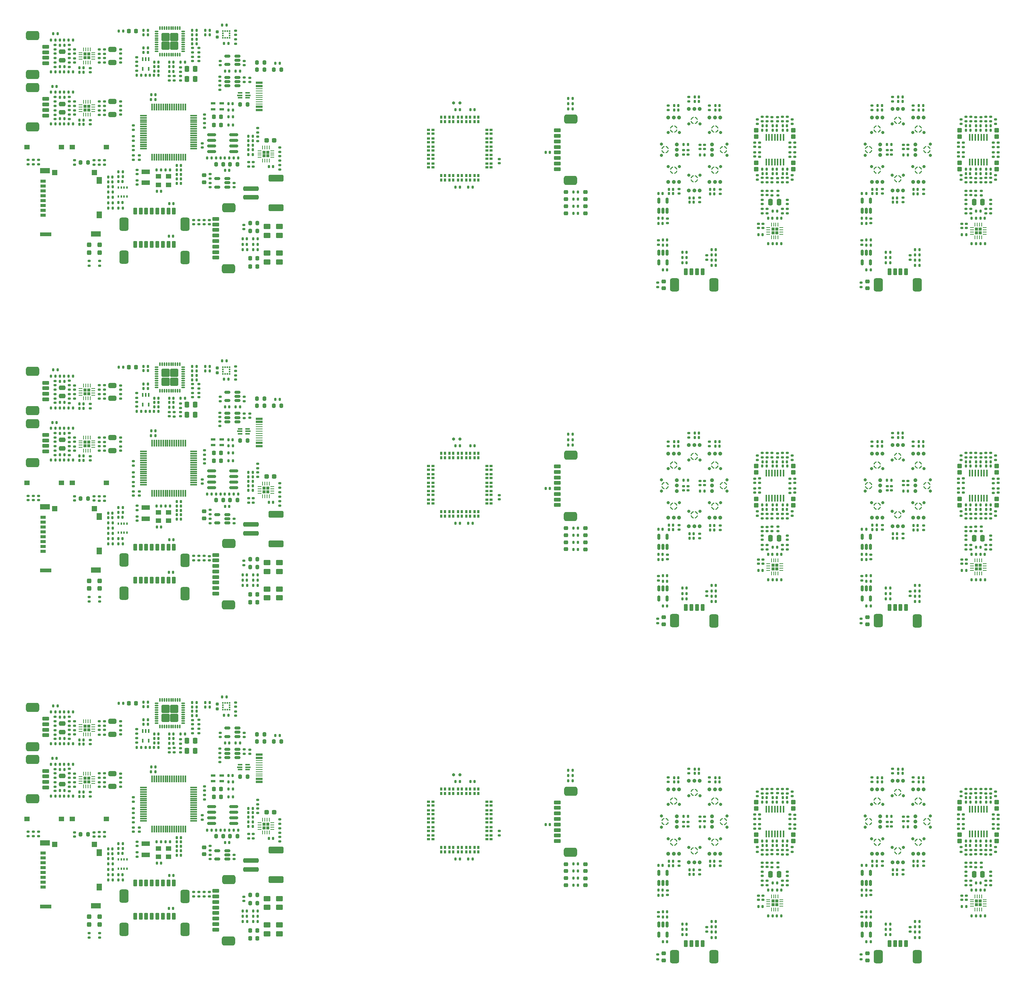
<source format=gtp>
%TF.GenerationSoftware,KiCad,Pcbnew,7.0.1-3b83917a11~172~ubuntu22.04.1*%
%TF.CreationDate,2023-05-09T12:11:43+02:00*%
%TF.ProjectId,panel,70616e65-6c2e-46b6-9963-61645f706362,C*%
%TF.SameCoordinates,Original*%
%TF.FileFunction,Paste,Top*%
%TF.FilePolarity,Positive*%
%FSLAX46Y46*%
G04 Gerber Fmt 4.6, Leading zero omitted, Abs format (unit mm)*
G04 Created by KiCad (PCBNEW 7.0.1-3b83917a11~172~ubuntu22.04.1) date 2023-05-09 12:11:43*
%MOMM*%
%LPD*%
G01*
G04 APERTURE LIST*
G04 Aperture macros list*
%AMRoundRect*
0 Rectangle with rounded corners*
0 $1 Rounding radius*
0 $2 $3 $4 $5 $6 $7 $8 $9 X,Y pos of 4 corners*
0 Add a 4 corners polygon primitive as box body*
4,1,4,$2,$3,$4,$5,$6,$7,$8,$9,$2,$3,0*
0 Add four circle primitives for the rounded corners*
1,1,$1+$1,$2,$3*
1,1,$1+$1,$4,$5*
1,1,$1+$1,$6,$7*
1,1,$1+$1,$8,$9*
0 Add four rect primitives between the rounded corners*
20,1,$1+$1,$2,$3,$4,$5,0*
20,1,$1+$1,$4,$5,$6,$7,0*
20,1,$1+$1,$6,$7,$8,$9,0*
20,1,$1+$1,$8,$9,$2,$3,0*%
G04 Aperture macros list end*
%ADD10C,0.230000*%
%ADD11RoundRect,0.140000X-0.140000X-0.170000X0.140000X-0.170000X0.140000X0.170000X-0.140000X0.170000X0*%
%ADD12RoundRect,0.140000X0.140000X0.170000X-0.140000X0.170000X-0.140000X-0.170000X0.140000X-0.170000X0*%
%ADD13RoundRect,0.135000X0.135000X0.185000X-0.135000X0.185000X-0.135000X-0.185000X0.135000X-0.185000X0*%
%ADD14RoundRect,0.218750X0.218750X0.256250X-0.218750X0.256250X-0.218750X-0.256250X0.218750X-0.256250X0*%
%ADD15RoundRect,0.135000X-0.135000X-0.185000X0.135000X-0.185000X0.135000X0.185000X-0.135000X0.185000X0*%
%ADD16R,1.300000X1.100000*%
%ADD17R,1.250000X1.000000*%
%ADD18RoundRect,0.200000X-0.200000X-0.275000X0.200000X-0.275000X0.200000X0.275000X-0.200000X0.275000X0*%
%ADD19RoundRect,0.140000X0.170000X-0.140000X0.170000X0.140000X-0.170000X0.140000X-0.170000X-0.140000X0*%
%ADD20RoundRect,0.140000X-0.170000X0.140000X-0.170000X-0.140000X0.170000X-0.140000X0.170000X0.140000X0*%
%ADD21R,1.900000X1.100000*%
%ADD22RoundRect,0.135000X-0.185000X0.135000X-0.185000X-0.135000X0.185000X-0.135000X0.185000X0.135000X0*%
%ADD23RoundRect,0.150000X0.512500X0.150000X-0.512500X0.150000X-0.512500X-0.150000X0.512500X-0.150000X0*%
%ADD24RoundRect,0.237500X-0.287500X-0.237500X0.287500X-0.237500X0.287500X0.237500X-0.287500X0.237500X0*%
%ADD25RoundRect,0.250000X1.500000X-0.250000X1.500000X0.250000X-1.500000X0.250000X-1.500000X-0.250000X0*%
%ADD26RoundRect,0.250001X1.449999X-0.499999X1.449999X0.499999X-1.449999X0.499999X-1.449999X-0.499999X0*%
%ADD27R,1.000000X0.375000*%
%ADD28R,1.200000X0.300000*%
%ADD29RoundRect,0.218750X-0.218750X-0.256250X0.218750X-0.256250X0.218750X0.256250X-0.218750X0.256250X0*%
%ADD30RoundRect,0.182500X-0.182500X-0.182500X0.182500X-0.182500X0.182500X0.182500X-0.182500X0.182500X0*%
%ADD31RoundRect,0.062500X-0.350000X-0.062500X0.350000X-0.062500X0.350000X0.062500X-0.350000X0.062500X0*%
%ADD32RoundRect,0.062500X-0.062500X-0.350000X0.062500X-0.350000X0.062500X0.350000X-0.062500X0.350000X0*%
%ADD33RoundRect,0.250000X-0.475000X0.250000X-0.475000X-0.250000X0.475000X-0.250000X0.475000X0.250000X0*%
%ADD34RoundRect,0.250000X0.650000X-0.325000X0.650000X0.325000X-0.650000X0.325000X-0.650000X-0.325000X0*%
%ADD35RoundRect,0.237500X-0.237500X0.287500X-0.237500X-0.287500X0.237500X-0.287500X0.237500X0.287500X0*%
%ADD36RoundRect,0.135000X0.185000X-0.135000X0.185000X0.135000X-0.185000X0.135000X-0.185000X-0.135000X0*%
%ADD37RoundRect,0.275000X0.275000X-0.375000X0.275000X0.375000X-0.275000X0.375000X-0.275000X-0.375000X0*%
%ADD38RoundRect,0.275000X-0.275000X0.375000X-0.275000X-0.375000X0.275000X-0.375000X0.275000X0.375000X0*%
%ADD39RoundRect,0.075000X0.075000X-0.700000X0.075000X0.700000X-0.075000X0.700000X-0.075000X-0.700000X0*%
%ADD40RoundRect,0.075000X0.700000X-0.075000X0.700000X0.075000X-0.700000X0.075000X-0.700000X-0.075000X0*%
%ADD41RoundRect,0.075000X0.075000X-0.325000X0.075000X0.325000X-0.075000X0.325000X-0.075000X-0.325000X0*%
%ADD42RoundRect,0.075000X-0.075000X0.325000X-0.075000X-0.325000X0.075000X-0.325000X0.075000X0.325000X0*%
%ADD43RoundRect,0.075000X0.325000X0.075000X-0.325000X0.075000X-0.325000X-0.075000X0.325000X-0.075000X0*%
%ADD44RoundRect,0.075000X-0.325000X-0.075000X0.325000X-0.075000X0.325000X0.075000X-0.325000X0.075000X0*%
%ADD45RoundRect,0.111600X-0.788400X0.788400X-0.788400X-0.788400X0.788400X-0.788400X0.788400X0.788400X0*%
%ADD46RoundRect,0.111600X-0.788400X-0.788400X0.788400X-0.788400X0.788400X0.788400X-0.788400X0.788400X0*%
%ADD47RoundRect,0.111600X0.788400X0.788400X-0.788400X0.788400X-0.788400X-0.788400X0.788400X-0.788400X0*%
%ADD48RoundRect,0.111600X0.788400X-0.788400X0.788400X0.788400X-0.788400X0.788400X-0.788400X-0.788400X0*%
%ADD49R,1.500000X0.520000*%
%ADD50R,1.500000X0.280000*%
%ADD51R,1.500000X0.523000*%
%ADD52RoundRect,0.525000X-0.975000X0.525000X-0.975000X-0.525000X0.975000X-0.525000X0.975000X0.525000X0*%
%ADD53RoundRect,0.200000X-0.600000X0.200000X-0.600000X-0.200000X0.600000X-0.200000X0.600000X0.200000X0*%
%ADD54RoundRect,0.200000X0.600000X-0.200000X0.600000X0.200000X-0.600000X0.200000X-0.600000X-0.200000X0*%
%ADD55RoundRect,0.147500X0.172500X-0.147500X0.172500X0.147500X-0.172500X0.147500X-0.172500X-0.147500X0*%
%ADD56R,0.350000X0.500000*%
%ADD57RoundRect,0.200000X0.200000X0.275000X-0.200000X0.275000X-0.200000X-0.275000X0.200000X-0.275000X0*%
%ADD58RoundRect,0.075000X-0.100000X0.350000X-0.100000X-0.350000X0.100000X-0.350000X0.100000X0.350000X0*%
%ADD59R,1.000000X0.600000*%
%ADD60RoundRect,0.147500X-0.172500X0.147500X-0.172500X-0.147500X0.172500X-0.147500X0.172500X0.147500X0*%
%ADD61RoundRect,0.155000X0.155000X-0.212500X0.155000X0.212500X-0.155000X0.212500X-0.155000X-0.212500X0*%
%ADD62RoundRect,0.218750X-0.256250X0.218750X-0.256250X-0.218750X0.256250X-0.218750X0.256250X0.218750X0*%
%ADD63RoundRect,0.147500X-0.147500X-0.172500X0.147500X-0.172500X0.147500X0.172500X-0.147500X0.172500X0*%
%ADD64RoundRect,0.150000X-0.512500X-0.150000X0.512500X-0.150000X0.512500X0.150000X-0.512500X0.150000X0*%
%ADD65RoundRect,0.300000X0.500000X-0.300000X0.500000X0.300000X-0.500000X0.300000X-0.500000X-0.300000X0*%
%ADD66RoundRect,0.525000X-0.525000X-0.975000X0.525000X-0.975000X0.525000X0.975000X-0.525000X0.975000X0*%
%ADD67RoundRect,0.200000X-0.200000X-0.600000X0.200000X-0.600000X0.200000X0.600000X-0.200000X0.600000X0*%
%ADD68RoundRect,0.200000X0.200000X0.600000X-0.200000X0.600000X-0.200000X-0.600000X0.200000X-0.600000X0*%
%ADD69RoundRect,0.150000X0.825000X0.150000X-0.825000X0.150000X-0.825000X-0.150000X0.825000X-0.150000X0*%
%ADD70RoundRect,0.525000X0.975000X-0.525000X0.975000X0.525000X-0.975000X0.525000X-0.975000X-0.525000X0*%
%ADD71RoundRect,0.182500X0.182500X-0.182500X0.182500X0.182500X-0.182500X0.182500X-0.182500X-0.182500X0*%
%ADD72RoundRect,0.062500X0.062500X-0.350000X0.062500X0.350000X-0.062500X0.350000X-0.062500X-0.350000X0*%
%ADD73RoundRect,0.062500X0.350000X-0.062500X0.350000X0.062500X-0.350000X0.062500X-0.350000X-0.062500X0*%
%ADD74R,0.350000X0.375000*%
%ADD75R,0.375000X0.350000*%
%ADD76R,1.250000X0.800000*%
%ADD77R,1.250000X1.160000*%
%ADD78R,2.500000X0.950000*%
%ADD79R,2.200000X1.150000*%
%ADD80R,1.150000X1.500000*%
%ADD81RoundRect,0.150000X-0.150000X-0.200000X0.150000X-0.200000X0.150000X0.200000X-0.150000X0.200000X0*%
%ADD82R,0.580000X0.720000*%
%ADD83R,0.720000X0.580000*%
%ADD84RoundRect,0.147500X0.147500X0.172500X-0.147500X0.172500X-0.147500X-0.172500X0.147500X-0.172500X0*%
%ADD85RoundRect,0.250000X-0.275000X0.287500X-0.275000X-0.287500X0.275000X-0.287500X0.275000X0.287500X0*%
%ADD86C,0.900000*%
%ADD87C,0.700000*%
%ADD88RoundRect,0.250000X0.275000X-0.287500X0.275000X0.287500X-0.275000X0.287500X-0.275000X-0.287500X0*%
%ADD89RoundRect,0.182500X-0.182500X0.182500X-0.182500X-0.182500X0.182500X-0.182500X0.182500X0.182500X0*%
%ADD90RoundRect,0.062500X-0.062500X0.350000X-0.062500X-0.350000X0.062500X-0.350000X0.062500X0.350000X0*%
%ADD91RoundRect,0.062500X-0.350000X0.062500X-0.350000X-0.062500X0.350000X-0.062500X0.350000X0.062500X0*%
%ADD92RoundRect,0.250000X-0.250000X-0.475000X0.250000X-0.475000X0.250000X0.475000X-0.250000X0.475000X0*%
%ADD93RoundRect,0.150000X0.150000X-0.512500X0.150000X0.512500X-0.150000X0.512500X-0.150000X-0.512500X0*%
%ADD94RoundRect,0.150000X-0.150000X0.512500X-0.150000X-0.512500X0.150000X-0.512500X0.150000X0.512500X0*%
%ADD95RoundRect,0.087500X0.087500X0.712500X-0.087500X0.712500X-0.087500X-0.712500X0.087500X-0.712500X0*%
G04 APERTURE END LIST*
D10*
%TO.C,MK1404*%
X228644166Y-223685825D02*
G75*
G03*
X229094991Y-223235000I-239583J690408D01*
G01*
X229094991Y-222755836D02*
G75*
G03*
X228644166Y-222305011I-690408J-239583D01*
G01*
X227714175Y-223235000D02*
G75*
G03*
X228165000Y-223685825I690408J239583D01*
G01*
X228165002Y-222305011D02*
G75*
G03*
X227714177Y-222755836I239583J-690408D01*
G01*
X182644166Y-147685825D02*
G75*
G03*
X183094991Y-147235000I-239583J690408D01*
G01*
X183094991Y-146755836D02*
G75*
G03*
X182644166Y-146305011I-690408J-239583D01*
G01*
X181714175Y-147235000D02*
G75*
G03*
X182165000Y-147685825I690408J239583D01*
G01*
X182165002Y-146305011D02*
G75*
G03*
X181714177Y-146755836I239583J-690408D01*
G01*
X228644166Y-147685825D02*
G75*
G03*
X229094991Y-147235000I-239583J690408D01*
G01*
X229094991Y-146755836D02*
G75*
G03*
X228644166Y-146305011I-690408J-239583D01*
G01*
X227714175Y-147235000D02*
G75*
G03*
X228165000Y-147685825I690408J239583D01*
G01*
X228165002Y-146305011D02*
G75*
G03*
X227714177Y-146755836I239583J-690408D01*
G01*
X182644166Y-223685825D02*
G75*
G03*
X183094991Y-223235000I-239583J690408D01*
G01*
X183094991Y-222755836D02*
G75*
G03*
X182644166Y-222305011I-690408J-239583D01*
G01*
X181714175Y-223235000D02*
G75*
G03*
X182165000Y-223685825I690408J239583D01*
G01*
X182165002Y-222305011D02*
G75*
G03*
X181714177Y-222755836I239583J-690408D01*
G01*
X182644166Y-71685825D02*
G75*
G03*
X183094991Y-71235000I-239583J690408D01*
G01*
X183094991Y-70755836D02*
G75*
G03*
X182644166Y-70305011I-690408J-239583D01*
G01*
X181714175Y-71235000D02*
G75*
G03*
X182165000Y-71685825I690408J239583D01*
G01*
X182165002Y-70305011D02*
G75*
G03*
X181714177Y-70755836I239583J-690408D01*
G01*
X228644166Y-71685825D02*
G75*
G03*
X229094991Y-71235000I-239583J690408D01*
G01*
X229094991Y-70755836D02*
G75*
G03*
X228644166Y-70305011I-690408J-239583D01*
G01*
X227714175Y-71235000D02*
G75*
G03*
X228165000Y-71685825I690408J239583D01*
G01*
X228165002Y-70305011D02*
G75*
G03*
X227714177Y-70755836I239583J-690408D01*
G01*
%TO.C,MK1402*%
X235685825Y-216155834D02*
G75*
G03*
X235235000Y-215705009I-690408J-239583D01*
G01*
X234755836Y-215705009D02*
G75*
G03*
X234305011Y-216155834I239583J-690408D01*
G01*
X235235000Y-217085825D02*
G75*
G03*
X235685825Y-216635000I-239583J690408D01*
G01*
X234305011Y-216634998D02*
G75*
G03*
X234755836Y-217085823I690408J239583D01*
G01*
X189685825Y-140155834D02*
G75*
G03*
X189235000Y-139705009I-690408J-239583D01*
G01*
X188755836Y-139705009D02*
G75*
G03*
X188305011Y-140155834I239583J-690408D01*
G01*
X189235000Y-141085825D02*
G75*
G03*
X189685825Y-140635000I-239583J690408D01*
G01*
X188305011Y-140634998D02*
G75*
G03*
X188755836Y-141085823I690408J239583D01*
G01*
X235685825Y-140155834D02*
G75*
G03*
X235235000Y-139705009I-690408J-239583D01*
G01*
X234755836Y-139705009D02*
G75*
G03*
X234305011Y-140155834I239583J-690408D01*
G01*
X235235000Y-141085825D02*
G75*
G03*
X235685825Y-140635000I-239583J690408D01*
G01*
X234305011Y-140634998D02*
G75*
G03*
X234755836Y-141085823I690408J239583D01*
G01*
X189685825Y-216155834D02*
G75*
G03*
X189235000Y-215705009I-690408J-239583D01*
G01*
X188755836Y-215705009D02*
G75*
G03*
X188305011Y-216155834I239583J-690408D01*
G01*
X189235000Y-217085825D02*
G75*
G03*
X189685825Y-216635000I-239583J690408D01*
G01*
X188305011Y-216634998D02*
G75*
G03*
X188755836Y-217085823I690408J239583D01*
G01*
X189685825Y-64155834D02*
G75*
G03*
X189235000Y-63705009I-690408J-239583D01*
G01*
X188755836Y-63705009D02*
G75*
G03*
X188305011Y-64155834I239583J-690408D01*
G01*
X189235000Y-65085825D02*
G75*
G03*
X189685825Y-64635000I-239583J690408D01*
G01*
X188305011Y-64634998D02*
G75*
G03*
X188755836Y-65085823I690408J239583D01*
G01*
X235685825Y-64155834D02*
G75*
G03*
X235235000Y-63705009I-690408J-239583D01*
G01*
X234755836Y-63705009D02*
G75*
G03*
X234305011Y-64155834I239583J-690408D01*
G01*
X235235000Y-65085825D02*
G75*
G03*
X235685825Y-64635000I-239583J690408D01*
G01*
X234305011Y-64634998D02*
G75*
G03*
X234755836Y-65085823I690408J239583D01*
G01*
%TO.C,MK1401*%
X234314175Y-229844166D02*
G75*
G03*
X234765000Y-230294991I690408J239583D01*
G01*
X235244164Y-230294991D02*
G75*
G03*
X235694989Y-229844166I-239583J690408D01*
G01*
X234765000Y-228914175D02*
G75*
G03*
X234314175Y-229365000I239583J-690408D01*
G01*
X235694989Y-229365002D02*
G75*
G03*
X235244164Y-228914177I-690408J-239583D01*
G01*
X188314175Y-153844166D02*
G75*
G03*
X188765000Y-154294991I690408J239583D01*
G01*
X189244164Y-154294991D02*
G75*
G03*
X189694989Y-153844166I-239583J690408D01*
G01*
X188765000Y-152914175D02*
G75*
G03*
X188314175Y-153365000I239583J-690408D01*
G01*
X189694989Y-153365002D02*
G75*
G03*
X189244164Y-152914177I-690408J-239583D01*
G01*
X234314175Y-153844166D02*
G75*
G03*
X234765000Y-154294991I690408J239583D01*
G01*
X235244164Y-154294991D02*
G75*
G03*
X235694989Y-153844166I-239583J690408D01*
G01*
X234765000Y-152914175D02*
G75*
G03*
X234314175Y-153365000I239583J-690408D01*
G01*
X235694989Y-153365002D02*
G75*
G03*
X235244164Y-152914177I-690408J-239583D01*
G01*
X188314175Y-229844166D02*
G75*
G03*
X188765000Y-230294991I690408J239583D01*
G01*
X189244164Y-230294991D02*
G75*
G03*
X189694989Y-229844166I-239583J690408D01*
G01*
X188765000Y-228914175D02*
G75*
G03*
X188314175Y-229365000I239583J-690408D01*
G01*
X189694989Y-229365002D02*
G75*
G03*
X189244164Y-228914177I-690408J-239583D01*
G01*
X188314175Y-77844166D02*
G75*
G03*
X188765000Y-78294991I690408J239583D01*
G01*
X189244164Y-78294991D02*
G75*
G03*
X189694989Y-77844166I-239583J690408D01*
G01*
X188765000Y-76914175D02*
G75*
G03*
X188314175Y-77365000I239583J-690408D01*
G01*
X189694989Y-77365002D02*
G75*
G03*
X189244164Y-76914177I-690408J-239583D01*
G01*
X234314175Y-77844166D02*
G75*
G03*
X234765000Y-78294991I690408J239583D01*
G01*
X235244164Y-78294991D02*
G75*
G03*
X235694989Y-77844166I-239583J690408D01*
G01*
X234765000Y-76914175D02*
G75*
G03*
X234314175Y-77365000I239583J-690408D01*
G01*
X235694989Y-77365002D02*
G75*
G03*
X235244164Y-76914177I-690408J-239583D01*
G01*
%TO.C,MK1403*%
X241355834Y-222314175D02*
G75*
G03*
X240905009Y-222765000I239583J-690408D01*
G01*
X240905009Y-223244164D02*
G75*
G03*
X241355834Y-223694989I690408J239583D01*
G01*
X242285825Y-222765000D02*
G75*
G03*
X241835000Y-222314175I-690408J-239583D01*
G01*
X241834998Y-223694989D02*
G75*
G03*
X242285823Y-223244164I-239583J690408D01*
G01*
X195355834Y-146314175D02*
G75*
G03*
X194905009Y-146765000I239583J-690408D01*
G01*
X194905009Y-147244164D02*
G75*
G03*
X195355834Y-147694989I690408J239583D01*
G01*
X196285825Y-146765000D02*
G75*
G03*
X195835000Y-146314175I-690408J-239583D01*
G01*
X195834998Y-147694989D02*
G75*
G03*
X196285823Y-147244164I-239583J690408D01*
G01*
X241355834Y-146314175D02*
G75*
G03*
X240905009Y-146765000I239583J-690408D01*
G01*
X240905009Y-147244164D02*
G75*
G03*
X241355834Y-147694989I690408J239583D01*
G01*
X242285825Y-146765000D02*
G75*
G03*
X241835000Y-146314175I-690408J-239583D01*
G01*
X241834998Y-147694989D02*
G75*
G03*
X242285823Y-147244164I-239583J690408D01*
G01*
X195355834Y-222314175D02*
G75*
G03*
X194905009Y-222765000I239583J-690408D01*
G01*
X194905009Y-223244164D02*
G75*
G03*
X195355834Y-223694989I690408J239583D01*
G01*
X196285825Y-222765000D02*
G75*
G03*
X195835000Y-222314175I-690408J-239583D01*
G01*
X195834998Y-223694989D02*
G75*
G03*
X196285823Y-223244164I-239583J690408D01*
G01*
X195355834Y-70314175D02*
G75*
G03*
X194905009Y-70765000I239583J-690408D01*
G01*
X194905009Y-71244164D02*
G75*
G03*
X195355834Y-71694989I690408J239583D01*
G01*
X196285825Y-70765000D02*
G75*
G03*
X195835000Y-70314175I-690408J-239583D01*
G01*
X195834998Y-71694989D02*
G75*
G03*
X196285823Y-71244164I-239583J690408D01*
G01*
X241355834Y-70314175D02*
G75*
G03*
X240905009Y-70765000I239583J-690408D01*
G01*
X240905009Y-71244164D02*
G75*
G03*
X241355834Y-71694989I690408J239583D01*
G01*
X242285825Y-70765000D02*
G75*
G03*
X241835000Y-70314175I-690408J-239583D01*
G01*
X241834998Y-71694989D02*
G75*
G03*
X242285823Y-71244164I-239583J690408D01*
G01*
%TO.C,MK1405*%
X192964175Y-151894166D02*
G75*
G03*
X193415000Y-152344991I690408J239583D01*
G01*
X193894164Y-152344991D02*
G75*
G03*
X194344989Y-151894166I-239583J690408D01*
G01*
X193415000Y-150964175D02*
G75*
G03*
X192964175Y-151415000I239583J-690408D01*
G01*
X194344989Y-151415002D02*
G75*
G03*
X193894164Y-150964177I-690408J-239583D01*
G01*
X238964175Y-151894166D02*
G75*
G03*
X239415000Y-152344991I690408J239583D01*
G01*
X239894164Y-152344991D02*
G75*
G03*
X240344989Y-151894166I-239583J690408D01*
G01*
X239415000Y-150964175D02*
G75*
G03*
X238964175Y-151415000I239583J-690408D01*
G01*
X240344989Y-151415002D02*
G75*
G03*
X239894164Y-150964177I-690408J-239583D01*
G01*
X192964175Y-227894166D02*
G75*
G03*
X193415000Y-228344991I690408J239583D01*
G01*
X193894164Y-228344991D02*
G75*
G03*
X194344989Y-227894166I-239583J690408D01*
G01*
X193415000Y-226964175D02*
G75*
G03*
X192964175Y-227415000I239583J-690408D01*
G01*
X194344989Y-227415002D02*
G75*
G03*
X193894164Y-226964177I-690408J-239583D01*
G01*
X192964175Y-75894166D02*
G75*
G03*
X193415000Y-76344991I690408J239583D01*
G01*
X193894164Y-76344991D02*
G75*
G03*
X194344989Y-75894166I-239583J690408D01*
G01*
X193415000Y-74964175D02*
G75*
G03*
X192964175Y-75415000I239583J-690408D01*
G01*
X194344989Y-75415002D02*
G75*
G03*
X193894164Y-74964177I-690408J-239583D01*
G01*
X238964175Y-75894166D02*
G75*
G03*
X239415000Y-76344991I690408J239583D01*
G01*
X239894164Y-76344991D02*
G75*
G03*
X240344989Y-75894166I-239583J690408D01*
G01*
X239415000Y-74964175D02*
G75*
G03*
X238964175Y-75415000I239583J-690408D01*
G01*
X240344989Y-75415002D02*
G75*
G03*
X239894164Y-74964177I-690408J-239583D01*
G01*
X238964175Y-227894166D02*
G75*
G03*
X239415000Y-228344991I690408J239583D01*
G01*
X239894164Y-228344991D02*
G75*
G03*
X240344989Y-227894166I-239583J690408D01*
G01*
X239415000Y-226964175D02*
G75*
G03*
X238964175Y-227415000I239583J-690408D01*
G01*
X240344989Y-227415002D02*
G75*
G03*
X239894164Y-226964177I-690408J-239583D01*
G01*
%TO.C,MK1407*%
X183664175Y-227894166D02*
G75*
G03*
X184115000Y-228344991I690408J239583D01*
G01*
X184594164Y-228344991D02*
G75*
G03*
X185044989Y-227894166I-239583J690408D01*
G01*
X184115000Y-226964175D02*
G75*
G03*
X183664175Y-227415000I239583J-690408D01*
G01*
X185044989Y-227415002D02*
G75*
G03*
X184594164Y-226964177I-690408J-239583D01*
G01*
X229664175Y-227894166D02*
G75*
G03*
X230115000Y-228344991I690408J239583D01*
G01*
X230594164Y-228344991D02*
G75*
G03*
X231044989Y-227894166I-239583J690408D01*
G01*
X230115000Y-226964175D02*
G75*
G03*
X229664175Y-227415000I239583J-690408D01*
G01*
X231044989Y-227415002D02*
G75*
G03*
X230594164Y-226964177I-690408J-239583D01*
G01*
X183664175Y-151894166D02*
G75*
G03*
X184115000Y-152344991I690408J239583D01*
G01*
X184594164Y-152344991D02*
G75*
G03*
X185044989Y-151894166I-239583J690408D01*
G01*
X184115000Y-150964175D02*
G75*
G03*
X183664175Y-151415000I239583J-690408D01*
G01*
X185044989Y-151415002D02*
G75*
G03*
X184594164Y-150964177I-690408J-239583D01*
G01*
X229664175Y-151894166D02*
G75*
G03*
X230115000Y-152344991I690408J239583D01*
G01*
X230594164Y-152344991D02*
G75*
G03*
X231044989Y-151894166I-239583J690408D01*
G01*
X230115000Y-150964175D02*
G75*
G03*
X229664175Y-151415000I239583J-690408D01*
G01*
X231044989Y-151415002D02*
G75*
G03*
X230594164Y-150964177I-690408J-239583D01*
G01*
X183664175Y-75894166D02*
G75*
G03*
X184115000Y-76344991I690408J239583D01*
G01*
X184594164Y-76344991D02*
G75*
G03*
X185044989Y-75894166I-239583J690408D01*
G01*
X184115000Y-74964175D02*
G75*
G03*
X183664175Y-75415000I239583J-690408D01*
G01*
X185044989Y-75415002D02*
G75*
G03*
X184594164Y-74964177I-690408J-239583D01*
G01*
X229664175Y-75894166D02*
G75*
G03*
X230115000Y-76344991I690408J239583D01*
G01*
X230594164Y-76344991D02*
G75*
G03*
X231044989Y-75894166I-239583J690408D01*
G01*
X230115000Y-74964175D02*
G75*
G03*
X229664175Y-75415000I239583J-690408D01*
G01*
X231044989Y-75415002D02*
G75*
G03*
X230594164Y-74964177I-690408J-239583D01*
G01*
%TO.C,MK1406*%
X185035825Y-218105834D02*
G75*
G03*
X184585000Y-217655009I-690408J-239583D01*
G01*
X184105836Y-217655009D02*
G75*
G03*
X183655011Y-218105834I239583J-690408D01*
G01*
X184585000Y-219035825D02*
G75*
G03*
X185035825Y-218585000I-239583J690408D01*
G01*
X183655011Y-218584998D02*
G75*
G03*
X184105836Y-219035823I690408J239583D01*
G01*
X231035825Y-218105834D02*
G75*
G03*
X230585000Y-217655009I-690408J-239583D01*
G01*
X230105836Y-217655009D02*
G75*
G03*
X229655011Y-218105834I239583J-690408D01*
G01*
X230585000Y-219035825D02*
G75*
G03*
X231035825Y-218585000I-239583J690408D01*
G01*
X229655011Y-218584998D02*
G75*
G03*
X230105836Y-219035823I690408J239583D01*
G01*
X185035825Y-142105834D02*
G75*
G03*
X184585000Y-141655009I-690408J-239583D01*
G01*
X184105836Y-141655009D02*
G75*
G03*
X183655011Y-142105834I239583J-690408D01*
G01*
X184585000Y-143035825D02*
G75*
G03*
X185035825Y-142585000I-239583J690408D01*
G01*
X183655011Y-142584998D02*
G75*
G03*
X184105836Y-143035823I690408J239583D01*
G01*
X231035825Y-142105834D02*
G75*
G03*
X230585000Y-141655009I-690408J-239583D01*
G01*
X230105836Y-141655009D02*
G75*
G03*
X229655011Y-142105834I239583J-690408D01*
G01*
X230585000Y-143035825D02*
G75*
G03*
X231035825Y-142585000I-239583J690408D01*
G01*
X229655011Y-142584998D02*
G75*
G03*
X230105836Y-143035823I690408J239583D01*
G01*
X185035825Y-66105834D02*
G75*
G03*
X184585000Y-65655009I-690408J-239583D01*
G01*
X184105836Y-65655009D02*
G75*
G03*
X183655011Y-66105834I239583J-690408D01*
G01*
X184585000Y-67035825D02*
G75*
G03*
X185035825Y-66585000I-239583J690408D01*
G01*
X183655011Y-66584998D02*
G75*
G03*
X184105836Y-67035823I690408J239583D01*
G01*
X231035825Y-66105834D02*
G75*
G03*
X230585000Y-65655009I-690408J-239583D01*
G01*
X230105836Y-65655009D02*
G75*
G03*
X229655011Y-66105834I239583J-690408D01*
G01*
X230585000Y-67035825D02*
G75*
G03*
X231035825Y-66585000I-239583J690408D01*
G01*
X229655011Y-66584998D02*
G75*
G03*
X230105836Y-67035823I690408J239583D01*
G01*
%TO.C,MK1408*%
X194335825Y-218105834D02*
G75*
G03*
X193885000Y-217655009I-690408J-239583D01*
G01*
X193405836Y-217655009D02*
G75*
G03*
X192955011Y-218105834I239583J-690408D01*
G01*
X193885000Y-219035825D02*
G75*
G03*
X194335825Y-218585000I-239583J690408D01*
G01*
X192955011Y-218584998D02*
G75*
G03*
X193405836Y-219035823I690408J239583D01*
G01*
X240335825Y-218105834D02*
G75*
G03*
X239885000Y-217655009I-690408J-239583D01*
G01*
X239405836Y-217655009D02*
G75*
G03*
X238955011Y-218105834I239583J-690408D01*
G01*
X239885000Y-219035825D02*
G75*
G03*
X240335825Y-218585000I-239583J690408D01*
G01*
X238955011Y-218584998D02*
G75*
G03*
X239405836Y-219035823I690408J239583D01*
G01*
X194335825Y-142105834D02*
G75*
G03*
X193885000Y-141655009I-690408J-239583D01*
G01*
X193405836Y-141655009D02*
G75*
G03*
X192955011Y-142105834I239583J-690408D01*
G01*
X193885000Y-143035825D02*
G75*
G03*
X194335825Y-142585000I-239583J690408D01*
G01*
X192955011Y-142584998D02*
G75*
G03*
X193405836Y-143035823I690408J239583D01*
G01*
X240335825Y-142105834D02*
G75*
G03*
X239885000Y-141655009I-690408J-239583D01*
G01*
X239405836Y-141655009D02*
G75*
G03*
X238955011Y-142105834I239583J-690408D01*
G01*
X239885000Y-143035825D02*
G75*
G03*
X240335825Y-142585000I-239583J690408D01*
G01*
X238955011Y-142584998D02*
G75*
G03*
X239405836Y-143035823I690408J239583D01*
G01*
X194335825Y-66105834D02*
G75*
G03*
X193885000Y-65655009I-690408J-239583D01*
G01*
X193405836Y-65655009D02*
G75*
G03*
X192955011Y-66105834I239583J-690408D01*
G01*
X193885000Y-67035825D02*
G75*
G03*
X194335825Y-66585000I-239583J690408D01*
G01*
X192955011Y-66584998D02*
G75*
G03*
X193405836Y-67035823I690408J239583D01*
G01*
X240335825Y-66105834D02*
G75*
G03*
X239885000Y-65655009I-690408J-239583D01*
G01*
X239405836Y-65655009D02*
G75*
G03*
X238955011Y-66105834I239583J-690408D01*
G01*
X239885000Y-67035825D02*
G75*
G03*
X240335825Y-66585000I-239583J690408D01*
G01*
X238955011Y-66584998D02*
G75*
G03*
X239405836Y-67035823I690408J239583D01*
G01*
%TD*%
D11*
%TO.C,C502*%
X43620000Y-129400000D03*
X44580000Y-129400000D03*
%TD*%
%TO.C,C502*%
X43620000Y-205400000D03*
X44580000Y-205400000D03*
%TD*%
%TO.C,C502*%
X43620000Y-53400000D03*
X44580000Y-53400000D03*
%TD*%
D12*
%TO.C,C501*%
X44580000Y-122200000D03*
X43620000Y-122200000D03*
%TD*%
%TO.C,C501*%
X44580000Y-198200000D03*
X43620000Y-198200000D03*
%TD*%
%TO.C,C501*%
X44580000Y-46200000D03*
X43620000Y-46200000D03*
%TD*%
D11*
%TO.C,C903*%
X92820000Y-150800000D03*
X93780000Y-150800000D03*
%TD*%
%TO.C,C903*%
X92820000Y-226800000D03*
X93780000Y-226800000D03*
%TD*%
%TO.C,C903*%
X92820000Y-74800000D03*
X93780000Y-74800000D03*
%TD*%
D12*
%TO.C,C904*%
X89180000Y-144000000D03*
X88220000Y-144000000D03*
%TD*%
%TO.C,C904*%
X89180000Y-220000000D03*
X88220000Y-220000000D03*
%TD*%
%TO.C,C904*%
X89180000Y-68000000D03*
X88220000Y-68000000D03*
%TD*%
D13*
%TO.C,R905*%
X90317800Y-169600000D03*
X89297800Y-169600000D03*
%TD*%
%TO.C,R905*%
X90317800Y-245600000D03*
X89297800Y-245600000D03*
%TD*%
%TO.C,R905*%
X90317800Y-93600000D03*
X89297800Y-93600000D03*
%TD*%
D14*
%TO.C,D901*%
X90195300Y-171600000D03*
X88620300Y-171600000D03*
%TD*%
%TO.C,D901*%
X90195300Y-247600000D03*
X88620300Y-247600000D03*
%TD*%
%TO.C,D901*%
X90195300Y-95600000D03*
X88620300Y-95600000D03*
%TD*%
%TO.C,D902*%
X90195300Y-173400000D03*
X88620300Y-173400000D03*
%TD*%
%TO.C,D902*%
X90195300Y-249400000D03*
X88620300Y-249400000D03*
%TD*%
%TO.C,D902*%
X90195300Y-97400000D03*
X88620300Y-97400000D03*
%TD*%
D15*
%TO.C,R908*%
X86897800Y-169600000D03*
X87917800Y-169600000D03*
%TD*%
%TO.C,R908*%
X86897800Y-245600000D03*
X87917800Y-245600000D03*
%TD*%
%TO.C,R908*%
X86897800Y-93600000D03*
X87917800Y-93600000D03*
%TD*%
D16*
%TO.C,Y101*%
X67862400Y-154950000D03*
X70162400Y-154950000D03*
X70162400Y-153050000D03*
X67862400Y-153050000D03*
%TD*%
%TO.C,Y101*%
X67862400Y-230950000D03*
X70162400Y-230950000D03*
X70162400Y-229050000D03*
X67862400Y-229050000D03*
%TD*%
%TO.C,Y101*%
X67862400Y-78950000D03*
X70162400Y-78950000D03*
X70162400Y-77050000D03*
X67862400Y-77050000D03*
%TD*%
D17*
%TO.C,SW101*%
X45950000Y-146400000D03*
X38200000Y-146400000D03*
%TD*%
%TO.C,SW101*%
X45950000Y-222400000D03*
X38200000Y-222400000D03*
%TD*%
%TO.C,SW101*%
X45950000Y-70400000D03*
X38200000Y-70400000D03*
%TD*%
D18*
%TO.C,R209*%
X86375000Y-136800000D03*
X88025000Y-136800000D03*
%TD*%
%TO.C,R209*%
X86375000Y-212800000D03*
X88025000Y-212800000D03*
%TD*%
%TO.C,R209*%
X86375000Y-60800000D03*
X88025000Y-60800000D03*
%TD*%
D19*
%TO.C,CB401*%
X72900000Y-131330000D03*
X72900000Y-130370000D03*
%TD*%
%TO.C,CB401*%
X72900000Y-207330000D03*
X72900000Y-206370000D03*
%TD*%
%TO.C,CB401*%
X72900000Y-55330000D03*
X72900000Y-54370000D03*
%TD*%
D20*
%TO.C,C101*%
X78300000Y-141020000D03*
X78300000Y-141980000D03*
%TD*%
%TO.C,C101*%
X78300000Y-217020000D03*
X78300000Y-217980000D03*
%TD*%
%TO.C,C101*%
X78300000Y-65020000D03*
X78300000Y-65980000D03*
%TD*%
%TO.C,C103*%
X62200000Y-148320000D03*
X62200000Y-149280000D03*
%TD*%
%TO.C,C103*%
X62200000Y-224320000D03*
X62200000Y-225280000D03*
%TD*%
%TO.C,C103*%
X62200000Y-72320000D03*
X62200000Y-73280000D03*
%TD*%
D12*
%TO.C,C104*%
X70480000Y-151600000D03*
X69520000Y-151600000D03*
%TD*%
%TO.C,C104*%
X70480000Y-227600000D03*
X69520000Y-227600000D03*
%TD*%
%TO.C,C104*%
X70480000Y-75600000D03*
X69520000Y-75600000D03*
%TD*%
D19*
%TO.C,C105*%
X63012400Y-154930000D03*
X63012400Y-153970000D03*
%TD*%
%TO.C,C105*%
X63012400Y-230930000D03*
X63012400Y-229970000D03*
%TD*%
%TO.C,C105*%
X63012400Y-78930000D03*
X63012400Y-77970000D03*
%TD*%
D20*
%TO.C,C106*%
X63012400Y-151570000D03*
X63012400Y-152530000D03*
%TD*%
%TO.C,C106*%
X63012400Y-227570000D03*
X63012400Y-228530000D03*
%TD*%
%TO.C,C106*%
X63012400Y-75570000D03*
X63012400Y-76530000D03*
%TD*%
D11*
%TO.C,C403*%
X70320000Y-128200000D03*
X71280000Y-128200000D03*
%TD*%
%TO.C,C403*%
X70320000Y-204200000D03*
X71280000Y-204200000D03*
%TD*%
%TO.C,C403*%
X70320000Y-52200000D03*
X71280000Y-52200000D03*
%TD*%
D19*
%TO.C,CB102*%
X48900000Y-150380000D03*
X48900000Y-149420000D03*
%TD*%
%TO.C,CB102*%
X48900000Y-226380000D03*
X48900000Y-225420000D03*
%TD*%
%TO.C,CB102*%
X48900000Y-74380000D03*
X48900000Y-73420000D03*
%TD*%
D20*
%TO.C,CB101*%
X78300000Y-139020000D03*
X78300000Y-139980000D03*
%TD*%
%TO.C,CB101*%
X78300000Y-215020000D03*
X78300000Y-215980000D03*
%TD*%
%TO.C,CB101*%
X78300000Y-63020000D03*
X78300000Y-63980000D03*
%TD*%
D19*
%TO.C,CB103*%
X62212400Y-147130000D03*
X62212400Y-146170000D03*
%TD*%
%TO.C,CB103*%
X62212400Y-223130000D03*
X62212400Y-222170000D03*
%TD*%
%TO.C,CB103*%
X62212400Y-71130000D03*
X62212400Y-70170000D03*
%TD*%
D20*
%TO.C,CB104*%
X77800000Y-145570000D03*
X77800000Y-146530000D03*
%TD*%
%TO.C,CB104*%
X77800000Y-221570000D03*
X77800000Y-222530000D03*
%TD*%
%TO.C,CB104*%
X77800000Y-69570000D03*
X77800000Y-70530000D03*
%TD*%
D11*
%TO.C,CB105*%
X66220000Y-135700000D03*
X67180000Y-135700000D03*
%TD*%
%TO.C,CB105*%
X66220000Y-211700000D03*
X67180000Y-211700000D03*
%TD*%
%TO.C,CB105*%
X66220000Y-59700000D03*
X67180000Y-59700000D03*
%TD*%
D20*
%TO.C,CB106*%
X63600000Y-148320000D03*
X63600000Y-149280000D03*
%TD*%
%TO.C,CB106*%
X63600000Y-224320000D03*
X63600000Y-225280000D03*
%TD*%
%TO.C,CB106*%
X63600000Y-72320000D03*
X63600000Y-73280000D03*
%TD*%
%TO.C,CB107*%
X53300000Y-149420000D03*
X53300000Y-150380000D03*
%TD*%
%TO.C,CB107*%
X53300000Y-225420000D03*
X53300000Y-226380000D03*
%TD*%
%TO.C,CB107*%
X53300000Y-73420000D03*
X53300000Y-74380000D03*
%TD*%
D18*
%TO.C,R208*%
X90175000Y-128900000D03*
X91825000Y-128900000D03*
%TD*%
%TO.C,R208*%
X90175000Y-204900000D03*
X91825000Y-204900000D03*
%TD*%
%TO.C,R208*%
X90175000Y-52900000D03*
X91825000Y-52900000D03*
%TD*%
D21*
%TO.C,Y102*%
X65012400Y-154500000D03*
X65012400Y-152000000D03*
%TD*%
%TO.C,Y102*%
X65012400Y-230500000D03*
X65012400Y-228000000D03*
%TD*%
%TO.C,Y102*%
X65012400Y-78500000D03*
X65012400Y-76000000D03*
%TD*%
D13*
%TO.C,R106*%
X68510000Y-151600000D03*
X67490000Y-151600000D03*
%TD*%
%TO.C,R106*%
X68510000Y-227600000D03*
X67490000Y-227600000D03*
%TD*%
%TO.C,R106*%
X68510000Y-75600000D03*
X67490000Y-75600000D03*
%TD*%
D22*
%TO.C,R101*%
X62212400Y-143990000D03*
X62212400Y-145010000D03*
%TD*%
%TO.C,R101*%
X62212400Y-219990000D03*
X62212400Y-221010000D03*
%TD*%
%TO.C,R101*%
X62212400Y-67990000D03*
X62212400Y-69010000D03*
%TD*%
D17*
%TO.C,SW102*%
X48400000Y-222400000D03*
X56150000Y-222400000D03*
%TD*%
%TO.C,SW102*%
X48400000Y-70400000D03*
X56150000Y-70400000D03*
%TD*%
%TO.C,SW102*%
X48400000Y-146400000D03*
X56150000Y-146400000D03*
%TD*%
D23*
%TO.C,U903*%
X85737500Y-127750000D03*
X85737500Y-126800000D03*
X85737500Y-125850000D03*
X83462500Y-125850000D03*
X83462500Y-127750000D03*
%TD*%
%TO.C,U903*%
X85737500Y-203750000D03*
X85737500Y-202800000D03*
X85737500Y-201850000D03*
X83462500Y-201850000D03*
X83462500Y-203750000D03*
%TD*%
%TO.C,U903*%
X85737500Y-51750000D03*
X85737500Y-50800000D03*
X85737500Y-49850000D03*
X83462500Y-49850000D03*
X83462500Y-51750000D03*
%TD*%
D24*
%TO.C,F901*%
X92325000Y-220900000D03*
X94075000Y-220900000D03*
%TD*%
%TO.C,F901*%
X92325000Y-144900000D03*
X94075000Y-144900000D03*
%TD*%
%TO.C,F901*%
X92325000Y-68900000D03*
X94075000Y-68900000D03*
%TD*%
D25*
%TO.C,J201*%
X88750000Y-157800000D03*
X88750000Y-155800000D03*
D26*
X94500000Y-160150000D03*
X94500000Y-153450000D03*
%TD*%
D25*
%TO.C,J201*%
X88750000Y-233800000D03*
X88750000Y-231800000D03*
D26*
X94500000Y-236150000D03*
X94500000Y-229450000D03*
%TD*%
D25*
%TO.C,J201*%
X88750000Y-81800000D03*
X88750000Y-79800000D03*
D26*
X94500000Y-84150000D03*
X94500000Y-77450000D03*
%TD*%
D19*
%TO.C,C910*%
X81862500Y-127880000D03*
X81862500Y-126920000D03*
%TD*%
%TO.C,C910*%
X81862500Y-203880000D03*
X81862500Y-202920000D03*
%TD*%
%TO.C,C910*%
X81862500Y-51880000D03*
X81862500Y-50920000D03*
%TD*%
D27*
%TO.C,U201*%
X86325000Y-134162500D03*
D28*
X86250000Y-134700000D03*
D27*
X86325000Y-135237500D03*
X88025000Y-135237500D03*
D28*
X88100000Y-134700000D03*
D27*
X88025000Y-134162500D03*
%TD*%
%TO.C,U201*%
X86325000Y-210162500D03*
D28*
X86250000Y-210700000D03*
D27*
X86325000Y-211237500D03*
X88025000Y-211237500D03*
D28*
X88100000Y-210700000D03*
D27*
X88025000Y-210162500D03*
%TD*%
%TO.C,U201*%
X86325000Y-58162500D03*
D28*
X86250000Y-58700000D03*
D27*
X86325000Y-59237500D03*
X88025000Y-59237500D03*
D28*
X88100000Y-58700000D03*
D27*
X88025000Y-58162500D03*
%TD*%
D29*
%TO.C,D103*%
X80412500Y-139600000D03*
X81987500Y-139600000D03*
%TD*%
%TO.C,D103*%
X80412500Y-215600000D03*
X81987500Y-215600000D03*
%TD*%
%TO.C,D103*%
X80412500Y-63600000D03*
X81987500Y-63600000D03*
%TD*%
D15*
%TO.C,R105*%
X83690000Y-139600000D03*
X84710000Y-139600000D03*
%TD*%
%TO.C,R105*%
X83690000Y-215600000D03*
X84710000Y-215600000D03*
%TD*%
%TO.C,R105*%
X83690000Y-63600000D03*
X84710000Y-63600000D03*
%TD*%
D11*
%TO.C,C102*%
X67532400Y-156400000D03*
X68492400Y-156400000D03*
%TD*%
%TO.C,C102*%
X67532400Y-232400000D03*
X68492400Y-232400000D03*
%TD*%
%TO.C,C102*%
X67532400Y-80400000D03*
X68492400Y-80400000D03*
%TD*%
D30*
%TO.C,U801*%
X51280000Y-137180000D03*
X51280000Y-138020000D03*
X52120000Y-137180000D03*
X52120000Y-138020000D03*
D31*
X50237500Y-136850000D03*
X50237500Y-137350000D03*
X50237500Y-137850000D03*
X50237500Y-138350000D03*
D32*
X50950000Y-139062500D03*
X51450000Y-139062500D03*
X51950000Y-139062500D03*
X52450000Y-139062500D03*
D31*
X53162500Y-138350000D03*
X53162500Y-137850000D03*
X53162500Y-137350000D03*
X53162500Y-136850000D03*
D32*
X52450000Y-136137500D03*
X51950000Y-136137500D03*
X51450000Y-136137500D03*
X50950000Y-136137500D03*
%TD*%
D30*
%TO.C,U801*%
X51280000Y-213180000D03*
X51280000Y-214020000D03*
X52120000Y-213180000D03*
X52120000Y-214020000D03*
D31*
X50237500Y-212850000D03*
X50237500Y-213350000D03*
X50237500Y-213850000D03*
X50237500Y-214350000D03*
D32*
X50950000Y-215062500D03*
X51450000Y-215062500D03*
X51950000Y-215062500D03*
X52450000Y-215062500D03*
D31*
X53162500Y-214350000D03*
X53162500Y-213850000D03*
X53162500Y-213350000D03*
X53162500Y-212850000D03*
D32*
X52450000Y-212137500D03*
X51950000Y-212137500D03*
X51450000Y-212137500D03*
X50950000Y-212137500D03*
%TD*%
D30*
%TO.C,U801*%
X51280000Y-61180000D03*
X51280000Y-62020000D03*
X52120000Y-61180000D03*
X52120000Y-62020000D03*
D31*
X50237500Y-60850000D03*
X50237500Y-61350000D03*
X50237500Y-61850000D03*
X50237500Y-62350000D03*
D32*
X50950000Y-63062500D03*
X51450000Y-63062500D03*
X51950000Y-63062500D03*
X52450000Y-63062500D03*
D31*
X53162500Y-62350000D03*
X53162500Y-61850000D03*
X53162500Y-61350000D03*
X53162500Y-60850000D03*
D32*
X52450000Y-60137500D03*
X51950000Y-60137500D03*
X51450000Y-60137500D03*
X50950000Y-60137500D03*
%TD*%
D30*
%TO.C,U701*%
X51280000Y-125380000D03*
X51280000Y-126220000D03*
X52120000Y-125380000D03*
X52120000Y-126220000D03*
D31*
X50237500Y-125050000D03*
X50237500Y-125550000D03*
X50237500Y-126050000D03*
X50237500Y-126550000D03*
D32*
X50950000Y-127262500D03*
X51450000Y-127262500D03*
X51950000Y-127262500D03*
X52450000Y-127262500D03*
D31*
X53162500Y-126550000D03*
X53162500Y-126050000D03*
X53162500Y-125550000D03*
X53162500Y-125050000D03*
D32*
X52450000Y-124337500D03*
X51950000Y-124337500D03*
X51450000Y-124337500D03*
X50950000Y-124337500D03*
%TD*%
D30*
%TO.C,U701*%
X51280000Y-201380000D03*
X51280000Y-202220000D03*
X52120000Y-201380000D03*
X52120000Y-202220000D03*
D31*
X50237500Y-201050000D03*
X50237500Y-201550000D03*
X50237500Y-202050000D03*
X50237500Y-202550000D03*
D32*
X50950000Y-203262500D03*
X51450000Y-203262500D03*
X51950000Y-203262500D03*
X52450000Y-203262500D03*
D31*
X53162500Y-202550000D03*
X53162500Y-202050000D03*
X53162500Y-201550000D03*
X53162500Y-201050000D03*
D32*
X52450000Y-200337500D03*
X51950000Y-200337500D03*
X51450000Y-200337500D03*
X50950000Y-200337500D03*
%TD*%
D30*
%TO.C,U701*%
X51280000Y-49380000D03*
X51280000Y-50220000D03*
X52120000Y-49380000D03*
X52120000Y-50220000D03*
D31*
X50237500Y-49050000D03*
X50237500Y-49550000D03*
X50237500Y-50050000D03*
X50237500Y-50550000D03*
D32*
X50950000Y-51262500D03*
X51450000Y-51262500D03*
X51950000Y-51262500D03*
X52450000Y-51262500D03*
D31*
X53162500Y-50550000D03*
X53162500Y-50050000D03*
X53162500Y-49550000D03*
X53162500Y-49050000D03*
D32*
X52450000Y-48337500D03*
X51950000Y-48337500D03*
X51450000Y-48337500D03*
X50950000Y-48337500D03*
%TD*%
D12*
%TO.C,C401*%
X65480000Y-121000000D03*
X64520000Y-121000000D03*
%TD*%
%TO.C,C401*%
X65480000Y-197000000D03*
X64520000Y-197000000D03*
%TD*%
%TO.C,C401*%
X65480000Y-45000000D03*
X64520000Y-45000000D03*
%TD*%
%TO.C,C402*%
X65480000Y-124000000D03*
X64520000Y-124000000D03*
%TD*%
%TO.C,C402*%
X65480000Y-200000000D03*
X64520000Y-200000000D03*
%TD*%
%TO.C,C402*%
X65480000Y-48000000D03*
X64520000Y-48000000D03*
%TD*%
%TO.C,C405*%
X65480000Y-120000000D03*
X64520000Y-120000000D03*
%TD*%
%TO.C,C405*%
X65480000Y-196000000D03*
X64520000Y-196000000D03*
%TD*%
%TO.C,C405*%
X65480000Y-44000000D03*
X64520000Y-44000000D03*
%TD*%
%TO.C,C406*%
X65480000Y-125000000D03*
X64520000Y-125000000D03*
%TD*%
%TO.C,C406*%
X65480000Y-201000000D03*
X64520000Y-201000000D03*
%TD*%
%TO.C,C406*%
X65480000Y-49000000D03*
X64520000Y-49000000D03*
%TD*%
D11*
%TO.C,C407*%
X70320000Y-127200000D03*
X71280000Y-127200000D03*
%TD*%
%TO.C,C407*%
X70320000Y-203200000D03*
X71280000Y-203200000D03*
%TD*%
%TO.C,C407*%
X70320000Y-51200000D03*
X71280000Y-51200000D03*
%TD*%
D12*
%TO.C,C409*%
X67880000Y-128200000D03*
X66920000Y-128200000D03*
%TD*%
%TO.C,C409*%
X67880000Y-204200000D03*
X66920000Y-204200000D03*
%TD*%
%TO.C,C409*%
X67880000Y-52200000D03*
X66920000Y-52200000D03*
%TD*%
%TO.C,C410*%
X67880000Y-127200000D03*
X66920000Y-127200000D03*
%TD*%
%TO.C,C410*%
X67880000Y-203200000D03*
X66920000Y-203200000D03*
%TD*%
%TO.C,C410*%
X67880000Y-51200000D03*
X66920000Y-51200000D03*
%TD*%
D20*
%TO.C,C411*%
X75540000Y-126010000D03*
X75540000Y-126970000D03*
%TD*%
%TO.C,C411*%
X75540000Y-202010000D03*
X75540000Y-202970000D03*
%TD*%
%TO.C,C411*%
X75540000Y-50010000D03*
X75540000Y-50970000D03*
%TD*%
%TO.C,C412*%
X77000000Y-126010000D03*
X77000000Y-126970000D03*
%TD*%
%TO.C,C412*%
X77000000Y-202010000D03*
X77000000Y-202970000D03*
%TD*%
%TO.C,C412*%
X77000000Y-50010000D03*
X77000000Y-50970000D03*
%TD*%
%TO.C,C413*%
X70350000Y-130370000D03*
X70350000Y-131330000D03*
%TD*%
%TO.C,C413*%
X70350000Y-206370000D03*
X70350000Y-207330000D03*
%TD*%
%TO.C,C413*%
X70350000Y-54370000D03*
X70350000Y-55330000D03*
%TD*%
D11*
%TO.C,C414*%
X70320000Y-129300000D03*
X71280000Y-129300000D03*
%TD*%
%TO.C,C414*%
X70320000Y-205300000D03*
X71280000Y-205300000D03*
%TD*%
%TO.C,C414*%
X70320000Y-53300000D03*
X71280000Y-53300000D03*
%TD*%
D12*
%TO.C,C701*%
X46580000Y-129400000D03*
X45620000Y-129400000D03*
%TD*%
%TO.C,C701*%
X46580000Y-205400000D03*
X45620000Y-205400000D03*
%TD*%
%TO.C,C701*%
X46580000Y-53400000D03*
X45620000Y-53400000D03*
%TD*%
%TO.C,C702*%
X46580000Y-122200000D03*
X45620000Y-122200000D03*
%TD*%
%TO.C,C702*%
X46580000Y-198200000D03*
X45620000Y-198200000D03*
%TD*%
%TO.C,C702*%
X46580000Y-46200000D03*
X45620000Y-46200000D03*
%TD*%
D33*
%TO.C,C703*%
X46100000Y-48850000D03*
X46100000Y-50750000D03*
%TD*%
%TO.C,C703*%
X46100000Y-124850000D03*
X46100000Y-126750000D03*
%TD*%
%TO.C,C703*%
X46100000Y-200850000D03*
X46100000Y-202750000D03*
%TD*%
D19*
%TO.C,C706*%
X48900000Y-127280000D03*
X48900000Y-126320000D03*
%TD*%
%TO.C,C706*%
X48900000Y-203280000D03*
X48900000Y-202320000D03*
%TD*%
%TO.C,C706*%
X48900000Y-51280000D03*
X48900000Y-50320000D03*
%TD*%
D20*
%TO.C,C707*%
X48900000Y-124320000D03*
X48900000Y-125280000D03*
%TD*%
%TO.C,C707*%
X48900000Y-200320000D03*
X48900000Y-201280000D03*
%TD*%
%TO.C,C707*%
X48900000Y-48320000D03*
X48900000Y-49280000D03*
%TD*%
D11*
%TO.C,C708*%
X50020000Y-128500000D03*
X50980000Y-128500000D03*
%TD*%
%TO.C,C708*%
X50020000Y-204500000D03*
X50980000Y-204500000D03*
%TD*%
%TO.C,C708*%
X50020000Y-52500000D03*
X50980000Y-52500000D03*
%TD*%
D19*
%TO.C,C709*%
X59300000Y-127280000D03*
X59300000Y-126320000D03*
%TD*%
%TO.C,C709*%
X59300000Y-203280000D03*
X59300000Y-202320000D03*
%TD*%
%TO.C,C709*%
X59300000Y-51280000D03*
X59300000Y-50320000D03*
%TD*%
D34*
%TO.C,C710*%
X57500000Y-127275000D03*
X57500000Y-124325000D03*
%TD*%
%TO.C,C710*%
X57500000Y-203275000D03*
X57500000Y-200325000D03*
%TD*%
%TO.C,C710*%
X57500000Y-51275000D03*
X57500000Y-48325000D03*
%TD*%
D19*
%TO.C,C711*%
X59300000Y-125280000D03*
X59300000Y-124320000D03*
%TD*%
%TO.C,C711*%
X59300000Y-201280000D03*
X59300000Y-200320000D03*
%TD*%
%TO.C,C711*%
X59300000Y-49280000D03*
X59300000Y-48320000D03*
%TD*%
D12*
%TO.C,C801*%
X46580000Y-141200000D03*
X45620000Y-141200000D03*
%TD*%
%TO.C,C801*%
X46580000Y-217200000D03*
X45620000Y-217200000D03*
%TD*%
%TO.C,C801*%
X46580000Y-65200000D03*
X45620000Y-65200000D03*
%TD*%
%TO.C,C802*%
X46580000Y-134000000D03*
X45620000Y-134000000D03*
%TD*%
%TO.C,C802*%
X46580000Y-210000000D03*
X45620000Y-210000000D03*
%TD*%
%TO.C,C802*%
X46580000Y-58000000D03*
X45620000Y-58000000D03*
%TD*%
D33*
%TO.C,C803*%
X46100000Y-136650000D03*
X46100000Y-138550000D03*
%TD*%
%TO.C,C803*%
X46100000Y-212650000D03*
X46100000Y-214550000D03*
%TD*%
%TO.C,C803*%
X46100000Y-60650000D03*
X46100000Y-62550000D03*
%TD*%
D19*
%TO.C,C806*%
X48900000Y-139080000D03*
X48900000Y-138120000D03*
%TD*%
%TO.C,C806*%
X48900000Y-215080000D03*
X48900000Y-214120000D03*
%TD*%
%TO.C,C806*%
X48900000Y-63080000D03*
X48900000Y-62120000D03*
%TD*%
D20*
%TO.C,C807*%
X48900000Y-136120000D03*
X48900000Y-137080000D03*
%TD*%
%TO.C,C807*%
X48900000Y-212120000D03*
X48900000Y-213080000D03*
%TD*%
%TO.C,C807*%
X48900000Y-60120000D03*
X48900000Y-61080000D03*
%TD*%
D11*
%TO.C,C808*%
X50020000Y-140300000D03*
X50980000Y-140300000D03*
%TD*%
%TO.C,C808*%
X50020000Y-216300000D03*
X50980000Y-216300000D03*
%TD*%
%TO.C,C808*%
X50020000Y-64300000D03*
X50980000Y-64300000D03*
%TD*%
D19*
%TO.C,C809*%
X59300000Y-139080000D03*
X59300000Y-138120000D03*
%TD*%
%TO.C,C809*%
X59300000Y-215080000D03*
X59300000Y-214120000D03*
%TD*%
%TO.C,C809*%
X59300000Y-63080000D03*
X59300000Y-62120000D03*
%TD*%
D34*
%TO.C,C810*%
X57500000Y-139075000D03*
X57500000Y-136125000D03*
%TD*%
%TO.C,C810*%
X57500000Y-215075000D03*
X57500000Y-212125000D03*
%TD*%
%TO.C,C810*%
X57500000Y-63075000D03*
X57500000Y-60125000D03*
%TD*%
D19*
%TO.C,C811*%
X59300000Y-137080000D03*
X59300000Y-136120000D03*
%TD*%
%TO.C,C811*%
X59300000Y-213080000D03*
X59300000Y-212120000D03*
%TD*%
%TO.C,C811*%
X59300000Y-61080000D03*
X59300000Y-60120000D03*
%TD*%
D35*
%TO.C,D101*%
X54600000Y-168525000D03*
X54600000Y-170275000D03*
%TD*%
%TO.C,D101*%
X54600000Y-244525000D03*
X54600000Y-246275000D03*
%TD*%
%TO.C,D101*%
X54600000Y-92525000D03*
X54600000Y-94275000D03*
%TD*%
%TO.C,D102*%
X52200000Y-168525000D03*
X52200000Y-170275000D03*
%TD*%
%TO.C,D102*%
X52200000Y-244525000D03*
X52200000Y-246275000D03*
%TD*%
%TO.C,D102*%
X52200000Y-92525000D03*
X52200000Y-94275000D03*
%TD*%
D29*
%TO.C,D104*%
X80412500Y-141400000D03*
X81987500Y-141400000D03*
%TD*%
%TO.C,D104*%
X80412500Y-217400000D03*
X81987500Y-217400000D03*
%TD*%
%TO.C,D104*%
X80412500Y-65400000D03*
X81987500Y-65400000D03*
%TD*%
D36*
%TO.C,R102*%
X54600000Y-173225000D03*
X54600000Y-172205000D03*
%TD*%
%TO.C,R102*%
X54600000Y-249225000D03*
X54600000Y-248205000D03*
%TD*%
%TO.C,R102*%
X54600000Y-97225000D03*
X54600000Y-96205000D03*
%TD*%
%TO.C,R103*%
X52200000Y-173225000D03*
X52200000Y-172205000D03*
%TD*%
%TO.C,R103*%
X52200000Y-249225000D03*
X52200000Y-248205000D03*
%TD*%
%TO.C,R103*%
X52200000Y-97225000D03*
X52200000Y-96205000D03*
%TD*%
D15*
%TO.C,R107*%
X83690000Y-141400000D03*
X84710000Y-141400000D03*
%TD*%
%TO.C,R107*%
X83690000Y-217400000D03*
X84710000Y-217400000D03*
%TD*%
%TO.C,R107*%
X83690000Y-65400000D03*
X84710000Y-65400000D03*
%TD*%
D22*
%TO.C,R404*%
X72900000Y-128390000D03*
X72900000Y-129410000D03*
%TD*%
%TO.C,R404*%
X72900000Y-204390000D03*
X72900000Y-205410000D03*
%TD*%
%TO.C,R404*%
X72900000Y-52390000D03*
X72900000Y-53410000D03*
%TD*%
D15*
%TO.C,R407*%
X78490000Y-121050000D03*
X79510000Y-121050000D03*
%TD*%
%TO.C,R407*%
X78490000Y-197050000D03*
X79510000Y-197050000D03*
%TD*%
%TO.C,R407*%
X78490000Y-45050000D03*
X79510000Y-45050000D03*
%TD*%
%TO.C,R408*%
X78490000Y-120050000D03*
X79510000Y-120050000D03*
%TD*%
%TO.C,R408*%
X78490000Y-196050000D03*
X79510000Y-196050000D03*
%TD*%
%TO.C,R408*%
X78490000Y-44050000D03*
X79510000Y-44050000D03*
%TD*%
D36*
%TO.C,R414*%
X71400000Y-131360000D03*
X71400000Y-130340000D03*
%TD*%
%TO.C,R414*%
X71400000Y-207360000D03*
X71400000Y-206340000D03*
%TD*%
%TO.C,R414*%
X71400000Y-55360000D03*
X71400000Y-54340000D03*
%TD*%
D13*
%TO.C,R701*%
X46610000Y-128200000D03*
X45590000Y-128200000D03*
%TD*%
%TO.C,R701*%
X46610000Y-204200000D03*
X45590000Y-204200000D03*
%TD*%
%TO.C,R701*%
X46610000Y-52200000D03*
X45590000Y-52200000D03*
%TD*%
%TO.C,R702*%
X46610000Y-123400000D03*
X45590000Y-123400000D03*
%TD*%
%TO.C,R702*%
X46610000Y-199400000D03*
X45590000Y-199400000D03*
%TD*%
%TO.C,R702*%
X46610000Y-47400000D03*
X45590000Y-47400000D03*
%TD*%
D22*
%TO.C,R703*%
X47700000Y-127290000D03*
X47700000Y-128310000D03*
%TD*%
%TO.C,R703*%
X47700000Y-203290000D03*
X47700000Y-204310000D03*
%TD*%
%TO.C,R703*%
X47700000Y-51290000D03*
X47700000Y-52310000D03*
%TD*%
D36*
%TO.C,R704*%
X47700000Y-124310000D03*
X47700000Y-123290000D03*
%TD*%
%TO.C,R704*%
X47700000Y-200310000D03*
X47700000Y-199290000D03*
%TD*%
%TO.C,R704*%
X47700000Y-48310000D03*
X47700000Y-47290000D03*
%TD*%
D13*
%TO.C,R705*%
X48610000Y-53400000D03*
X47590000Y-53400000D03*
%TD*%
%TO.C,R705*%
X48610000Y-129400000D03*
X47590000Y-129400000D03*
%TD*%
%TO.C,R705*%
X48610000Y-205400000D03*
X47590000Y-205400000D03*
%TD*%
%TO.C,R706*%
X48610000Y-122200000D03*
X47590000Y-122200000D03*
%TD*%
%TO.C,R706*%
X48610000Y-198200000D03*
X47590000Y-198200000D03*
%TD*%
%TO.C,R706*%
X48610000Y-46200000D03*
X47590000Y-46200000D03*
%TD*%
D22*
%TO.C,R709*%
X55700000Y-202290000D03*
X55700000Y-203310000D03*
%TD*%
%TO.C,R709*%
X55700000Y-50290000D03*
X55700000Y-51310000D03*
%TD*%
%TO.C,R709*%
X55700000Y-126290000D03*
X55700000Y-127310000D03*
%TD*%
D36*
%TO.C,R710*%
X55700000Y-125310000D03*
X55700000Y-124290000D03*
%TD*%
%TO.C,R710*%
X55700000Y-201310000D03*
X55700000Y-200290000D03*
%TD*%
%TO.C,R710*%
X55700000Y-49310000D03*
X55700000Y-48290000D03*
%TD*%
D13*
%TO.C,R801*%
X46610000Y-140000000D03*
X45590000Y-140000000D03*
%TD*%
%TO.C,R801*%
X46610000Y-216000000D03*
X45590000Y-216000000D03*
%TD*%
%TO.C,R801*%
X46610000Y-64000000D03*
X45590000Y-64000000D03*
%TD*%
%TO.C,R802*%
X46610000Y-135200000D03*
X45590000Y-135200000D03*
%TD*%
%TO.C,R802*%
X46610000Y-211200000D03*
X45590000Y-211200000D03*
%TD*%
%TO.C,R802*%
X46610000Y-59200000D03*
X45590000Y-59200000D03*
%TD*%
D22*
%TO.C,R803*%
X47700000Y-139090000D03*
X47700000Y-140110000D03*
%TD*%
%TO.C,R803*%
X47700000Y-215090000D03*
X47700000Y-216110000D03*
%TD*%
%TO.C,R803*%
X47700000Y-63090000D03*
X47700000Y-64110000D03*
%TD*%
D36*
%TO.C,R804*%
X47700000Y-136110000D03*
X47700000Y-135090000D03*
%TD*%
%TO.C,R804*%
X47700000Y-212110000D03*
X47700000Y-211090000D03*
%TD*%
%TO.C,R804*%
X47700000Y-60110000D03*
X47700000Y-59090000D03*
%TD*%
D13*
%TO.C,R805*%
X48610000Y-141200000D03*
X47590000Y-141200000D03*
%TD*%
%TO.C,R805*%
X48610000Y-217200000D03*
X47590000Y-217200000D03*
%TD*%
%TO.C,R805*%
X48610000Y-65200000D03*
X47590000Y-65200000D03*
%TD*%
%TO.C,R806*%
X48610000Y-134000000D03*
X47590000Y-134000000D03*
%TD*%
%TO.C,R806*%
X48610000Y-210000000D03*
X47590000Y-210000000D03*
%TD*%
%TO.C,R806*%
X48610000Y-58000000D03*
X47590000Y-58000000D03*
%TD*%
D22*
%TO.C,R809*%
X55700000Y-138090000D03*
X55700000Y-139110000D03*
%TD*%
%TO.C,R809*%
X55700000Y-214090000D03*
X55700000Y-215110000D03*
%TD*%
%TO.C,R809*%
X55700000Y-62090000D03*
X55700000Y-63110000D03*
%TD*%
D36*
%TO.C,R810*%
X55700000Y-137110000D03*
X55700000Y-136090000D03*
%TD*%
%TO.C,R810*%
X55700000Y-213110000D03*
X55700000Y-212090000D03*
%TD*%
%TO.C,R810*%
X55700000Y-61110000D03*
X55700000Y-60090000D03*
%TD*%
D37*
%TO.C,X401*%
X76200000Y-131000000D03*
X76200000Y-128700000D03*
D38*
X74300000Y-128700000D03*
X74300000Y-131000000D03*
%TD*%
D37*
%TO.C,X401*%
X76200000Y-207000000D03*
X76200000Y-204700000D03*
D38*
X74300000Y-204700000D03*
X74300000Y-207000000D03*
%TD*%
D37*
%TO.C,X401*%
X76200000Y-55000000D03*
X76200000Y-52700000D03*
D38*
X74300000Y-52700000D03*
X74300000Y-55000000D03*
%TD*%
D20*
%TO.C,C408*%
X75550000Y-124020000D03*
X75550000Y-124980000D03*
%TD*%
%TO.C,C408*%
X75550000Y-200020000D03*
X75550000Y-200980000D03*
%TD*%
%TO.C,C408*%
X75550000Y-48020000D03*
X75550000Y-48980000D03*
%TD*%
D39*
%TO.C,U101*%
X66450000Y-148717200D03*
X66950000Y-148717200D03*
X67450000Y-148717200D03*
X67950000Y-148717200D03*
X68450000Y-148717200D03*
X68950000Y-148717200D03*
X69450000Y-148717200D03*
X69950000Y-148717200D03*
X70450000Y-148717200D03*
X70950000Y-148717200D03*
X71450000Y-148717200D03*
X71950000Y-148717200D03*
X72450000Y-148717200D03*
X72950000Y-148717200D03*
X73450000Y-148717200D03*
X73950000Y-148717200D03*
D40*
X75875000Y-146792200D03*
X75875000Y-146292200D03*
X75875000Y-145792200D03*
X75875000Y-145292200D03*
X75875000Y-144792200D03*
X75875000Y-144292200D03*
X75875000Y-143792200D03*
X75875000Y-143292200D03*
X75875000Y-142792200D03*
X75875000Y-142292200D03*
X75875000Y-141792200D03*
X75875000Y-141292200D03*
X75875000Y-140792200D03*
X75875000Y-140292200D03*
X75875000Y-139792200D03*
X75875000Y-139292200D03*
D39*
X73950000Y-137367200D03*
X73450000Y-137367200D03*
X72950000Y-137367200D03*
X72450000Y-137367200D03*
X71950000Y-137367200D03*
X71450000Y-137367200D03*
X70950000Y-137367200D03*
X70450000Y-137367200D03*
X69950000Y-137367200D03*
X69450000Y-137367200D03*
X68950000Y-137367200D03*
X68450000Y-137367200D03*
X67950000Y-137367200D03*
X67450000Y-137367200D03*
X66950000Y-137367200D03*
X66450000Y-137367200D03*
D40*
X64525000Y-139292200D03*
X64525000Y-139792200D03*
X64525000Y-140292200D03*
X64525000Y-140792200D03*
X64525000Y-141292200D03*
X64525000Y-141792200D03*
X64525000Y-142292200D03*
X64525000Y-142792200D03*
X64525000Y-143292200D03*
X64525000Y-143792200D03*
X64525000Y-144292200D03*
X64525000Y-144792200D03*
X64525000Y-145292200D03*
X64525000Y-145792200D03*
X64525000Y-146292200D03*
X64525000Y-146792200D03*
%TD*%
D39*
%TO.C,U101*%
X66450000Y-224717200D03*
X66950000Y-224717200D03*
X67450000Y-224717200D03*
X67950000Y-224717200D03*
X68450000Y-224717200D03*
X68950000Y-224717200D03*
X69450000Y-224717200D03*
X69950000Y-224717200D03*
X70450000Y-224717200D03*
X70950000Y-224717200D03*
X71450000Y-224717200D03*
X71950000Y-224717200D03*
X72450000Y-224717200D03*
X72950000Y-224717200D03*
X73450000Y-224717200D03*
X73950000Y-224717200D03*
D40*
X75875000Y-222792200D03*
X75875000Y-222292200D03*
X75875000Y-221792200D03*
X75875000Y-221292200D03*
X75875000Y-220792200D03*
X75875000Y-220292200D03*
X75875000Y-219792200D03*
X75875000Y-219292200D03*
X75875000Y-218792200D03*
X75875000Y-218292200D03*
X75875000Y-217792200D03*
X75875000Y-217292200D03*
X75875000Y-216792200D03*
X75875000Y-216292200D03*
X75875000Y-215792200D03*
X75875000Y-215292200D03*
D39*
X73950000Y-213367200D03*
X73450000Y-213367200D03*
X72950000Y-213367200D03*
X72450000Y-213367200D03*
X71950000Y-213367200D03*
X71450000Y-213367200D03*
X70950000Y-213367200D03*
X70450000Y-213367200D03*
X69950000Y-213367200D03*
X69450000Y-213367200D03*
X68950000Y-213367200D03*
X68450000Y-213367200D03*
X67950000Y-213367200D03*
X67450000Y-213367200D03*
X66950000Y-213367200D03*
X66450000Y-213367200D03*
D40*
X64525000Y-215292200D03*
X64525000Y-215792200D03*
X64525000Y-216292200D03*
X64525000Y-216792200D03*
X64525000Y-217292200D03*
X64525000Y-217792200D03*
X64525000Y-218292200D03*
X64525000Y-218792200D03*
X64525000Y-219292200D03*
X64525000Y-219792200D03*
X64525000Y-220292200D03*
X64525000Y-220792200D03*
X64525000Y-221292200D03*
X64525000Y-221792200D03*
X64525000Y-222292200D03*
X64525000Y-222792200D03*
%TD*%
D39*
%TO.C,U101*%
X66450000Y-72717200D03*
X66950000Y-72717200D03*
X67450000Y-72717200D03*
X67950000Y-72717200D03*
X68450000Y-72717200D03*
X68950000Y-72717200D03*
X69450000Y-72717200D03*
X69950000Y-72717200D03*
X70450000Y-72717200D03*
X70950000Y-72717200D03*
X71450000Y-72717200D03*
X71950000Y-72717200D03*
X72450000Y-72717200D03*
X72950000Y-72717200D03*
X73450000Y-72717200D03*
X73950000Y-72717200D03*
D40*
X75875000Y-70792200D03*
X75875000Y-70292200D03*
X75875000Y-69792200D03*
X75875000Y-69292200D03*
X75875000Y-68792200D03*
X75875000Y-68292200D03*
X75875000Y-67792200D03*
X75875000Y-67292200D03*
X75875000Y-66792200D03*
X75875000Y-66292200D03*
X75875000Y-65792200D03*
X75875000Y-65292200D03*
X75875000Y-64792200D03*
X75875000Y-64292200D03*
X75875000Y-63792200D03*
X75875000Y-63292200D03*
D39*
X73950000Y-61367200D03*
X73450000Y-61367200D03*
X72950000Y-61367200D03*
X72450000Y-61367200D03*
X71950000Y-61367200D03*
X71450000Y-61367200D03*
X70950000Y-61367200D03*
X70450000Y-61367200D03*
X69950000Y-61367200D03*
X69450000Y-61367200D03*
X68950000Y-61367200D03*
X68450000Y-61367200D03*
X67950000Y-61367200D03*
X67450000Y-61367200D03*
X66950000Y-61367200D03*
X66450000Y-61367200D03*
D40*
X64525000Y-63292200D03*
X64525000Y-63792200D03*
X64525000Y-64292200D03*
X64525000Y-64792200D03*
X64525000Y-65292200D03*
X64525000Y-65792200D03*
X64525000Y-66292200D03*
X64525000Y-66792200D03*
X64525000Y-67292200D03*
X64525000Y-67792200D03*
X64525000Y-68292200D03*
X64525000Y-68792200D03*
X64525000Y-69292200D03*
X64525000Y-69792200D03*
X64525000Y-70292200D03*
X64525000Y-70792200D03*
%TD*%
D15*
%TO.C,R205*%
X56490000Y-155400000D03*
X57510000Y-155400000D03*
%TD*%
%TO.C,R205*%
X56490000Y-231400000D03*
X57510000Y-231400000D03*
%TD*%
%TO.C,R205*%
X56490000Y-79400000D03*
X57510000Y-79400000D03*
%TD*%
D41*
%TO.C,U401*%
X68215000Y-125500000D03*
X68715000Y-125500000D03*
X69215000Y-125500000D03*
X69715000Y-125500000D03*
X70215000Y-125500000D03*
D42*
X70715000Y-125500000D03*
X71215000Y-125500000D03*
X71715000Y-125500000D03*
X72215000Y-125500000D03*
X72715000Y-125500000D03*
D43*
X73465000Y-124750000D03*
X73465000Y-124250000D03*
X73465000Y-123750000D03*
X73465000Y-123250000D03*
X73465000Y-122750000D03*
D44*
X73465000Y-122250000D03*
X73465000Y-121750000D03*
X73465000Y-121250000D03*
X73465000Y-120750000D03*
X73465000Y-120250000D03*
D42*
X72715000Y-119500000D03*
X72215000Y-119500000D03*
X71715000Y-119500000D03*
X71215000Y-119500000D03*
X70715000Y-119500000D03*
D41*
X70215000Y-119500000D03*
X69715000Y-119500000D03*
X69215000Y-119500000D03*
X68715000Y-119500000D03*
X68215000Y-119500000D03*
D44*
X67465000Y-120250000D03*
X67465000Y-120750000D03*
X67465000Y-121250000D03*
X67465000Y-121750000D03*
X67465000Y-122250000D03*
D43*
X67465000Y-122750000D03*
X67465000Y-123250000D03*
X67465000Y-123750000D03*
X67465000Y-124250000D03*
X67465000Y-124750000D03*
D45*
X69465000Y-123500000D03*
D46*
X71465000Y-123500000D03*
D47*
X69465000Y-121500000D03*
D48*
X71465000Y-121500000D03*
%TD*%
D41*
%TO.C,U401*%
X68215000Y-201500000D03*
X68715000Y-201500000D03*
X69215000Y-201500000D03*
X69715000Y-201500000D03*
X70215000Y-201500000D03*
D42*
X70715000Y-201500000D03*
X71215000Y-201500000D03*
X71715000Y-201500000D03*
X72215000Y-201500000D03*
X72715000Y-201500000D03*
D43*
X73465000Y-200750000D03*
X73465000Y-200250000D03*
X73465000Y-199750000D03*
X73465000Y-199250000D03*
X73465000Y-198750000D03*
D44*
X73465000Y-198250000D03*
X73465000Y-197750000D03*
X73465000Y-197250000D03*
X73465000Y-196750000D03*
X73465000Y-196250000D03*
D42*
X72715000Y-195500000D03*
X72215000Y-195500000D03*
X71715000Y-195500000D03*
X71215000Y-195500000D03*
X70715000Y-195500000D03*
D41*
X70215000Y-195500000D03*
X69715000Y-195500000D03*
X69215000Y-195500000D03*
X68715000Y-195500000D03*
X68215000Y-195500000D03*
D44*
X67465000Y-196250000D03*
X67465000Y-196750000D03*
X67465000Y-197250000D03*
X67465000Y-197750000D03*
X67465000Y-198250000D03*
D43*
X67465000Y-198750000D03*
X67465000Y-199250000D03*
X67465000Y-199750000D03*
X67465000Y-200250000D03*
X67465000Y-200750000D03*
D45*
X69465000Y-199500000D03*
D46*
X71465000Y-199500000D03*
D47*
X69465000Y-197500000D03*
D48*
X71465000Y-197500000D03*
%TD*%
D41*
%TO.C,U401*%
X68215000Y-49500000D03*
X68715000Y-49500000D03*
X69215000Y-49500000D03*
X69715000Y-49500000D03*
X70215000Y-49500000D03*
D42*
X70715000Y-49500000D03*
X71215000Y-49500000D03*
X71715000Y-49500000D03*
X72215000Y-49500000D03*
X72715000Y-49500000D03*
D43*
X73465000Y-48750000D03*
X73465000Y-48250000D03*
X73465000Y-47750000D03*
X73465000Y-47250000D03*
X73465000Y-46750000D03*
D44*
X73465000Y-46250000D03*
X73465000Y-45750000D03*
X73465000Y-45250000D03*
X73465000Y-44750000D03*
X73465000Y-44250000D03*
D42*
X72715000Y-43500000D03*
X72215000Y-43500000D03*
X71715000Y-43500000D03*
X71215000Y-43500000D03*
X70715000Y-43500000D03*
D41*
X70215000Y-43500000D03*
X69715000Y-43500000D03*
X69215000Y-43500000D03*
X68715000Y-43500000D03*
X68215000Y-43500000D03*
D44*
X67465000Y-44250000D03*
X67465000Y-44750000D03*
X67465000Y-45250000D03*
X67465000Y-45750000D03*
X67465000Y-46250000D03*
D43*
X67465000Y-46750000D03*
X67465000Y-47250000D03*
X67465000Y-47750000D03*
X67465000Y-48250000D03*
X67465000Y-48750000D03*
D45*
X69465000Y-47500000D03*
D46*
X71465000Y-47500000D03*
D47*
X69465000Y-45500000D03*
D48*
X71465000Y-45500000D03*
%TD*%
D49*
%TO.C,J206*%
X90650000Y-138050000D03*
X90650000Y-137300000D03*
D50*
X90650000Y-136700000D03*
X90650000Y-135200000D03*
X90650000Y-134200000D03*
X90650000Y-133200000D03*
D49*
X90650000Y-132600000D03*
D51*
X90650000Y-131850000D03*
D49*
X90650000Y-131850000D03*
X90650000Y-132600000D03*
D50*
X90650000Y-133700000D03*
X90650000Y-134700000D03*
X90650000Y-135700000D03*
X90650000Y-136200000D03*
D49*
X90650000Y-137300000D03*
X90650000Y-138050000D03*
%TD*%
%TO.C,J206*%
X90650000Y-214050000D03*
X90650000Y-213300000D03*
D50*
X90650000Y-212700000D03*
X90650000Y-211200000D03*
X90650000Y-210200000D03*
X90650000Y-209200000D03*
D49*
X90650000Y-208600000D03*
D51*
X90650000Y-207850000D03*
D49*
X90650000Y-207850000D03*
X90650000Y-208600000D03*
D50*
X90650000Y-209700000D03*
X90650000Y-210700000D03*
X90650000Y-211700000D03*
X90650000Y-212200000D03*
D49*
X90650000Y-213300000D03*
X90650000Y-214050000D03*
%TD*%
%TO.C,J206*%
X90650000Y-62050000D03*
X90650000Y-61300000D03*
D50*
X90650000Y-60700000D03*
X90650000Y-59200000D03*
X90650000Y-58200000D03*
X90650000Y-57200000D03*
D49*
X90650000Y-56600000D03*
D51*
X90650000Y-55850000D03*
D49*
X90650000Y-55850000D03*
X90650000Y-56600000D03*
D50*
X90650000Y-57700000D03*
X90650000Y-58700000D03*
X90650000Y-59700000D03*
X90650000Y-60200000D03*
D49*
X90650000Y-61300000D03*
X90650000Y-62050000D03*
%TD*%
D52*
%TO.C,J601*%
X39450000Y-132975000D03*
X39400000Y-141825000D03*
D53*
X42400000Y-139275000D03*
D54*
X42400000Y-138025000D03*
X42400000Y-136775000D03*
X42400000Y-135525000D03*
%TD*%
D52*
%TO.C,J601*%
X39450000Y-208975000D03*
X39400000Y-217825000D03*
D53*
X42400000Y-215275000D03*
D54*
X42400000Y-214025000D03*
X42400000Y-212775000D03*
X42400000Y-211525000D03*
%TD*%
D52*
%TO.C,J601*%
X39450000Y-56975000D03*
X39400000Y-65825000D03*
D53*
X42400000Y-63275000D03*
D54*
X42400000Y-62025000D03*
X42400000Y-60775000D03*
X42400000Y-59525000D03*
%TD*%
D20*
%TO.C,C804*%
X47700000Y-137120000D03*
X47700000Y-138080000D03*
%TD*%
%TO.C,C804*%
X47700000Y-213120000D03*
X47700000Y-214080000D03*
%TD*%
%TO.C,C804*%
X47700000Y-61120000D03*
X47700000Y-62080000D03*
%TD*%
D13*
%TO.C,R1402*%
X59810000Y-152000000D03*
X58790000Y-152000000D03*
%TD*%
%TO.C,R1402*%
X59810000Y-228000000D03*
X58790000Y-228000000D03*
%TD*%
%TO.C,R1402*%
X59810000Y-76000000D03*
X58790000Y-76000000D03*
%TD*%
%TO.C,R409*%
X76510000Y-122050000D03*
X75490000Y-122050000D03*
%TD*%
%TO.C,R409*%
X76510000Y-198050000D03*
X75490000Y-198050000D03*
%TD*%
%TO.C,R409*%
X76510000Y-46050000D03*
X75490000Y-46050000D03*
%TD*%
D18*
%TO.C,R206*%
X50275000Y-149900000D03*
X51925000Y-149900000D03*
%TD*%
%TO.C,R206*%
X50275000Y-225900000D03*
X51925000Y-225900000D03*
%TD*%
%TO.C,R206*%
X50275000Y-73900000D03*
X51925000Y-73900000D03*
%TD*%
D55*
%TO.C,FB102*%
X77000000Y-163885000D03*
X77000000Y-162915000D03*
%TD*%
%TO.C,FB102*%
X77000000Y-239885000D03*
X77000000Y-238915000D03*
%TD*%
%TO.C,FB102*%
X77000000Y-87885000D03*
X77000000Y-86915000D03*
%TD*%
D12*
%TO.C,CB903*%
X87880000Y-168400000D03*
X86920000Y-168400000D03*
%TD*%
%TO.C,CB903*%
X87880000Y-244400000D03*
X86920000Y-244400000D03*
%TD*%
%TO.C,CB903*%
X87880000Y-92400000D03*
X86920000Y-92400000D03*
%TD*%
D15*
%TO.C,R201*%
X56490000Y-160200000D03*
X57510000Y-160200000D03*
%TD*%
%TO.C,R201*%
X56490000Y-236200000D03*
X57510000Y-236200000D03*
%TD*%
%TO.C,R201*%
X56490000Y-84200000D03*
X57510000Y-84200000D03*
%TD*%
D20*
%TO.C,C306*%
X79400000Y-86940000D03*
X79400000Y-87900000D03*
%TD*%
%TO.C,C306*%
X79400000Y-162940000D03*
X79400000Y-163900000D03*
%TD*%
%TO.C,C306*%
X79400000Y-238940000D03*
X79400000Y-239900000D03*
%TD*%
D11*
%TO.C,CB907*%
X82920000Y-151700000D03*
X83880000Y-151700000D03*
%TD*%
%TO.C,CB907*%
X82920000Y-227700000D03*
X83880000Y-227700000D03*
%TD*%
%TO.C,CB907*%
X82920000Y-75700000D03*
X83880000Y-75700000D03*
%TD*%
D56*
%TO.C,U1401*%
X58825000Y-155575000D03*
X59475000Y-155575000D03*
X60125000Y-155575000D03*
X60775000Y-155575000D03*
X60775000Y-157625000D03*
X60125000Y-157625000D03*
X59475000Y-157625000D03*
X58825000Y-157625000D03*
%TD*%
%TO.C,U1401*%
X58825000Y-231575000D03*
X59475000Y-231575000D03*
X60125000Y-231575000D03*
X60775000Y-231575000D03*
X60775000Y-233625000D03*
X60125000Y-233625000D03*
X59475000Y-233625000D03*
X58825000Y-233625000D03*
%TD*%
%TO.C,U1401*%
X58825000Y-79575000D03*
X59475000Y-79575000D03*
X60125000Y-79575000D03*
X60775000Y-79575000D03*
X60775000Y-81625000D03*
X60125000Y-81625000D03*
X59475000Y-81625000D03*
X58825000Y-81625000D03*
%TD*%
D36*
%TO.C,R207*%
X62200000Y-142510000D03*
X62200000Y-141490000D03*
%TD*%
%TO.C,R207*%
X62200000Y-218510000D03*
X62200000Y-217490000D03*
%TD*%
%TO.C,R207*%
X62200000Y-66510000D03*
X62200000Y-65490000D03*
%TD*%
D15*
%TO.C,R204*%
X56490000Y-156600000D03*
X57510000Y-156600000D03*
%TD*%
%TO.C,R204*%
X56490000Y-232600000D03*
X57510000Y-232600000D03*
%TD*%
%TO.C,R204*%
X56490000Y-80600000D03*
X57510000Y-80600000D03*
%TD*%
D12*
%TO.C,CB904*%
X87880000Y-167200000D03*
X86920000Y-167200000D03*
%TD*%
%TO.C,CB904*%
X87880000Y-243200000D03*
X86920000Y-243200000D03*
%TD*%
%TO.C,CB904*%
X87880000Y-91200000D03*
X86920000Y-91200000D03*
%TD*%
D19*
%TO.C,C909*%
X79600000Y-155480000D03*
X79600000Y-154520000D03*
%TD*%
%TO.C,C909*%
X79600000Y-231480000D03*
X79600000Y-230520000D03*
%TD*%
%TO.C,C909*%
X79600000Y-79480000D03*
X79600000Y-78520000D03*
%TD*%
D11*
%TO.C,C404*%
X64970000Y-130200000D03*
X65930000Y-130200000D03*
%TD*%
%TO.C,C404*%
X64970000Y-206200000D03*
X65930000Y-206200000D03*
%TD*%
%TO.C,C404*%
X64970000Y-54200000D03*
X65930000Y-54200000D03*
%TD*%
D36*
%TO.C,R402*%
X63000000Y-53110000D03*
X63000000Y-52090000D03*
%TD*%
%TO.C,R402*%
X63000000Y-129110000D03*
X63000000Y-128090000D03*
%TD*%
%TO.C,R402*%
X63000000Y-205110000D03*
X63000000Y-204090000D03*
%TD*%
D19*
%TO.C,C202*%
X38400000Y-150280000D03*
X38400000Y-149320000D03*
%TD*%
%TO.C,C202*%
X38400000Y-226280000D03*
X38400000Y-225320000D03*
%TD*%
%TO.C,C202*%
X38400000Y-74280000D03*
X38400000Y-73320000D03*
%TD*%
D20*
%TO.C,CB1201*%
X85300000Y-122070000D03*
X85300000Y-123030000D03*
%TD*%
%TO.C,CB1201*%
X85300000Y-198070000D03*
X85300000Y-199030000D03*
%TD*%
%TO.C,CB1201*%
X85300000Y-46070000D03*
X85300000Y-47030000D03*
%TD*%
D12*
%TO.C,CB201*%
X57480000Y-153200000D03*
X56520000Y-153200000D03*
%TD*%
%TO.C,CB201*%
X57480000Y-229200000D03*
X56520000Y-229200000D03*
%TD*%
%TO.C,CB201*%
X57480000Y-77200000D03*
X56520000Y-77200000D03*
%TD*%
D57*
%TO.C,R916*%
X82525000Y-150300000D03*
X80875000Y-150300000D03*
%TD*%
%TO.C,R916*%
X82525000Y-226300000D03*
X80875000Y-226300000D03*
%TD*%
%TO.C,R916*%
X82525000Y-74300000D03*
X80875000Y-74300000D03*
%TD*%
D36*
%TO.C,R912*%
X95300000Y-147510000D03*
X95300000Y-146490000D03*
%TD*%
%TO.C,R912*%
X95300000Y-223510000D03*
X95300000Y-222490000D03*
%TD*%
%TO.C,R912*%
X95300000Y-71510000D03*
X95300000Y-70490000D03*
%TD*%
D13*
%TO.C,R906*%
X89210000Y-148100000D03*
X88190000Y-148100000D03*
%TD*%
%TO.C,R906*%
X89210000Y-224100000D03*
X88190000Y-224100000D03*
%TD*%
%TO.C,R906*%
X89210000Y-72100000D03*
X88190000Y-72100000D03*
%TD*%
D15*
%TO.C,R202*%
X56490000Y-159000000D03*
X57510000Y-159000000D03*
%TD*%
%TO.C,R202*%
X56490000Y-235000000D03*
X57510000Y-235000000D03*
%TD*%
%TO.C,R202*%
X56490000Y-83000000D03*
X57510000Y-83000000D03*
%TD*%
D12*
%TO.C,CB1202*%
X83680000Y-122950000D03*
X82720000Y-122950000D03*
%TD*%
%TO.C,CB1202*%
X83680000Y-198950000D03*
X82720000Y-198950000D03*
%TD*%
%TO.C,CB1202*%
X83680000Y-46950000D03*
X82720000Y-46950000D03*
%TD*%
D11*
%TO.C,C415*%
X66920000Y-129200000D03*
X67880000Y-129200000D03*
%TD*%
%TO.C,C415*%
X66920000Y-205200000D03*
X67880000Y-205200000D03*
%TD*%
%TO.C,C415*%
X66920000Y-53200000D03*
X67880000Y-53200000D03*
%TD*%
D15*
%TO.C,R921*%
X85290000Y-129200000D03*
X86310000Y-129200000D03*
%TD*%
%TO.C,R921*%
X85290000Y-205200000D03*
X86310000Y-205200000D03*
%TD*%
%TO.C,R921*%
X85290000Y-53200000D03*
X86310000Y-53200000D03*
%TD*%
D55*
%TO.C,FB101*%
X75800000Y-163885000D03*
X75800000Y-162915000D03*
%TD*%
%TO.C,FB101*%
X75800000Y-239885000D03*
X75800000Y-238915000D03*
%TD*%
%TO.C,FB101*%
X75800000Y-87885000D03*
X75800000Y-86915000D03*
%TD*%
D58*
%TO.C,U402*%
X65650000Y-126500000D03*
X65000000Y-126500000D03*
X64350000Y-126500000D03*
X64350000Y-128700000D03*
X65650000Y-128700000D03*
%TD*%
%TO.C,U402*%
X65650000Y-202500000D03*
X65000000Y-202500000D03*
X64350000Y-202500000D03*
X64350000Y-204700000D03*
X65650000Y-204700000D03*
%TD*%
%TO.C,U402*%
X65650000Y-50500000D03*
X65000000Y-50500000D03*
X64350000Y-50500000D03*
X64350000Y-52700000D03*
X65650000Y-52700000D03*
%TD*%
D59*
%TO.C,D105*%
X80200000Y-136550000D03*
X80200000Y-137850000D03*
X82200000Y-137850000D03*
X82200000Y-136550000D03*
%TD*%
%TO.C,D105*%
X80200000Y-212550000D03*
X80200000Y-213850000D03*
X82200000Y-213850000D03*
X82200000Y-212550000D03*
%TD*%
%TO.C,D105*%
X80200000Y-60550000D03*
X80200000Y-61850000D03*
X82200000Y-61850000D03*
X82200000Y-60550000D03*
%TD*%
D20*
%TO.C,C704*%
X47700000Y-125320000D03*
X47700000Y-126280000D03*
%TD*%
%TO.C,C704*%
X47700000Y-201320000D03*
X47700000Y-202280000D03*
%TD*%
%TO.C,C704*%
X47700000Y-49320000D03*
X47700000Y-50280000D03*
%TD*%
D11*
%TO.C,CB1409*%
X58820000Y-158975000D03*
X59780000Y-158975000D03*
%TD*%
%TO.C,CB1409*%
X58820000Y-234975000D03*
X59780000Y-234975000D03*
%TD*%
%TO.C,CB1409*%
X58820000Y-82975000D03*
X59780000Y-82975000D03*
%TD*%
%TO.C,CB1301*%
X78920000Y-148900000D03*
X79880000Y-148900000D03*
%TD*%
%TO.C,CB1301*%
X78920000Y-224900000D03*
X79880000Y-224900000D03*
%TD*%
%TO.C,CB1301*%
X78920000Y-72900000D03*
X79880000Y-72900000D03*
%TD*%
D60*
%TO.C,FB201*%
X39600000Y-149315000D03*
X39600000Y-150285000D03*
%TD*%
%TO.C,FB201*%
X39600000Y-225315000D03*
X39600000Y-226285000D03*
%TD*%
%TO.C,FB201*%
X39600000Y-73315000D03*
X39600000Y-74285000D03*
%TD*%
D61*
%TO.C,C1201*%
X81200000Y-121517500D03*
X81200000Y-120382500D03*
%TD*%
%TO.C,C1201*%
X81200000Y-197517500D03*
X81200000Y-196382500D03*
%TD*%
%TO.C,C1201*%
X81200000Y-45517500D03*
X81200000Y-44382500D03*
%TD*%
D62*
%TO.C,D904*%
X78200000Y-152812500D03*
X78200000Y-154387500D03*
%TD*%
%TO.C,D904*%
X78200000Y-228812500D03*
X78200000Y-230387500D03*
%TD*%
%TO.C,D904*%
X78200000Y-76812500D03*
X78200000Y-78387500D03*
%TD*%
D18*
%TO.C,R913*%
X88582800Y-163600000D03*
X90232800Y-163600000D03*
%TD*%
%TO.C,R913*%
X88582800Y-239600000D03*
X90232800Y-239600000D03*
%TD*%
%TO.C,R913*%
X88582800Y-87600000D03*
X90232800Y-87600000D03*
%TD*%
D15*
%TO.C,R1403*%
X58790000Y-160200000D03*
X59810000Y-160200000D03*
%TD*%
%TO.C,R1403*%
X58790000Y-236200000D03*
X59810000Y-236200000D03*
%TD*%
%TO.C,R1403*%
X58790000Y-84200000D03*
X59810000Y-84200000D03*
%TD*%
%TO.C,R405*%
X72840000Y-127200000D03*
X73860000Y-127200000D03*
%TD*%
%TO.C,R405*%
X72840000Y-203200000D03*
X73860000Y-203200000D03*
%TD*%
%TO.C,R405*%
X72840000Y-51200000D03*
X73860000Y-51200000D03*
%TD*%
D55*
%TO.C,FB501*%
X44500000Y-124285000D03*
X44500000Y-123315000D03*
%TD*%
%TO.C,FB501*%
X44500000Y-200285000D03*
X44500000Y-199315000D03*
%TD*%
%TO.C,FB501*%
X44500000Y-48285000D03*
X44500000Y-47315000D03*
%TD*%
D18*
%TO.C,R914*%
X88582800Y-165414000D03*
X90232800Y-165414000D03*
%TD*%
%TO.C,R914*%
X88582800Y-241414000D03*
X90232800Y-241414000D03*
%TD*%
%TO.C,R914*%
X88582800Y-89414000D03*
X90232800Y-89414000D03*
%TD*%
D12*
%TO.C,C901*%
X72980000Y-154600000D03*
X72020000Y-154600000D03*
%TD*%
%TO.C,C901*%
X72980000Y-230600000D03*
X72020000Y-230600000D03*
%TD*%
%TO.C,C901*%
X72980000Y-78600000D03*
X72020000Y-78600000D03*
%TD*%
D13*
%TO.C,R411*%
X76510000Y-123050000D03*
X75490000Y-123050000D03*
%TD*%
%TO.C,R411*%
X76510000Y-199050000D03*
X75490000Y-199050000D03*
%TD*%
%TO.C,R411*%
X76510000Y-47050000D03*
X75490000Y-47050000D03*
%TD*%
D22*
%TO.C,R917*%
X95300000Y-148490000D03*
X95300000Y-149510000D03*
%TD*%
%TO.C,R917*%
X95300000Y-224490000D03*
X95300000Y-225510000D03*
%TD*%
%TO.C,R917*%
X95300000Y-72490000D03*
X95300000Y-73510000D03*
%TD*%
D63*
%TO.C,FB901*%
X72015000Y-153600000D03*
X72985000Y-153600000D03*
%TD*%
%TO.C,FB901*%
X72015000Y-229600000D03*
X72985000Y-229600000D03*
%TD*%
%TO.C,FB901*%
X72015000Y-77600000D03*
X72985000Y-77600000D03*
%TD*%
D60*
%TO.C,FB502*%
X44500000Y-127315000D03*
X44500000Y-128285000D03*
%TD*%
%TO.C,FB502*%
X44500000Y-203315000D03*
X44500000Y-204285000D03*
%TD*%
%TO.C,FB502*%
X44500000Y-51315000D03*
X44500000Y-52285000D03*
%TD*%
D15*
%TO.C,R412*%
X75490000Y-121050000D03*
X76510000Y-121050000D03*
%TD*%
%TO.C,R412*%
X75490000Y-197050000D03*
X76510000Y-197050000D03*
%TD*%
%TO.C,R412*%
X75490000Y-45050000D03*
X76510000Y-45050000D03*
%TD*%
D11*
%TO.C,C602*%
X43620000Y-141200000D03*
X44580000Y-141200000D03*
%TD*%
%TO.C,C602*%
X43620000Y-217200000D03*
X44580000Y-217200000D03*
%TD*%
%TO.C,C602*%
X43620000Y-65200000D03*
X44580000Y-65200000D03*
%TD*%
D36*
%TO.C,R401*%
X63000000Y-127110000D03*
X63000000Y-126090000D03*
%TD*%
%TO.C,R401*%
X63000000Y-203110000D03*
X63000000Y-202090000D03*
%TD*%
%TO.C,R401*%
X63000000Y-51110000D03*
X63000000Y-50090000D03*
%TD*%
D19*
%TO.C,C905*%
X87262500Y-127880000D03*
X87262500Y-126920000D03*
%TD*%
%TO.C,C905*%
X87262500Y-203880000D03*
X87262500Y-202920000D03*
%TD*%
%TO.C,C905*%
X87262500Y-51880000D03*
X87262500Y-50920000D03*
%TD*%
D36*
%TO.C,R108*%
X55700000Y-150410000D03*
X55700000Y-149390000D03*
%TD*%
%TO.C,R108*%
X55700000Y-226410000D03*
X55700000Y-225390000D03*
%TD*%
%TO.C,R108*%
X55700000Y-74410000D03*
X55700000Y-73390000D03*
%TD*%
D20*
%TO.C,C911*%
X88500000Y-130720000D03*
X88500000Y-131680000D03*
%TD*%
%TO.C,C911*%
X88500000Y-206720000D03*
X88500000Y-207680000D03*
%TD*%
%TO.C,C911*%
X88500000Y-54720000D03*
X88500000Y-55680000D03*
%TD*%
D36*
%TO.C,R707*%
X54500000Y-127310000D03*
X54500000Y-126290000D03*
%TD*%
%TO.C,R707*%
X54500000Y-203310000D03*
X54500000Y-202290000D03*
%TD*%
%TO.C,R707*%
X54500000Y-51310000D03*
X54500000Y-50290000D03*
%TD*%
%TO.C,R807*%
X54500000Y-139110000D03*
X54500000Y-138090000D03*
%TD*%
%TO.C,R807*%
X54500000Y-215110000D03*
X54500000Y-214090000D03*
%TD*%
%TO.C,R807*%
X54500000Y-63110000D03*
X54500000Y-62090000D03*
%TD*%
D60*
%TO.C,FB304*%
X78200000Y-162915000D03*
X78200000Y-163885000D03*
%TD*%
%TO.C,FB304*%
X78200000Y-238915000D03*
X78200000Y-239885000D03*
%TD*%
%TO.C,FB304*%
X78200000Y-86915000D03*
X78200000Y-87885000D03*
%TD*%
D15*
%TO.C,R104*%
X83690000Y-138000000D03*
X84710000Y-138000000D03*
%TD*%
%TO.C,R104*%
X83690000Y-214000000D03*
X84710000Y-214000000D03*
%TD*%
%TO.C,R104*%
X83690000Y-62000000D03*
X84710000Y-62000000D03*
%TD*%
D36*
%TO.C,R903*%
X90300000Y-143110000D03*
X90300000Y-142090000D03*
%TD*%
%TO.C,R903*%
X90300000Y-219110000D03*
X90300000Y-218090000D03*
%TD*%
%TO.C,R903*%
X90300000Y-67110000D03*
X90300000Y-66090000D03*
%TD*%
D13*
%TO.C,R1401*%
X59810000Y-153100000D03*
X58790000Y-153100000D03*
%TD*%
%TO.C,R1401*%
X59810000Y-229100000D03*
X58790000Y-229100000D03*
%TD*%
%TO.C,R1401*%
X59810000Y-77100000D03*
X58790000Y-77100000D03*
%TD*%
D12*
%TO.C,CB902*%
X72980000Y-150600000D03*
X72020000Y-150600000D03*
%TD*%
%TO.C,CB902*%
X72980000Y-226600000D03*
X72020000Y-226600000D03*
%TD*%
%TO.C,CB902*%
X72980000Y-74600000D03*
X72020000Y-74600000D03*
%TD*%
D15*
%TO.C,R410*%
X75490000Y-120050000D03*
X76510000Y-120050000D03*
%TD*%
%TO.C,R410*%
X75490000Y-196050000D03*
X76510000Y-196050000D03*
%TD*%
%TO.C,R410*%
X75490000Y-44050000D03*
X76510000Y-44050000D03*
%TD*%
D22*
%TO.C,R501*%
X44500000Y-125290000D03*
X44500000Y-126310000D03*
%TD*%
%TO.C,R501*%
X44500000Y-201290000D03*
X44500000Y-202310000D03*
%TD*%
%TO.C,R501*%
X44500000Y-49290000D03*
X44500000Y-50310000D03*
%TD*%
%TO.C,R808*%
X54500000Y-136090000D03*
X54500000Y-137110000D03*
%TD*%
%TO.C,R808*%
X54500000Y-212090000D03*
X54500000Y-213110000D03*
%TD*%
%TO.C,R808*%
X54500000Y-60090000D03*
X54500000Y-61110000D03*
%TD*%
D13*
%TO.C,R1201*%
X83310000Y-42800000D03*
X82290000Y-42800000D03*
%TD*%
%TO.C,R1201*%
X83310000Y-118800000D03*
X82290000Y-118800000D03*
%TD*%
%TO.C,R1201*%
X83310000Y-194800000D03*
X82290000Y-194800000D03*
%TD*%
D12*
%TO.C,C712*%
X50980000Y-129500000D03*
X50020000Y-129500000D03*
%TD*%
%TO.C,C712*%
X50980000Y-205500000D03*
X50020000Y-205500000D03*
%TD*%
%TO.C,C712*%
X50980000Y-53500000D03*
X50020000Y-53500000D03*
%TD*%
D63*
%TO.C,FB903*%
X88215000Y-145000000D03*
X89185000Y-145000000D03*
%TD*%
%TO.C,FB903*%
X88215000Y-221000000D03*
X89185000Y-221000000D03*
%TD*%
%TO.C,FB903*%
X88215000Y-69000000D03*
X89185000Y-69000000D03*
%TD*%
D18*
%TO.C,R210*%
X90175000Y-127300000D03*
X91825000Y-127300000D03*
%TD*%
%TO.C,R210*%
X90175000Y-203300000D03*
X91825000Y-203300000D03*
%TD*%
%TO.C,R210*%
X90175000Y-51300000D03*
X91825000Y-51300000D03*
%TD*%
D13*
%TO.C,R910*%
X90310000Y-168400000D03*
X89290000Y-168400000D03*
%TD*%
%TO.C,R910*%
X90310000Y-244400000D03*
X89290000Y-244400000D03*
%TD*%
%TO.C,R910*%
X90310000Y-92400000D03*
X89290000Y-92400000D03*
%TD*%
D15*
%TO.C,R918*%
X58890000Y-120200000D03*
X59910000Y-120200000D03*
%TD*%
%TO.C,R918*%
X58890000Y-196200000D03*
X59910000Y-196200000D03*
%TD*%
%TO.C,R918*%
X58890000Y-44200000D03*
X59910000Y-44200000D03*
%TD*%
D12*
%TO.C,C206*%
X71180000Y-166600000D03*
X70220000Y-166600000D03*
%TD*%
%TO.C,C206*%
X71180000Y-242600000D03*
X70220000Y-242600000D03*
%TD*%
%TO.C,C206*%
X71180000Y-90600000D03*
X70220000Y-90600000D03*
%TD*%
%TO.C,C912*%
X83880000Y-129200000D03*
X82920000Y-129200000D03*
%TD*%
%TO.C,C912*%
X83880000Y-205200000D03*
X82920000Y-205200000D03*
%TD*%
%TO.C,C912*%
X83880000Y-53200000D03*
X82920000Y-53200000D03*
%TD*%
D22*
%TO.C,R708*%
X54500000Y-124290000D03*
X54500000Y-125310000D03*
%TD*%
%TO.C,R708*%
X54500000Y-200290000D03*
X54500000Y-201310000D03*
%TD*%
%TO.C,R708*%
X54500000Y-48290000D03*
X54500000Y-49310000D03*
%TD*%
D12*
%TO.C,C902*%
X72980000Y-152600000D03*
X72020000Y-152600000D03*
%TD*%
%TO.C,C902*%
X72980000Y-228600000D03*
X72020000Y-228600000D03*
%TD*%
%TO.C,C902*%
X72980000Y-76600000D03*
X72020000Y-76600000D03*
%TD*%
D64*
%TO.C,U904*%
X83462500Y-130650000D03*
X83462500Y-131600000D03*
X83462500Y-132550000D03*
X85737500Y-132550000D03*
X85737500Y-131600000D03*
X85737500Y-130650000D03*
%TD*%
%TO.C,U904*%
X83462500Y-206650000D03*
X83462500Y-207600000D03*
X83462500Y-208550000D03*
X85737500Y-208550000D03*
X85737500Y-207600000D03*
X85737500Y-206650000D03*
%TD*%
%TO.C,U904*%
X83462500Y-54650000D03*
X83462500Y-55600000D03*
X83462500Y-56550000D03*
X85737500Y-56550000D03*
X85737500Y-55600000D03*
X85737500Y-54650000D03*
%TD*%
D36*
%TO.C,R902*%
X90300000Y-145055200D03*
X90300000Y-144035200D03*
%TD*%
%TO.C,R902*%
X90300000Y-221055200D03*
X90300000Y-220035200D03*
%TD*%
%TO.C,R902*%
X90300000Y-69055200D03*
X90300000Y-68035200D03*
%TD*%
D15*
%TO.C,R1303*%
X82890000Y-148900000D03*
X83910000Y-148900000D03*
%TD*%
%TO.C,R1303*%
X82890000Y-224900000D03*
X83910000Y-224900000D03*
%TD*%
%TO.C,R1303*%
X82890000Y-72900000D03*
X83910000Y-72900000D03*
%TD*%
D65*
%TO.C,SW901*%
X95200000Y-172400000D03*
X95200000Y-170400000D03*
X95200000Y-166400000D03*
X95200000Y-164400000D03*
X92400000Y-172400000D03*
X92400000Y-170400000D03*
X92400000Y-166400000D03*
X92400000Y-164400000D03*
%TD*%
%TO.C,SW901*%
X95200000Y-248400000D03*
X95200000Y-246400000D03*
X95200000Y-242400000D03*
X95200000Y-240400000D03*
X92400000Y-248400000D03*
X92400000Y-246400000D03*
X92400000Y-242400000D03*
X92400000Y-240400000D03*
%TD*%
%TO.C,SW901*%
X95200000Y-96400000D03*
X95200000Y-94400000D03*
X95200000Y-90400000D03*
X95200000Y-88400000D03*
X92400000Y-96400000D03*
X92400000Y-94400000D03*
X92400000Y-90400000D03*
X92400000Y-88400000D03*
%TD*%
D18*
%TO.C,R211*%
X93975000Y-128900000D03*
X95625000Y-128900000D03*
%TD*%
%TO.C,R211*%
X93975000Y-204900000D03*
X95625000Y-204900000D03*
%TD*%
%TO.C,R211*%
X93975000Y-52900000D03*
X95625000Y-52900000D03*
%TD*%
D22*
%TO.C,R907*%
X95300000Y-150490000D03*
X95300000Y-151510000D03*
%TD*%
%TO.C,R907*%
X95300000Y-226490000D03*
X95300000Y-227510000D03*
%TD*%
%TO.C,R907*%
X95300000Y-74490000D03*
X95300000Y-75510000D03*
%TD*%
D20*
%TO.C,C805*%
X52500000Y-140320000D03*
X52500000Y-141280000D03*
%TD*%
%TO.C,C805*%
X52500000Y-216320000D03*
X52500000Y-217280000D03*
%TD*%
%TO.C,C805*%
X52500000Y-64320000D03*
X52500000Y-65280000D03*
%TD*%
D11*
%TO.C,CB108*%
X83720000Y-136600000D03*
X84680000Y-136600000D03*
%TD*%
%TO.C,CB108*%
X83720000Y-212600000D03*
X84680000Y-212600000D03*
%TD*%
%TO.C,CB108*%
X83720000Y-60600000D03*
X84680000Y-60600000D03*
%TD*%
D15*
%TO.C,R1301*%
X84890000Y-148900000D03*
X85910000Y-148900000D03*
%TD*%
%TO.C,R1301*%
X84890000Y-224900000D03*
X85910000Y-224900000D03*
%TD*%
%TO.C,R1301*%
X84890000Y-72900000D03*
X85910000Y-72900000D03*
%TD*%
D12*
%TO.C,CB1410*%
X59780000Y-154200000D03*
X58820000Y-154200000D03*
%TD*%
%TO.C,CB1410*%
X59780000Y-230200000D03*
X58820000Y-230200000D03*
%TD*%
%TO.C,CB1410*%
X59780000Y-78200000D03*
X58820000Y-78200000D03*
%TD*%
D19*
%TO.C,C1202*%
X85300000Y-121030000D03*
X85300000Y-120070000D03*
%TD*%
%TO.C,C1202*%
X85300000Y-197030000D03*
X85300000Y-196070000D03*
%TD*%
%TO.C,C1202*%
X85300000Y-45030000D03*
X85300000Y-44070000D03*
%TD*%
D13*
%TO.C,R904*%
X89210000Y-147041800D03*
X88190000Y-147041800D03*
%TD*%
%TO.C,R904*%
X89210000Y-223041800D03*
X88190000Y-223041800D03*
%TD*%
%TO.C,R904*%
X89210000Y-71041800D03*
X88190000Y-71041800D03*
%TD*%
D11*
%TO.C,C107*%
X66240000Y-134600000D03*
X67200000Y-134600000D03*
%TD*%
%TO.C,C107*%
X66240000Y-210600000D03*
X67200000Y-210600000D03*
%TD*%
%TO.C,C107*%
X66240000Y-58600000D03*
X67200000Y-58600000D03*
%TD*%
D12*
%TO.C,C601*%
X44580000Y-134000000D03*
X43620000Y-134000000D03*
%TD*%
%TO.C,C601*%
X44580000Y-210000000D03*
X43620000Y-210000000D03*
%TD*%
%TO.C,C601*%
X44580000Y-58000000D03*
X43620000Y-58000000D03*
%TD*%
D66*
%TO.C,J205*%
X60075000Y-171350000D03*
X73925000Y-171400000D03*
D67*
X71375000Y-168400000D03*
X70125000Y-168400000D03*
X68875000Y-168400000D03*
D68*
X67625000Y-168400000D03*
X66375000Y-168400000D03*
X65125000Y-168400000D03*
D67*
X63875000Y-168400000D03*
D68*
X62625000Y-168400000D03*
%TD*%
D66*
%TO.C,J205*%
X60075000Y-247350000D03*
X73925000Y-247400000D03*
D67*
X71375000Y-244400000D03*
X70125000Y-244400000D03*
X68875000Y-244400000D03*
D68*
X67625000Y-244400000D03*
X66375000Y-244400000D03*
X65125000Y-244400000D03*
D67*
X63875000Y-244400000D03*
D68*
X62625000Y-244400000D03*
%TD*%
D66*
%TO.C,J205*%
X60075000Y-95350000D03*
X73925000Y-95400000D03*
D67*
X71375000Y-92400000D03*
X70125000Y-92400000D03*
X68875000Y-92400000D03*
D68*
X67625000Y-92400000D03*
X66375000Y-92400000D03*
X65125000Y-92400000D03*
D67*
X63875000Y-92400000D03*
D68*
X62625000Y-92400000D03*
%TD*%
D19*
%TO.C,CB906*%
X87200000Y-164980000D03*
X87200000Y-164020000D03*
%TD*%
%TO.C,CB906*%
X87200000Y-240980000D03*
X87200000Y-240020000D03*
%TD*%
%TO.C,CB906*%
X87200000Y-88980000D03*
X87200000Y-88020000D03*
%TD*%
D11*
%TO.C,C416*%
X43920000Y-132700000D03*
X44880000Y-132700000D03*
%TD*%
%TO.C,C416*%
X43920000Y-208700000D03*
X44880000Y-208700000D03*
%TD*%
%TO.C,C416*%
X43920000Y-56700000D03*
X44880000Y-56700000D03*
%TD*%
D22*
%TO.C,R919*%
X79600000Y-152490000D03*
X79600000Y-153510000D03*
%TD*%
%TO.C,R919*%
X79600000Y-228490000D03*
X79600000Y-229510000D03*
%TD*%
%TO.C,R919*%
X79600000Y-76490000D03*
X79600000Y-77510000D03*
%TD*%
D12*
%TO.C,C205*%
X71280000Y-159200000D03*
X70320000Y-159200000D03*
%TD*%
%TO.C,C205*%
X71280000Y-235200000D03*
X70320000Y-235200000D03*
%TD*%
%TO.C,C205*%
X71280000Y-83200000D03*
X70320000Y-83200000D03*
%TD*%
D69*
%TO.C,U1301*%
X84875000Y-147455000D03*
X84875000Y-146185000D03*
X84875000Y-144915000D03*
X84875000Y-143645000D03*
X79925000Y-143645000D03*
X79925000Y-144915000D03*
X79925000Y-146185000D03*
X79925000Y-147455000D03*
%TD*%
%TO.C,U1301*%
X84875000Y-223455000D03*
X84875000Y-222185000D03*
X84875000Y-220915000D03*
X84875000Y-219645000D03*
X79925000Y-219645000D03*
X79925000Y-220915000D03*
X79925000Y-222185000D03*
X79925000Y-223455000D03*
%TD*%
%TO.C,U1301*%
X84875000Y-71455000D03*
X84875000Y-70185000D03*
X84875000Y-68915000D03*
X84875000Y-67645000D03*
X79925000Y-67645000D03*
X79925000Y-68915000D03*
X79925000Y-70185000D03*
X79925000Y-71455000D03*
%TD*%
D20*
%TO.C,C201*%
X40800000Y-149320000D03*
X40800000Y-150280000D03*
%TD*%
%TO.C,C201*%
X40800000Y-225320000D03*
X40800000Y-226280000D03*
%TD*%
%TO.C,C201*%
X40800000Y-73320000D03*
X40800000Y-74280000D03*
%TD*%
D22*
%TO.C,R909*%
X89300000Y-149800000D03*
X89300000Y-150820000D03*
%TD*%
%TO.C,R909*%
X89300000Y-225800000D03*
X89300000Y-226820000D03*
%TD*%
%TO.C,R909*%
X89300000Y-73800000D03*
X89300000Y-74820000D03*
%TD*%
D11*
%TO.C,C417*%
X44120000Y-120800000D03*
X45080000Y-120800000D03*
%TD*%
%TO.C,C417*%
X44120000Y-196800000D03*
X45080000Y-196800000D03*
%TD*%
%TO.C,C417*%
X44120000Y-44800000D03*
X45080000Y-44800000D03*
%TD*%
D66*
%TO.C,J207*%
X60075000Y-163850000D03*
X73925000Y-163900000D03*
D67*
X71375000Y-160900000D03*
X70125000Y-160900000D03*
X68875000Y-160900000D03*
D68*
X67625000Y-160900000D03*
X66375000Y-160900000D03*
X65125000Y-160900000D03*
D67*
X63875000Y-160900000D03*
D68*
X62625000Y-160900000D03*
%TD*%
D66*
%TO.C,J207*%
X60075000Y-239850000D03*
X73925000Y-239900000D03*
D67*
X71375000Y-236900000D03*
X70125000Y-236900000D03*
X68875000Y-236900000D03*
D68*
X67625000Y-236900000D03*
X66375000Y-236900000D03*
X65125000Y-236900000D03*
D67*
X63875000Y-236900000D03*
D68*
X62625000Y-236900000D03*
%TD*%
D66*
%TO.C,J207*%
X60075000Y-87850000D03*
X73925000Y-87900000D03*
D67*
X71375000Y-84900000D03*
X70125000Y-84900000D03*
X68875000Y-84900000D03*
D68*
X67625000Y-84900000D03*
X66375000Y-84900000D03*
X65125000Y-84900000D03*
D67*
X63875000Y-84900000D03*
D68*
X62625000Y-84900000D03*
%TD*%
D12*
%TO.C,C812*%
X50980000Y-141300000D03*
X50020000Y-141300000D03*
%TD*%
%TO.C,C812*%
X50980000Y-217300000D03*
X50020000Y-217300000D03*
%TD*%
%TO.C,C812*%
X50980000Y-65300000D03*
X50020000Y-65300000D03*
%TD*%
D52*
%TO.C,J501*%
X39450000Y-121175000D03*
X39400000Y-130025000D03*
D53*
X42400000Y-127475000D03*
D54*
X42400000Y-126225000D03*
X42400000Y-124975000D03*
X42400000Y-123725000D03*
%TD*%
D52*
%TO.C,J501*%
X39450000Y-197175000D03*
X39400000Y-206025000D03*
D53*
X42400000Y-203475000D03*
D54*
X42400000Y-202225000D03*
X42400000Y-200975000D03*
X42400000Y-199725000D03*
%TD*%
D52*
%TO.C,J501*%
X39450000Y-45175000D03*
X39400000Y-54025000D03*
D53*
X42400000Y-51475000D03*
D54*
X42400000Y-50225000D03*
X42400000Y-48975000D03*
X42400000Y-47725000D03*
%TD*%
D13*
%TO.C,R406*%
X63960000Y-130200000D03*
X62940000Y-130200000D03*
%TD*%
%TO.C,R406*%
X63960000Y-206200000D03*
X62940000Y-206200000D03*
%TD*%
%TO.C,R406*%
X63960000Y-54200000D03*
X62940000Y-54200000D03*
%TD*%
D20*
%TO.C,C705*%
X52500000Y-128520000D03*
X52500000Y-129480000D03*
%TD*%
%TO.C,C705*%
X52500000Y-204520000D03*
X52500000Y-205480000D03*
%TD*%
%TO.C,C705*%
X52500000Y-52520000D03*
X52500000Y-53480000D03*
%TD*%
D12*
%TO.C,C203*%
X95280000Y-127500000D03*
X94320000Y-127500000D03*
%TD*%
%TO.C,C203*%
X95280000Y-203500000D03*
X94320000Y-203500000D03*
%TD*%
%TO.C,C203*%
X95280000Y-51500000D03*
X94320000Y-51500000D03*
%TD*%
D29*
%TO.C,D903*%
X61212500Y-120200000D03*
X62787500Y-120200000D03*
%TD*%
%TO.C,D903*%
X61212500Y-196200000D03*
X62787500Y-196200000D03*
%TD*%
%TO.C,D903*%
X61212500Y-44200000D03*
X62787500Y-44200000D03*
%TD*%
D19*
%TO.C,C906*%
X85000000Y-155480000D03*
X85000000Y-154520000D03*
%TD*%
%TO.C,C906*%
X85000000Y-231480000D03*
X85000000Y-230520000D03*
%TD*%
%TO.C,C906*%
X85000000Y-79480000D03*
X85000000Y-78520000D03*
%TD*%
D22*
%TO.C,R901*%
X88300000Y-149800000D03*
X88300000Y-150820000D03*
%TD*%
%TO.C,R901*%
X88300000Y-225800000D03*
X88300000Y-226820000D03*
%TD*%
%TO.C,R901*%
X88300000Y-73800000D03*
X88300000Y-74820000D03*
%TD*%
D13*
%TO.C,R413*%
X67910000Y-130200000D03*
X66890000Y-130200000D03*
%TD*%
%TO.C,R413*%
X67910000Y-206200000D03*
X66890000Y-206200000D03*
%TD*%
%TO.C,R413*%
X67910000Y-54200000D03*
X66890000Y-54200000D03*
%TD*%
D15*
%TO.C,R911*%
X89290000Y-167200000D03*
X90310000Y-167200000D03*
%TD*%
%TO.C,R911*%
X89290000Y-243200000D03*
X90310000Y-243200000D03*
%TD*%
%TO.C,R911*%
X89290000Y-91200000D03*
X90310000Y-91200000D03*
%TD*%
D36*
%TO.C,R922*%
X87300000Y-131710000D03*
X87300000Y-130690000D03*
%TD*%
%TO.C,R922*%
X87300000Y-207710000D03*
X87300000Y-206690000D03*
%TD*%
%TO.C,R922*%
X87300000Y-55710000D03*
X87300000Y-54690000D03*
%TD*%
D70*
%TO.C,J301*%
X83750000Y-173975000D03*
X83800000Y-160125000D03*
D54*
X80800000Y-162675000D03*
X80800000Y-163925000D03*
X80800000Y-165175000D03*
D53*
X80800000Y-166425000D03*
X80800000Y-167675000D03*
X80800000Y-168925000D03*
D54*
X80800000Y-170175000D03*
D53*
X80800000Y-171425000D03*
%TD*%
D70*
%TO.C,J301*%
X83750000Y-249975000D03*
X83800000Y-236125000D03*
D54*
X80800000Y-238675000D03*
X80800000Y-239925000D03*
X80800000Y-241175000D03*
D53*
X80800000Y-242425000D03*
X80800000Y-243675000D03*
X80800000Y-244925000D03*
D54*
X80800000Y-246175000D03*
D53*
X80800000Y-247425000D03*
%TD*%
D70*
%TO.C,J301*%
X83750000Y-97975000D03*
X83800000Y-84125000D03*
D54*
X80800000Y-86675000D03*
X80800000Y-87925000D03*
X80800000Y-89175000D03*
D53*
X80800000Y-90425000D03*
X80800000Y-91675000D03*
X80800000Y-92925000D03*
D54*
X80800000Y-94175000D03*
D53*
X80800000Y-95425000D03*
%TD*%
D15*
%TO.C,R1302*%
X80890000Y-148900000D03*
X81910000Y-148900000D03*
%TD*%
%TO.C,R1302*%
X80890000Y-224900000D03*
X81910000Y-224900000D03*
%TD*%
%TO.C,R1302*%
X80890000Y-72900000D03*
X81910000Y-72900000D03*
%TD*%
D71*
%TO.C,U901*%
X91774500Y-224411200D03*
X92614500Y-224411200D03*
X91774500Y-223571200D03*
X92614500Y-223571200D03*
D72*
X91444500Y-225453700D03*
X91944500Y-225453700D03*
X92444500Y-225453700D03*
X92944500Y-225453700D03*
D73*
X93657000Y-224741200D03*
X93657000Y-224241200D03*
X93657000Y-223741200D03*
X93657000Y-223241200D03*
D72*
X92944500Y-222528700D03*
X92444500Y-222528700D03*
X91944500Y-222528700D03*
X91444500Y-222528700D03*
D73*
X90732000Y-223241200D03*
X90732000Y-223741200D03*
X90732000Y-224241200D03*
X90732000Y-224741200D03*
%TD*%
D71*
%TO.C,U901*%
X91774500Y-148411200D03*
X92614500Y-148411200D03*
X91774500Y-147571200D03*
X92614500Y-147571200D03*
D72*
X91444500Y-149453700D03*
X91944500Y-149453700D03*
X92444500Y-149453700D03*
X92944500Y-149453700D03*
D73*
X93657000Y-148741200D03*
X93657000Y-148241200D03*
X93657000Y-147741200D03*
X93657000Y-147241200D03*
D72*
X92944500Y-146528700D03*
X92444500Y-146528700D03*
X91944500Y-146528700D03*
X91444500Y-146528700D03*
D73*
X90732000Y-147241200D03*
X90732000Y-147741200D03*
X90732000Y-148241200D03*
X90732000Y-148741200D03*
%TD*%
D71*
%TO.C,U901*%
X91774500Y-72411200D03*
X92614500Y-72411200D03*
X91774500Y-71571200D03*
X92614500Y-71571200D03*
D72*
X91444500Y-73453700D03*
X91944500Y-73453700D03*
X92444500Y-73453700D03*
X92944500Y-73453700D03*
D73*
X93657000Y-72741200D03*
X93657000Y-72241200D03*
X93657000Y-71741200D03*
X93657000Y-71241200D03*
D72*
X92944500Y-70528700D03*
X92444500Y-70528700D03*
X91944500Y-70528700D03*
X91444500Y-70528700D03*
D73*
X90732000Y-71241200D03*
X90732000Y-71741200D03*
X90732000Y-72241200D03*
X90732000Y-72741200D03*
%TD*%
D22*
%TO.C,R920*%
X81800000Y-132490000D03*
X81800000Y-133510000D03*
%TD*%
%TO.C,R920*%
X81800000Y-208490000D03*
X81800000Y-209510000D03*
%TD*%
%TO.C,R920*%
X81800000Y-56490000D03*
X81800000Y-57510000D03*
%TD*%
D12*
%TO.C,C908*%
X89180000Y-222000000D03*
X88220000Y-222000000D03*
%TD*%
%TO.C,C908*%
X89180000Y-70000000D03*
X88220000Y-70000000D03*
%TD*%
%TO.C,C908*%
X89180000Y-146000000D03*
X88220000Y-146000000D03*
%TD*%
D20*
%TO.C,C907*%
X81800000Y-130520000D03*
X81800000Y-131480000D03*
%TD*%
%TO.C,C907*%
X81800000Y-206520000D03*
X81800000Y-207480000D03*
%TD*%
%TO.C,C907*%
X81800000Y-54520000D03*
X81800000Y-55480000D03*
%TD*%
D12*
%TO.C,C204*%
X57460000Y-154270000D03*
X56500000Y-154270000D03*
%TD*%
%TO.C,C204*%
X57460000Y-230270000D03*
X56500000Y-230270000D03*
%TD*%
%TO.C,C204*%
X57460000Y-78270000D03*
X56500000Y-78270000D03*
%TD*%
D57*
%TO.C,R915*%
X85725000Y-150300000D03*
X84075000Y-150300000D03*
%TD*%
%TO.C,R915*%
X85725000Y-226300000D03*
X84075000Y-226300000D03*
%TD*%
%TO.C,R915*%
X85725000Y-74300000D03*
X84075000Y-74300000D03*
%TD*%
D60*
%TO.C,FB602*%
X44500000Y-63115000D03*
X44500000Y-64085000D03*
%TD*%
%TO.C,FB602*%
X44500000Y-139115000D03*
X44500000Y-140085000D03*
%TD*%
%TO.C,FB602*%
X44500000Y-215115000D03*
X44500000Y-216085000D03*
%TD*%
D36*
%TO.C,R403*%
X77000000Y-125010000D03*
X77000000Y-123990000D03*
%TD*%
%TO.C,R403*%
X77000000Y-201010000D03*
X77000000Y-199990000D03*
%TD*%
%TO.C,R403*%
X77000000Y-49010000D03*
X77000000Y-47990000D03*
%TD*%
D22*
%TO.C,R601*%
X44500000Y-137090000D03*
X44500000Y-138110000D03*
%TD*%
%TO.C,R601*%
X44500000Y-213090000D03*
X44500000Y-214110000D03*
%TD*%
%TO.C,R601*%
X44500000Y-61090000D03*
X44500000Y-62110000D03*
%TD*%
D15*
%TO.C,R203*%
X56490000Y-157800000D03*
X57510000Y-157800000D03*
%TD*%
%TO.C,R203*%
X56490000Y-233800000D03*
X57510000Y-233800000D03*
%TD*%
%TO.C,R203*%
X56490000Y-81800000D03*
X57510000Y-81800000D03*
%TD*%
D74*
%TO.C,U1201*%
X83950000Y-120187500D03*
X83450000Y-120187500D03*
X82950000Y-120187500D03*
X82450000Y-120187500D03*
D75*
X82437500Y-120700000D03*
X82437500Y-121200000D03*
D74*
X82450000Y-121712500D03*
X82950000Y-121712500D03*
X83450000Y-121712500D03*
X83950000Y-121712500D03*
D75*
X83962500Y-121200000D03*
X83962500Y-120700000D03*
%TD*%
D74*
%TO.C,U1201*%
X83950000Y-196187500D03*
X83450000Y-196187500D03*
X82950000Y-196187500D03*
X82450000Y-196187500D03*
D75*
X82437500Y-196700000D03*
X82437500Y-197200000D03*
D74*
X82450000Y-197712500D03*
X82950000Y-197712500D03*
X83450000Y-197712500D03*
X83950000Y-197712500D03*
D75*
X83962500Y-197200000D03*
X83962500Y-196700000D03*
%TD*%
D74*
%TO.C,U1201*%
X83950000Y-44187500D03*
X83450000Y-44187500D03*
X82950000Y-44187500D03*
X82450000Y-44187500D03*
D75*
X82437500Y-44700000D03*
X82437500Y-45200000D03*
D74*
X82450000Y-45712500D03*
X82950000Y-45712500D03*
X83450000Y-45712500D03*
X83950000Y-45712500D03*
D75*
X83962500Y-45200000D03*
X83962500Y-44700000D03*
%TD*%
D12*
%TO.C,CB901*%
X72980000Y-151600000D03*
X72020000Y-151600000D03*
%TD*%
%TO.C,CB901*%
X72980000Y-227600000D03*
X72020000Y-227600000D03*
%TD*%
%TO.C,CB901*%
X72980000Y-75600000D03*
X72020000Y-75600000D03*
%TD*%
D76*
%TO.C,J204*%
X41775000Y-161840000D03*
X41775000Y-160740000D03*
X41775000Y-159640000D03*
X41775000Y-158540000D03*
X41775000Y-157440000D03*
X41775000Y-156340000D03*
X41775000Y-155240000D03*
X41775000Y-154140000D03*
D77*
X53400000Y-152200000D03*
X44400000Y-152200000D03*
D78*
X42400000Y-166185000D03*
D79*
X53730000Y-166085000D03*
D80*
X54525000Y-161780000D03*
X54525000Y-154000000D03*
D79*
X42250000Y-151795000D03*
%TD*%
D76*
%TO.C,J204*%
X41775000Y-237840000D03*
X41775000Y-236740000D03*
X41775000Y-235640000D03*
X41775000Y-234540000D03*
X41775000Y-233440000D03*
X41775000Y-232340000D03*
X41775000Y-231240000D03*
X41775000Y-230140000D03*
D77*
X53400000Y-228200000D03*
X44400000Y-228200000D03*
D78*
X42400000Y-242185000D03*
D79*
X53730000Y-242085000D03*
D80*
X54525000Y-237780000D03*
X54525000Y-230000000D03*
D79*
X42250000Y-227795000D03*
%TD*%
D76*
%TO.C,J204*%
X41775000Y-85840000D03*
X41775000Y-84740000D03*
X41775000Y-83640000D03*
X41775000Y-82540000D03*
X41775000Y-81440000D03*
X41775000Y-80340000D03*
X41775000Y-79240000D03*
X41775000Y-78140000D03*
D77*
X53400000Y-76200000D03*
X44400000Y-76200000D03*
D78*
X42400000Y-90185000D03*
D79*
X53730000Y-90085000D03*
D80*
X54525000Y-85780000D03*
X54525000Y-78000000D03*
D79*
X42250000Y-75795000D03*
%TD*%
D22*
%TO.C,R1*%
X54500000Y-149390000D03*
X54500000Y-150410000D03*
%TD*%
%TO.C,R1*%
X54500000Y-225390000D03*
X54500000Y-226410000D03*
%TD*%
%TO.C,R1*%
X54500000Y-73390000D03*
X54500000Y-74410000D03*
%TD*%
D23*
%TO.C,U902*%
X83423500Y-155458000D03*
X83423500Y-154508000D03*
X83423500Y-153558000D03*
X81148500Y-153558000D03*
X81148500Y-155458000D03*
%TD*%
%TO.C,U902*%
X83423500Y-231458000D03*
X83423500Y-230508000D03*
X83423500Y-229558000D03*
X81148500Y-229558000D03*
X81148500Y-231458000D03*
%TD*%
%TO.C,U902*%
X83423500Y-79458000D03*
X83423500Y-78508000D03*
X83423500Y-77558000D03*
X81148500Y-77558000D03*
X81148500Y-79458000D03*
%TD*%
D55*
%TO.C,FB601*%
X44500000Y-136085000D03*
X44500000Y-135115000D03*
%TD*%
%TO.C,FB601*%
X44500000Y-212085000D03*
X44500000Y-211115000D03*
%TD*%
%TO.C,FB601*%
X44500000Y-60085000D03*
X44500000Y-59115000D03*
%TD*%
D62*
%TO.C,D304*%
X164400000Y-232625000D03*
X164400000Y-234200000D03*
%TD*%
%TO.C,D304*%
X164400000Y-80625000D03*
X164400000Y-82200000D03*
%TD*%
%TO.C,D304*%
X164400000Y-156625000D03*
X164400000Y-158200000D03*
%TD*%
D12*
%TO.C,C305*%
X136000000Y-213950000D03*
X135040000Y-213950000D03*
%TD*%
%TO.C,C305*%
X136000000Y-61950000D03*
X135040000Y-61950000D03*
%TD*%
%TO.C,C305*%
X136000000Y-137950000D03*
X135040000Y-137950000D03*
%TD*%
D13*
%TO.C,R305*%
X162710000Y-232600000D03*
X161690000Y-232600000D03*
%TD*%
%TO.C,R305*%
X162710000Y-80600000D03*
X161690000Y-80600000D03*
%TD*%
%TO.C,R305*%
X162710000Y-156600000D03*
X161690000Y-156600000D03*
%TD*%
D11*
%TO.C,C303*%
X138370000Y-61950000D03*
X139330000Y-61950000D03*
%TD*%
%TO.C,C303*%
X138370000Y-137950000D03*
X139330000Y-137950000D03*
%TD*%
%TO.C,C303*%
X138370000Y-213950000D03*
X139330000Y-213950000D03*
%TD*%
D62*
%TO.C,D305*%
X160000000Y-232612500D03*
X160000000Y-234187500D03*
%TD*%
%TO.C,D305*%
X160000000Y-80612500D03*
X160000000Y-82187500D03*
%TD*%
%TO.C,D305*%
X160000000Y-156612500D03*
X160000000Y-158187500D03*
%TD*%
D20*
%TO.C,C304*%
X144900000Y-73145000D03*
X144900000Y-74105000D03*
%TD*%
%TO.C,C304*%
X144900000Y-149145000D03*
X144900000Y-150105000D03*
%TD*%
%TO.C,C304*%
X144900000Y-225145000D03*
X144900000Y-226105000D03*
%TD*%
D15*
%TO.C,R304*%
X161690000Y-234200000D03*
X162710000Y-234200000D03*
%TD*%
%TO.C,R304*%
X161690000Y-82200000D03*
X162710000Y-82200000D03*
%TD*%
%TO.C,R304*%
X161690000Y-158200000D03*
X162710000Y-158200000D03*
%TD*%
D13*
%TO.C,R303*%
X162710000Y-237400000D03*
X161690000Y-237400000D03*
%TD*%
%TO.C,R303*%
X162710000Y-85400000D03*
X161690000Y-85400000D03*
%TD*%
%TO.C,R303*%
X162710000Y-161400000D03*
X161690000Y-161400000D03*
%TD*%
D81*
%TO.C,D301*%
X136000000Y-212450000D03*
X134600000Y-212450000D03*
%TD*%
%TO.C,D301*%
X136000000Y-60450000D03*
X134600000Y-60450000D03*
%TD*%
%TO.C,D301*%
X136000000Y-136450000D03*
X134600000Y-136450000D03*
%TD*%
D82*
%TO.C,U301*%
X140225000Y-215665000D03*
X139375000Y-215665000D03*
X138325000Y-215665000D03*
X137475000Y-215665000D03*
X136425000Y-215665000D03*
X135575000Y-215665000D03*
X134525000Y-215665000D03*
X133675000Y-215665000D03*
X132625000Y-215665000D03*
X131775000Y-215665000D03*
X140225000Y-216665000D03*
X139375000Y-216665000D03*
X138325000Y-216665000D03*
X137475000Y-216665000D03*
X136425000Y-216665000D03*
X135575000Y-216665000D03*
X134525000Y-216665000D03*
X133675000Y-216665000D03*
X132625000Y-216665000D03*
X131775000Y-216665000D03*
D83*
X143100000Y-218540000D03*
X142100000Y-218540000D03*
X129900000Y-218540000D03*
X128900000Y-218540000D03*
X143100000Y-219390000D03*
X142100000Y-219390000D03*
X129900000Y-219390000D03*
X128900000Y-219390000D03*
X143100000Y-220440000D03*
X142100000Y-220440000D03*
X129900000Y-220440000D03*
X128900000Y-220440000D03*
X143100000Y-221290000D03*
X142100000Y-221290000D03*
X129900000Y-221290000D03*
X128900000Y-221290000D03*
X143100000Y-222340000D03*
X142100000Y-222340000D03*
X129900000Y-222340000D03*
X128900000Y-222340000D03*
X143100000Y-223190000D03*
X142100000Y-223190000D03*
X129900000Y-223190000D03*
X128900000Y-223190000D03*
X143100000Y-224240000D03*
X142100000Y-224240000D03*
X129900000Y-224240000D03*
X128900000Y-224240000D03*
X143100000Y-225090000D03*
X142100000Y-225090000D03*
X129900000Y-225090000D03*
X128900000Y-225090000D03*
X143100000Y-226140000D03*
X142100000Y-226140000D03*
X129900000Y-226140000D03*
X128900000Y-226140000D03*
X143100000Y-226990000D03*
X142100000Y-226990000D03*
X129900000Y-226990000D03*
X128900000Y-226990000D03*
D82*
X140225000Y-228865000D03*
X139375000Y-228865000D03*
X138325000Y-228865000D03*
X137475000Y-228865000D03*
X136425000Y-228865000D03*
X135575000Y-228865000D03*
X134525000Y-228865000D03*
X133675000Y-228865000D03*
X132625000Y-228865000D03*
X131775000Y-228865000D03*
X140225000Y-229865000D03*
X139375000Y-229865000D03*
X138325000Y-229865000D03*
X137475000Y-229865000D03*
X136425000Y-229865000D03*
X135575000Y-229865000D03*
X134525000Y-229865000D03*
X133675000Y-229865000D03*
X132625000Y-229865000D03*
X131775000Y-229865000D03*
%TD*%
%TO.C,U301*%
X140225000Y-63665000D03*
X139375000Y-63665000D03*
X138325000Y-63665000D03*
X137475000Y-63665000D03*
X136425000Y-63665000D03*
X135575000Y-63665000D03*
X134525000Y-63665000D03*
X133675000Y-63665000D03*
X132625000Y-63665000D03*
X131775000Y-63665000D03*
X140225000Y-64665000D03*
X139375000Y-64665000D03*
X138325000Y-64665000D03*
X137475000Y-64665000D03*
X136425000Y-64665000D03*
X135575000Y-64665000D03*
X134525000Y-64665000D03*
X133675000Y-64665000D03*
X132625000Y-64665000D03*
X131775000Y-64665000D03*
D83*
X143100000Y-66540000D03*
X142100000Y-66540000D03*
X129900000Y-66540000D03*
X128900000Y-66540000D03*
X143100000Y-67390000D03*
X142100000Y-67390000D03*
X129900000Y-67390000D03*
X128900000Y-67390000D03*
X143100000Y-68440000D03*
X142100000Y-68440000D03*
X129900000Y-68440000D03*
X128900000Y-68440000D03*
X143100000Y-69290000D03*
X142100000Y-69290000D03*
X129900000Y-69290000D03*
X128900000Y-69290000D03*
X143100000Y-70340000D03*
X142100000Y-70340000D03*
X129900000Y-70340000D03*
X128900000Y-70340000D03*
X143100000Y-71190000D03*
X142100000Y-71190000D03*
X129900000Y-71190000D03*
X128900000Y-71190000D03*
X143100000Y-72240000D03*
X142100000Y-72240000D03*
X129900000Y-72240000D03*
X128900000Y-72240000D03*
X143100000Y-73090000D03*
X142100000Y-73090000D03*
X129900000Y-73090000D03*
X128900000Y-73090000D03*
X143100000Y-74140000D03*
X142100000Y-74140000D03*
X129900000Y-74140000D03*
X128900000Y-74140000D03*
X143100000Y-74990000D03*
X142100000Y-74990000D03*
X129900000Y-74990000D03*
X128900000Y-74990000D03*
D82*
X140225000Y-76865000D03*
X139375000Y-76865000D03*
X138325000Y-76865000D03*
X137475000Y-76865000D03*
X136425000Y-76865000D03*
X135575000Y-76865000D03*
X134525000Y-76865000D03*
X133675000Y-76865000D03*
X132625000Y-76865000D03*
X131775000Y-76865000D03*
X140225000Y-77865000D03*
X139375000Y-77865000D03*
X138325000Y-77865000D03*
X137475000Y-77865000D03*
X136425000Y-77865000D03*
X135575000Y-77865000D03*
X134525000Y-77865000D03*
X133675000Y-77865000D03*
X132625000Y-77865000D03*
X131775000Y-77865000D03*
%TD*%
%TO.C,U301*%
X140225000Y-139665000D03*
X139375000Y-139665000D03*
X138325000Y-139665000D03*
X137475000Y-139665000D03*
X136425000Y-139665000D03*
X135575000Y-139665000D03*
X134525000Y-139665000D03*
X133675000Y-139665000D03*
X132625000Y-139665000D03*
X131775000Y-139665000D03*
X140225000Y-140665000D03*
X139375000Y-140665000D03*
X138325000Y-140665000D03*
X137475000Y-140665000D03*
X136425000Y-140665000D03*
X135575000Y-140665000D03*
X134525000Y-140665000D03*
X133675000Y-140665000D03*
X132625000Y-140665000D03*
X131775000Y-140665000D03*
D83*
X143100000Y-142540000D03*
X142100000Y-142540000D03*
X129900000Y-142540000D03*
X128900000Y-142540000D03*
X143100000Y-143390000D03*
X142100000Y-143390000D03*
X129900000Y-143390000D03*
X128900000Y-143390000D03*
X143100000Y-144440000D03*
X142100000Y-144440000D03*
X129900000Y-144440000D03*
X128900000Y-144440000D03*
X143100000Y-145290000D03*
X142100000Y-145290000D03*
X129900000Y-145290000D03*
X128900000Y-145290000D03*
X143100000Y-146340000D03*
X142100000Y-146340000D03*
X129900000Y-146340000D03*
X128900000Y-146340000D03*
X143100000Y-147190000D03*
X142100000Y-147190000D03*
X129900000Y-147190000D03*
X128900000Y-147190000D03*
X143100000Y-148240000D03*
X142100000Y-148240000D03*
X129900000Y-148240000D03*
X128900000Y-148240000D03*
X143100000Y-149090000D03*
X142100000Y-149090000D03*
X129900000Y-149090000D03*
X128900000Y-149090000D03*
X143100000Y-150140000D03*
X142100000Y-150140000D03*
X129900000Y-150140000D03*
X128900000Y-150140000D03*
X143100000Y-150990000D03*
X142100000Y-150990000D03*
X129900000Y-150990000D03*
X128900000Y-150990000D03*
D82*
X140225000Y-152865000D03*
X139375000Y-152865000D03*
X138325000Y-152865000D03*
X137475000Y-152865000D03*
X136425000Y-152865000D03*
X135575000Y-152865000D03*
X134525000Y-152865000D03*
X133675000Y-152865000D03*
X132625000Y-152865000D03*
X131775000Y-152865000D03*
X140225000Y-153865000D03*
X139375000Y-153865000D03*
X138325000Y-153865000D03*
X137475000Y-153865000D03*
X136425000Y-153865000D03*
X135575000Y-153865000D03*
X134525000Y-153865000D03*
X133675000Y-153865000D03*
X132625000Y-153865000D03*
X131775000Y-153865000D03*
%TD*%
D11*
%TO.C,C301*%
X160520000Y-213800000D03*
X161480000Y-213800000D03*
%TD*%
%TO.C,C301*%
X160520000Y-61800000D03*
X161480000Y-61800000D03*
%TD*%
%TO.C,C301*%
X160520000Y-137800000D03*
X161480000Y-137800000D03*
%TD*%
D12*
%TO.C,C302*%
X161480000Y-211400000D03*
X160520000Y-211400000D03*
%TD*%
%TO.C,C302*%
X161480000Y-59400000D03*
X160520000Y-59400000D03*
%TD*%
%TO.C,C302*%
X161480000Y-135400000D03*
X160520000Y-135400000D03*
%TD*%
D84*
%TO.C,FB302*%
X138885000Y-231500000D03*
X137915000Y-231500000D03*
%TD*%
%TO.C,FB302*%
X138885000Y-79500000D03*
X137915000Y-79500000D03*
%TD*%
%TO.C,FB302*%
X138885000Y-155500000D03*
X137915000Y-155500000D03*
%TD*%
D63*
%TO.C,FB301*%
X160515000Y-60600000D03*
X161485000Y-60600000D03*
%TD*%
%TO.C,FB301*%
X160515000Y-212600000D03*
X161485000Y-212600000D03*
%TD*%
%TO.C,FB301*%
X160515000Y-136600000D03*
X161485000Y-136600000D03*
%TD*%
%TO.C,FB305*%
X155415000Y-223650000D03*
X156385000Y-223650000D03*
%TD*%
%TO.C,FB305*%
X155415000Y-71650000D03*
X156385000Y-71650000D03*
%TD*%
%TO.C,FB305*%
X155415000Y-147650000D03*
X156385000Y-147650000D03*
%TD*%
D70*
%TO.C,J302*%
X161025000Y-229950000D03*
X161075000Y-216100000D03*
D54*
X158075000Y-218650000D03*
X158075000Y-219900000D03*
X158075000Y-221150000D03*
D53*
X158075000Y-222400000D03*
X158075000Y-223650000D03*
X158075000Y-224900000D03*
D54*
X158075000Y-226150000D03*
D53*
X158075000Y-227400000D03*
%TD*%
D70*
%TO.C,J302*%
X161025000Y-77950000D03*
X161075000Y-64100000D03*
D54*
X158075000Y-66650000D03*
X158075000Y-67900000D03*
X158075000Y-69150000D03*
D53*
X158075000Y-70400000D03*
X158075000Y-71650000D03*
X158075000Y-72900000D03*
D54*
X158075000Y-74150000D03*
D53*
X158075000Y-75400000D03*
%TD*%
D70*
%TO.C,J302*%
X161025000Y-153950000D03*
X161075000Y-140100000D03*
D54*
X158075000Y-142650000D03*
X158075000Y-143900000D03*
X158075000Y-145150000D03*
D53*
X158075000Y-146400000D03*
X158075000Y-147650000D03*
X158075000Y-148900000D03*
D54*
X158075000Y-150150000D03*
D53*
X158075000Y-151400000D03*
%TD*%
D62*
%TO.C,D302*%
X160000000Y-235812500D03*
X160000000Y-237387500D03*
%TD*%
%TO.C,D302*%
X160000000Y-83812500D03*
X160000000Y-85387500D03*
%TD*%
%TO.C,D302*%
X160000000Y-159812500D03*
X160000000Y-161387500D03*
%TD*%
%TO.C,D303*%
X164400000Y-235825000D03*
X164400000Y-237400000D03*
%TD*%
%TO.C,D303*%
X164400000Y-83825000D03*
X164400000Y-85400000D03*
%TD*%
%TO.C,D303*%
X164400000Y-159825000D03*
X164400000Y-161400000D03*
%TD*%
D63*
%TO.C,FB303*%
X135030000Y-231500000D03*
X136000000Y-231500000D03*
%TD*%
%TO.C,FB303*%
X135030000Y-79500000D03*
X136000000Y-79500000D03*
%TD*%
%TO.C,FB303*%
X135030000Y-155500000D03*
X136000000Y-155500000D03*
%TD*%
D13*
%TO.C,R302*%
X162710000Y-235800000D03*
X161690000Y-235800000D03*
%TD*%
%TO.C,R302*%
X162710000Y-83800000D03*
X161690000Y-83800000D03*
%TD*%
%TO.C,R302*%
X162710000Y-159800000D03*
X161690000Y-159800000D03*
%TD*%
D11*
%TO.C,CB1403*%
X229270000Y-232950000D03*
X230230000Y-232950000D03*
%TD*%
%TO.C,CB1403*%
X183270000Y-156950000D03*
X184230000Y-156950000D03*
%TD*%
%TO.C,CB1403*%
X229270000Y-156950000D03*
X230230000Y-156950000D03*
%TD*%
%TO.C,CB1403*%
X183270000Y-232950000D03*
X184230000Y-232950000D03*
%TD*%
%TO.C,CB1403*%
X183270000Y-80950000D03*
X184230000Y-80950000D03*
%TD*%
%TO.C,CB1403*%
X229270000Y-80950000D03*
X230230000Y-80950000D03*
%TD*%
D22*
%TO.C,R1628*%
X256600000Y-223610000D03*
X256600000Y-224630000D03*
%TD*%
%TO.C,R1628*%
X210600000Y-147610000D03*
X210600000Y-148630000D03*
%TD*%
%TO.C,R1628*%
X256600000Y-147610000D03*
X256600000Y-148630000D03*
%TD*%
%TO.C,R1628*%
X210600000Y-223610000D03*
X210600000Y-224630000D03*
%TD*%
%TO.C,R1628*%
X210600000Y-71610000D03*
X210600000Y-72630000D03*
%TD*%
%TO.C,R1628*%
X256600000Y-71610000D03*
X256600000Y-72630000D03*
%TD*%
D15*
%TO.C,R1607*%
X205690000Y-92300000D03*
X206710000Y-92300000D03*
%TD*%
%TO.C,R1607*%
X251690000Y-92300000D03*
X252710000Y-92300000D03*
%TD*%
%TO.C,R1607*%
X251690000Y-244300000D03*
X252710000Y-244300000D03*
%TD*%
%TO.C,R1607*%
X205690000Y-168300000D03*
X206710000Y-168300000D03*
%TD*%
%TO.C,R1607*%
X251690000Y-168300000D03*
X252710000Y-168300000D03*
%TD*%
%TO.C,R1607*%
X205690000Y-244300000D03*
X206710000Y-244300000D03*
%TD*%
D36*
%TO.C,R1605*%
X250400000Y-237410000D03*
X250400000Y-236390000D03*
%TD*%
%TO.C,R1605*%
X204400000Y-161410000D03*
X204400000Y-160390000D03*
%TD*%
%TO.C,R1605*%
X250400000Y-161410000D03*
X250400000Y-160390000D03*
%TD*%
%TO.C,R1605*%
X204400000Y-237410000D03*
X204400000Y-236390000D03*
%TD*%
%TO.C,R1605*%
X204400000Y-85410000D03*
X204400000Y-84390000D03*
%TD*%
%TO.C,R1605*%
X250400000Y-85410000D03*
X250400000Y-84390000D03*
%TD*%
D15*
%TO.C,R1514*%
X254990000Y-218600000D03*
X256010000Y-218600000D03*
%TD*%
%TO.C,R1514*%
X208990000Y-142600000D03*
X210010000Y-142600000D03*
%TD*%
%TO.C,R1514*%
X254990000Y-142600000D03*
X256010000Y-142600000D03*
%TD*%
%TO.C,R1514*%
X208990000Y-218600000D03*
X210010000Y-218600000D03*
%TD*%
%TO.C,R1514*%
X208990000Y-66600000D03*
X210010000Y-66600000D03*
%TD*%
%TO.C,R1514*%
X254990000Y-66600000D03*
X256010000Y-66600000D03*
%TD*%
D12*
%TO.C,CB1404*%
X236080000Y-212100000D03*
X235120000Y-212100000D03*
%TD*%
%TO.C,CB1404*%
X190080000Y-136100000D03*
X189120000Y-136100000D03*
%TD*%
%TO.C,CB1404*%
X236080000Y-136100000D03*
X235120000Y-136100000D03*
%TD*%
%TO.C,CB1404*%
X190080000Y-212100000D03*
X189120000Y-212100000D03*
%TD*%
%TO.C,CB1404*%
X190080000Y-60100000D03*
X189120000Y-60100000D03*
%TD*%
%TO.C,CB1404*%
X236080000Y-60100000D03*
X235120000Y-60100000D03*
%TD*%
%TO.C,C1505*%
X236080000Y-211100000D03*
X235120000Y-211100000D03*
%TD*%
%TO.C,C1505*%
X190080000Y-135100000D03*
X189120000Y-135100000D03*
%TD*%
%TO.C,C1505*%
X236080000Y-135100000D03*
X235120000Y-135100000D03*
%TD*%
%TO.C,C1505*%
X190080000Y-211100000D03*
X189120000Y-211100000D03*
%TD*%
%TO.C,C1505*%
X190080000Y-59100000D03*
X189120000Y-59100000D03*
%TD*%
%TO.C,C1505*%
X236080000Y-59100000D03*
X235120000Y-59100000D03*
%TD*%
D19*
%TO.C,CB1607*%
X253800000Y-230380000D03*
X253800000Y-229420000D03*
%TD*%
%TO.C,CB1607*%
X207800000Y-154380000D03*
X207800000Y-153420000D03*
%TD*%
%TO.C,CB1607*%
X253800000Y-154380000D03*
X253800000Y-153420000D03*
%TD*%
%TO.C,CB1607*%
X207800000Y-230380000D03*
X207800000Y-229420000D03*
%TD*%
%TO.C,CB1607*%
X207800000Y-78380000D03*
X207800000Y-77420000D03*
%TD*%
%TO.C,CB1607*%
X253800000Y-78380000D03*
X253800000Y-77420000D03*
%TD*%
D85*
%TO.C,C1608*%
X257400000Y-218587500D03*
X257400000Y-220012500D03*
%TD*%
%TO.C,C1608*%
X211400000Y-142587500D03*
X211400000Y-144012500D03*
%TD*%
%TO.C,C1608*%
X257400000Y-142587500D03*
X257400000Y-144012500D03*
%TD*%
%TO.C,C1608*%
X211400000Y-218587500D03*
X211400000Y-220012500D03*
%TD*%
%TO.C,C1608*%
X211400000Y-66587500D03*
X211400000Y-68012500D03*
%TD*%
%TO.C,C1608*%
X257400000Y-66587500D03*
X257400000Y-68012500D03*
%TD*%
D20*
%TO.C,C1606*%
X250400000Y-234320000D03*
X250400000Y-235280000D03*
%TD*%
%TO.C,C1606*%
X204400000Y-158320000D03*
X204400000Y-159280000D03*
%TD*%
%TO.C,C1606*%
X250400000Y-158320000D03*
X250400000Y-159280000D03*
%TD*%
%TO.C,C1606*%
X204400000Y-234320000D03*
X204400000Y-235280000D03*
%TD*%
%TO.C,C1606*%
X204400000Y-82320000D03*
X204400000Y-83280000D03*
%TD*%
%TO.C,C1606*%
X250400000Y-82320000D03*
X250400000Y-83280000D03*
%TD*%
D19*
%TO.C,CB1408*%
X232600000Y-224080000D03*
X232600000Y-223120000D03*
%TD*%
%TO.C,CB1408*%
X186600000Y-148080000D03*
X186600000Y-147120000D03*
%TD*%
%TO.C,CB1408*%
X232600000Y-148080000D03*
X232600000Y-147120000D03*
%TD*%
%TO.C,CB1408*%
X186600000Y-224080000D03*
X186600000Y-223120000D03*
%TD*%
%TO.C,CB1408*%
X186600000Y-72080000D03*
X186600000Y-71120000D03*
%TD*%
%TO.C,CB1408*%
X232600000Y-72080000D03*
X232600000Y-71120000D03*
%TD*%
D11*
%TO.C,CB1401*%
X238570000Y-232000000D03*
X239530000Y-232000000D03*
%TD*%
%TO.C,CB1401*%
X192570000Y-156000000D03*
X193530000Y-156000000D03*
%TD*%
%TO.C,CB1401*%
X238570000Y-156000000D03*
X239530000Y-156000000D03*
%TD*%
%TO.C,CB1401*%
X192570000Y-232000000D03*
X193530000Y-232000000D03*
%TD*%
%TO.C,CB1401*%
X192570000Y-80000000D03*
X193530000Y-80000000D03*
%TD*%
%TO.C,CB1401*%
X238570000Y-80000000D03*
X239530000Y-80000000D03*
%TD*%
D36*
%TO.C,R1618*%
X256000000Y-216610000D03*
X256000000Y-215590000D03*
%TD*%
%TO.C,R1618*%
X210000000Y-140610000D03*
X210000000Y-139590000D03*
%TD*%
%TO.C,R1618*%
X256000000Y-140610000D03*
X256000000Y-139590000D03*
%TD*%
%TO.C,R1618*%
X210000000Y-216610000D03*
X210000000Y-215590000D03*
%TD*%
%TO.C,R1618*%
X210000000Y-64610000D03*
X210000000Y-63590000D03*
%TD*%
%TO.C,R1618*%
X256000000Y-64610000D03*
X256000000Y-63590000D03*
%TD*%
D15*
%TO.C,C1602*%
X252690000Y-236900000D03*
X253710000Y-236900000D03*
%TD*%
%TO.C,C1602*%
X206690000Y-160900000D03*
X207710000Y-160900000D03*
%TD*%
%TO.C,C1602*%
X252690000Y-160900000D03*
X253710000Y-160900000D03*
%TD*%
%TO.C,C1602*%
X206690000Y-236900000D03*
X207710000Y-236900000D03*
%TD*%
%TO.C,C1602*%
X206690000Y-84900000D03*
X207710000Y-84900000D03*
%TD*%
%TO.C,C1602*%
X252690000Y-84900000D03*
X253710000Y-84900000D03*
%TD*%
D12*
%TO.C,C1503*%
X231430000Y-213050000D03*
X230470000Y-213050000D03*
%TD*%
%TO.C,C1503*%
X185430000Y-137050000D03*
X184470000Y-137050000D03*
%TD*%
%TO.C,C1503*%
X231430000Y-137050000D03*
X230470000Y-137050000D03*
%TD*%
%TO.C,C1503*%
X185430000Y-213050000D03*
X184470000Y-213050000D03*
%TD*%
%TO.C,C1503*%
X185430000Y-61050000D03*
X184470000Y-61050000D03*
%TD*%
%TO.C,C1503*%
X231430000Y-61050000D03*
X230470000Y-61050000D03*
%TD*%
D15*
%TO.C,R1609*%
X186590000Y-145800000D03*
X187610000Y-145800000D03*
%TD*%
%TO.C,R1609*%
X232590000Y-221800000D03*
X233610000Y-221800000D03*
%TD*%
%TO.C,R1609*%
X232590000Y-145800000D03*
X233610000Y-145800000D03*
%TD*%
%TO.C,R1609*%
X186590000Y-221800000D03*
X187610000Y-221800000D03*
%TD*%
%TO.C,R1609*%
X186590000Y-69800000D03*
X187610000Y-69800000D03*
%TD*%
%TO.C,R1609*%
X232590000Y-69800000D03*
X233610000Y-69800000D03*
%TD*%
D36*
%TO.C,R1635*%
X249300000Y-229810000D03*
X249300000Y-228790000D03*
%TD*%
%TO.C,R1635*%
X203300000Y-153810000D03*
X203300000Y-152790000D03*
%TD*%
%TO.C,R1635*%
X249300000Y-153810000D03*
X249300000Y-152790000D03*
%TD*%
%TO.C,R1635*%
X203300000Y-229810000D03*
X203300000Y-228790000D03*
%TD*%
%TO.C,R1635*%
X203300000Y-77810000D03*
X203300000Y-76790000D03*
%TD*%
%TO.C,R1635*%
X249300000Y-77810000D03*
X249300000Y-76790000D03*
%TD*%
D12*
%TO.C,CB1406*%
X240730000Y-214050000D03*
X239770000Y-214050000D03*
%TD*%
%TO.C,CB1406*%
X194730000Y-138050000D03*
X193770000Y-138050000D03*
%TD*%
%TO.C,CB1406*%
X240730000Y-138050000D03*
X239770000Y-138050000D03*
%TD*%
%TO.C,CB1406*%
X194730000Y-214050000D03*
X193770000Y-214050000D03*
%TD*%
%TO.C,CB1406*%
X194730000Y-62050000D03*
X193770000Y-62050000D03*
%TD*%
%TO.C,CB1406*%
X240730000Y-62050000D03*
X239770000Y-62050000D03*
%TD*%
D86*
%TO.C,MK1404*%
X231020000Y-221800000D03*
D87*
X227610000Y-221730000D03*
X227610000Y-224270000D03*
D86*
X231020000Y-224200000D03*
X231020000Y-223000000D03*
%TD*%
%TO.C,MK1404*%
X185020000Y-145800000D03*
D87*
X181610000Y-145730000D03*
X181610000Y-148270000D03*
D86*
X185020000Y-148200000D03*
X185020000Y-147000000D03*
%TD*%
%TO.C,MK1404*%
X231020000Y-145800000D03*
D87*
X227610000Y-145730000D03*
X227610000Y-148270000D03*
D86*
X231020000Y-148200000D03*
X231020000Y-147000000D03*
%TD*%
%TO.C,MK1404*%
X185020000Y-221800000D03*
D87*
X181610000Y-221730000D03*
X181610000Y-224270000D03*
D86*
X185020000Y-224200000D03*
X185020000Y-223000000D03*
%TD*%
%TO.C,MK1404*%
X185020000Y-69800000D03*
D87*
X181610000Y-69730000D03*
X181610000Y-72270000D03*
D86*
X185020000Y-72200000D03*
X185020000Y-71000000D03*
%TD*%
%TO.C,MK1404*%
X231020000Y-69800000D03*
D87*
X227610000Y-69730000D03*
X227610000Y-72270000D03*
D86*
X231020000Y-72200000D03*
X231020000Y-71000000D03*
%TD*%
D11*
%TO.C,CB1405*%
X233920000Y-233900000D03*
X234880000Y-233900000D03*
%TD*%
%TO.C,CB1405*%
X187920000Y-157900000D03*
X188880000Y-157900000D03*
%TD*%
%TO.C,CB1405*%
X233920000Y-157900000D03*
X234880000Y-157900000D03*
%TD*%
%TO.C,CB1405*%
X187920000Y-233900000D03*
X188880000Y-233900000D03*
%TD*%
%TO.C,CB1405*%
X187920000Y-81900000D03*
X188880000Y-81900000D03*
%TD*%
%TO.C,CB1405*%
X233920000Y-81900000D03*
X234880000Y-81900000D03*
%TD*%
D36*
%TO.C,R1622*%
X249800000Y-222410000D03*
X249800000Y-221390000D03*
%TD*%
%TO.C,R1622*%
X203800000Y-146410000D03*
X203800000Y-145390000D03*
%TD*%
%TO.C,R1622*%
X203800000Y-222410000D03*
X203800000Y-221390000D03*
%TD*%
%TO.C,R1622*%
X203800000Y-70410000D03*
X203800000Y-69390000D03*
%TD*%
%TO.C,R1622*%
X249800000Y-70410000D03*
X249800000Y-69390000D03*
%TD*%
%TO.C,R1622*%
X249800000Y-146410000D03*
X249800000Y-145390000D03*
%TD*%
D12*
%TO.C,CB1602*%
X250480000Y-242220000D03*
X249520000Y-242220000D03*
%TD*%
%TO.C,CB1602*%
X204480000Y-166220000D03*
X203520000Y-166220000D03*
%TD*%
%TO.C,CB1602*%
X250480000Y-166220000D03*
X249520000Y-166220000D03*
%TD*%
%TO.C,CB1602*%
X204480000Y-242220000D03*
X203520000Y-242220000D03*
%TD*%
%TO.C,CB1602*%
X204480000Y-90220000D03*
X203520000Y-90220000D03*
%TD*%
%TO.C,CB1602*%
X250480000Y-90220000D03*
X249520000Y-90220000D03*
%TD*%
D22*
%TO.C,R1612*%
X236200000Y-233890000D03*
X236200000Y-234910000D03*
%TD*%
%TO.C,R1612*%
X190200000Y-157890000D03*
X190200000Y-158910000D03*
%TD*%
%TO.C,R1612*%
X236200000Y-157890000D03*
X236200000Y-158910000D03*
%TD*%
%TO.C,R1612*%
X190200000Y-233890000D03*
X190200000Y-234910000D03*
%TD*%
%TO.C,R1612*%
X190200000Y-81890000D03*
X190200000Y-82910000D03*
%TD*%
%TO.C,R1612*%
X236200000Y-81890000D03*
X236200000Y-82910000D03*
%TD*%
D88*
%TO.C,C1613*%
X257400000Y-227412500D03*
X257400000Y-225987500D03*
%TD*%
%TO.C,C1613*%
X211400000Y-151412500D03*
X211400000Y-149987500D03*
%TD*%
%TO.C,C1613*%
X257400000Y-151412500D03*
X257400000Y-149987500D03*
%TD*%
%TO.C,C1613*%
X211400000Y-227412500D03*
X211400000Y-225987500D03*
%TD*%
%TO.C,C1613*%
X211400000Y-75412500D03*
X211400000Y-73987500D03*
%TD*%
%TO.C,C1613*%
X257400000Y-75412500D03*
X257400000Y-73987500D03*
%TD*%
D11*
%TO.C,C1006*%
X180920000Y-87700000D03*
X181880000Y-87700000D03*
%TD*%
%TO.C,C1006*%
X226920000Y-87700000D03*
X227880000Y-87700000D03*
%TD*%
%TO.C,C1006*%
X226920000Y-239700000D03*
X227880000Y-239700000D03*
%TD*%
%TO.C,C1006*%
X180920000Y-163700000D03*
X181880000Y-163700000D03*
%TD*%
%TO.C,C1006*%
X226920000Y-163700000D03*
X227880000Y-163700000D03*
%TD*%
%TO.C,C1006*%
X180920000Y-239700000D03*
X181880000Y-239700000D03*
%TD*%
%TO.C,C1501*%
X233920000Y-234900000D03*
X234880000Y-234900000D03*
%TD*%
%TO.C,C1501*%
X187920000Y-158900000D03*
X188880000Y-158900000D03*
%TD*%
%TO.C,C1501*%
X233920000Y-158900000D03*
X234880000Y-158900000D03*
%TD*%
%TO.C,C1501*%
X187920000Y-234900000D03*
X188880000Y-234900000D03*
%TD*%
%TO.C,C1501*%
X187920000Y-82900000D03*
X188880000Y-82900000D03*
%TD*%
%TO.C,C1501*%
X233920000Y-82900000D03*
X234880000Y-82900000D03*
%TD*%
D19*
%TO.C,CB1606*%
X257700000Y-222400000D03*
X257700000Y-221440000D03*
%TD*%
%TO.C,CB1606*%
X211700000Y-146400000D03*
X211700000Y-145440000D03*
%TD*%
%TO.C,CB1606*%
X257700000Y-146400000D03*
X257700000Y-145440000D03*
%TD*%
%TO.C,CB1606*%
X211700000Y-222400000D03*
X211700000Y-221440000D03*
%TD*%
%TO.C,CB1606*%
X211700000Y-70400000D03*
X211700000Y-69440000D03*
%TD*%
%TO.C,CB1606*%
X257700000Y-70400000D03*
X257700000Y-69440000D03*
%TD*%
D11*
%TO.C,C1610*%
X250420000Y-217600000D03*
X251380000Y-217600000D03*
%TD*%
%TO.C,C1610*%
X204420000Y-141600000D03*
X205380000Y-141600000D03*
%TD*%
%TO.C,C1610*%
X250420000Y-141600000D03*
X251380000Y-141600000D03*
%TD*%
%TO.C,C1610*%
X204420000Y-217600000D03*
X205380000Y-217600000D03*
%TD*%
%TO.C,C1610*%
X204420000Y-65600000D03*
X205380000Y-65600000D03*
%TD*%
%TO.C,C1610*%
X250420000Y-65600000D03*
X251380000Y-65600000D03*
%TD*%
D86*
%TO.C,MK1402*%
X233800000Y-213780000D03*
D87*
X233730000Y-217190000D03*
X236270000Y-217190000D03*
D86*
X236200000Y-213780000D03*
X235000000Y-213780000D03*
%TD*%
%TO.C,MK1402*%
X187800000Y-137780000D03*
D87*
X187730000Y-141190000D03*
X190270000Y-141190000D03*
D86*
X190200000Y-137780000D03*
X189000000Y-137780000D03*
%TD*%
%TO.C,MK1402*%
X233800000Y-137780000D03*
D87*
X233730000Y-141190000D03*
X236270000Y-141190000D03*
D86*
X236200000Y-137780000D03*
X235000000Y-137780000D03*
%TD*%
%TO.C,MK1402*%
X187800000Y-213780000D03*
D87*
X187730000Y-217190000D03*
X190270000Y-217190000D03*
D86*
X190200000Y-213780000D03*
X189000000Y-213780000D03*
%TD*%
%TO.C,MK1402*%
X187800000Y-61780000D03*
D87*
X187730000Y-65190000D03*
X190270000Y-65190000D03*
D86*
X190200000Y-61780000D03*
X189000000Y-61780000D03*
%TD*%
%TO.C,MK1402*%
X233800000Y-61780000D03*
D87*
X233730000Y-65190000D03*
X236270000Y-65190000D03*
D86*
X236200000Y-61780000D03*
X235000000Y-61780000D03*
%TD*%
D20*
%TO.C,CB1407*%
X237300000Y-221920000D03*
X237300000Y-222880000D03*
%TD*%
%TO.C,CB1407*%
X191300000Y-145920000D03*
X191300000Y-146880000D03*
%TD*%
%TO.C,CB1407*%
X237300000Y-145920000D03*
X237300000Y-146880000D03*
%TD*%
%TO.C,CB1407*%
X191300000Y-221920000D03*
X191300000Y-222880000D03*
%TD*%
%TO.C,CB1407*%
X191300000Y-69920000D03*
X191300000Y-70880000D03*
%TD*%
%TO.C,CB1407*%
X237300000Y-69920000D03*
X237300000Y-70880000D03*
%TD*%
D86*
%TO.C,MK1401*%
X236200000Y-232220000D03*
D87*
X236270000Y-228810000D03*
X233730000Y-228810000D03*
D86*
X233800000Y-232220000D03*
X235000000Y-232220000D03*
%TD*%
%TO.C,MK1401*%
X190200000Y-156220000D03*
D87*
X190270000Y-152810000D03*
X187730000Y-152810000D03*
D86*
X187800000Y-156220000D03*
X189000000Y-156220000D03*
%TD*%
%TO.C,MK1401*%
X236200000Y-156220000D03*
D87*
X236270000Y-152810000D03*
X233730000Y-152810000D03*
D86*
X233800000Y-156220000D03*
X235000000Y-156220000D03*
%TD*%
%TO.C,MK1401*%
X190200000Y-232220000D03*
D87*
X190270000Y-228810000D03*
X187730000Y-228810000D03*
D86*
X187800000Y-232220000D03*
X189000000Y-232220000D03*
%TD*%
%TO.C,MK1401*%
X190200000Y-80220000D03*
D87*
X190270000Y-76810000D03*
X187730000Y-76810000D03*
D86*
X187800000Y-80220000D03*
X189000000Y-80220000D03*
%TD*%
%TO.C,MK1401*%
X236200000Y-80220000D03*
D87*
X236270000Y-76810000D03*
X233730000Y-76810000D03*
D86*
X233800000Y-80220000D03*
X235000000Y-80220000D03*
%TD*%
D12*
%TO.C,C1604*%
X254680000Y-238500000D03*
X253720000Y-238500000D03*
%TD*%
%TO.C,C1604*%
X208680000Y-162500000D03*
X207720000Y-162500000D03*
%TD*%
%TO.C,C1604*%
X254680000Y-162500000D03*
X253720000Y-162500000D03*
%TD*%
%TO.C,C1604*%
X208680000Y-238500000D03*
X207720000Y-238500000D03*
%TD*%
%TO.C,C1604*%
X208680000Y-86500000D03*
X207720000Y-86500000D03*
%TD*%
%TO.C,C1604*%
X254680000Y-86500000D03*
X253720000Y-86500000D03*
%TD*%
D20*
%TO.C,C1605*%
X249500000Y-239740000D03*
X249500000Y-240700000D03*
%TD*%
%TO.C,C1605*%
X203500000Y-163740000D03*
X203500000Y-164700000D03*
%TD*%
%TO.C,C1605*%
X249500000Y-163740000D03*
X249500000Y-164700000D03*
%TD*%
%TO.C,C1605*%
X203500000Y-239740000D03*
X203500000Y-240700000D03*
%TD*%
%TO.C,C1605*%
X203500000Y-87740000D03*
X203500000Y-88700000D03*
%TD*%
%TO.C,C1605*%
X249500000Y-87740000D03*
X249500000Y-88700000D03*
%TD*%
D22*
%TO.C,R1613*%
X240850000Y-231990000D03*
X240850000Y-233010000D03*
%TD*%
%TO.C,R1613*%
X194850000Y-155990000D03*
X194850000Y-157010000D03*
%TD*%
%TO.C,R1613*%
X240850000Y-155990000D03*
X240850000Y-157010000D03*
%TD*%
%TO.C,R1613*%
X194850000Y-231990000D03*
X194850000Y-233010000D03*
%TD*%
%TO.C,R1613*%
X194850000Y-79990000D03*
X194850000Y-81010000D03*
%TD*%
%TO.C,R1613*%
X240850000Y-79990000D03*
X240850000Y-81010000D03*
%TD*%
D13*
%TO.C,R1610*%
X237310000Y-224200000D03*
X236290000Y-224200000D03*
%TD*%
%TO.C,R1610*%
X237310000Y-148200000D03*
X236290000Y-148200000D03*
%TD*%
%TO.C,R1610*%
X191310000Y-224200000D03*
X190290000Y-224200000D03*
%TD*%
%TO.C,R1610*%
X191310000Y-72200000D03*
X190290000Y-72200000D03*
%TD*%
%TO.C,R1610*%
X191310000Y-148200000D03*
X190290000Y-148200000D03*
%TD*%
%TO.C,R1610*%
X237310000Y-72200000D03*
X236290000Y-72200000D03*
%TD*%
D86*
%TO.C,MK1403*%
X238980000Y-224200000D03*
D87*
X242390000Y-224270000D03*
X242390000Y-221730000D03*
D86*
X238980000Y-221800000D03*
X238980000Y-223000000D03*
%TD*%
%TO.C,MK1403*%
X192980000Y-148200000D03*
D87*
X196390000Y-148270000D03*
X196390000Y-145730000D03*
D86*
X192980000Y-145800000D03*
X192980000Y-147000000D03*
%TD*%
%TO.C,MK1403*%
X238980000Y-148200000D03*
D87*
X242390000Y-148270000D03*
X242390000Y-145730000D03*
D86*
X238980000Y-145800000D03*
X238980000Y-147000000D03*
%TD*%
%TO.C,MK1403*%
X192980000Y-224200000D03*
D87*
X196390000Y-224270000D03*
X196390000Y-221730000D03*
D86*
X192980000Y-221800000D03*
X192980000Y-223000000D03*
%TD*%
%TO.C,MK1403*%
X192980000Y-72200000D03*
D87*
X196390000Y-72270000D03*
X196390000Y-69730000D03*
D86*
X192980000Y-69800000D03*
X192980000Y-71000000D03*
%TD*%
%TO.C,MK1403*%
X238980000Y-72200000D03*
D87*
X242390000Y-72270000D03*
X242390000Y-69730000D03*
D86*
X238980000Y-69800000D03*
X238980000Y-71000000D03*
%TD*%
D19*
%TO.C,CB1605*%
X248700000Y-222380000D03*
X248700000Y-221420000D03*
%TD*%
%TO.C,CB1605*%
X202700000Y-146380000D03*
X202700000Y-145420000D03*
%TD*%
%TO.C,CB1605*%
X248700000Y-146380000D03*
X248700000Y-145420000D03*
%TD*%
%TO.C,CB1605*%
X202700000Y-222380000D03*
X202700000Y-221420000D03*
%TD*%
%TO.C,CB1605*%
X202700000Y-70380000D03*
X202700000Y-69420000D03*
%TD*%
%TO.C,CB1605*%
X248700000Y-70380000D03*
X248700000Y-69420000D03*
%TD*%
D11*
%TO.C,C1603*%
X251720000Y-238500000D03*
X252680000Y-238500000D03*
%TD*%
%TO.C,C1603*%
X205720000Y-162500000D03*
X206680000Y-162500000D03*
%TD*%
%TO.C,C1603*%
X251720000Y-162500000D03*
X252680000Y-162500000D03*
%TD*%
%TO.C,C1603*%
X205720000Y-238500000D03*
X206680000Y-238500000D03*
%TD*%
%TO.C,C1603*%
X205720000Y-86500000D03*
X206680000Y-86500000D03*
%TD*%
%TO.C,C1603*%
X251720000Y-86500000D03*
X252680000Y-86500000D03*
%TD*%
D22*
%TO.C,R1626*%
X254900000Y-229390000D03*
X254900000Y-230410000D03*
%TD*%
%TO.C,R1626*%
X208900000Y-153390000D03*
X208900000Y-154410000D03*
%TD*%
%TO.C,R1626*%
X254900000Y-153390000D03*
X254900000Y-154410000D03*
%TD*%
%TO.C,R1626*%
X208900000Y-229390000D03*
X208900000Y-230410000D03*
%TD*%
%TO.C,R1626*%
X208900000Y-77390000D03*
X208900000Y-78410000D03*
%TD*%
%TO.C,R1626*%
X254900000Y-77390000D03*
X254900000Y-78410000D03*
%TD*%
D12*
%TO.C,C1507*%
X240730000Y-213050000D03*
X239770000Y-213050000D03*
%TD*%
%TO.C,C1507*%
X194730000Y-137050000D03*
X193770000Y-137050000D03*
%TD*%
%TO.C,C1507*%
X240730000Y-137050000D03*
X239770000Y-137050000D03*
%TD*%
%TO.C,C1507*%
X194730000Y-213050000D03*
X193770000Y-213050000D03*
%TD*%
%TO.C,C1507*%
X194730000Y-61050000D03*
X193770000Y-61050000D03*
%TD*%
%TO.C,C1507*%
X240730000Y-61050000D03*
X239770000Y-61050000D03*
%TD*%
D11*
%TO.C,C1005*%
X232320000Y-246200000D03*
X233280000Y-246200000D03*
%TD*%
%TO.C,C1005*%
X186320000Y-170200000D03*
X187280000Y-170200000D03*
%TD*%
%TO.C,C1005*%
X232320000Y-170200000D03*
X233280000Y-170200000D03*
%TD*%
%TO.C,C1005*%
X186320000Y-246200000D03*
X187280000Y-246200000D03*
%TD*%
%TO.C,C1005*%
X186320000Y-94200000D03*
X187280000Y-94200000D03*
%TD*%
%TO.C,C1005*%
X232320000Y-94200000D03*
X233280000Y-94200000D03*
%TD*%
D62*
%TO.C,D1001*%
X228120000Y-252795000D03*
X228120000Y-254370000D03*
%TD*%
%TO.C,D1001*%
X182120000Y-176795000D03*
X182120000Y-178370000D03*
%TD*%
%TO.C,D1001*%
X228120000Y-176795000D03*
X228120000Y-178370000D03*
%TD*%
%TO.C,D1001*%
X182120000Y-252795000D03*
X182120000Y-254370000D03*
%TD*%
%TO.C,D1001*%
X182120000Y-100795000D03*
X182120000Y-102370000D03*
%TD*%
%TO.C,D1001*%
X228120000Y-100795000D03*
X228120000Y-102370000D03*
%TD*%
D89*
%TO.C,U1701*%
X253620000Y-240980000D03*
X252780000Y-240980000D03*
X253620000Y-241820000D03*
X252780000Y-241820000D03*
D90*
X253950000Y-239937500D03*
X253450000Y-239937500D03*
X252950000Y-239937500D03*
X252450000Y-239937500D03*
D91*
X251737500Y-240650000D03*
X251737500Y-241150000D03*
X251737500Y-241650000D03*
X251737500Y-242150000D03*
D90*
X252450000Y-242862500D03*
X252950000Y-242862500D03*
X253450000Y-242862500D03*
X253950000Y-242862500D03*
D91*
X254662500Y-242150000D03*
X254662500Y-241650000D03*
X254662500Y-241150000D03*
X254662500Y-240650000D03*
%TD*%
D89*
%TO.C,U1701*%
X207620000Y-164980000D03*
X206780000Y-164980000D03*
X207620000Y-165820000D03*
X206780000Y-165820000D03*
D90*
X207950000Y-163937500D03*
X207450000Y-163937500D03*
X206950000Y-163937500D03*
X206450000Y-163937500D03*
D91*
X205737500Y-164650000D03*
X205737500Y-165150000D03*
X205737500Y-165650000D03*
X205737500Y-166150000D03*
D90*
X206450000Y-166862500D03*
X206950000Y-166862500D03*
X207450000Y-166862500D03*
X207950000Y-166862500D03*
D91*
X208662500Y-166150000D03*
X208662500Y-165650000D03*
X208662500Y-165150000D03*
X208662500Y-164650000D03*
%TD*%
D89*
%TO.C,U1701*%
X253620000Y-164980000D03*
X252780000Y-164980000D03*
X253620000Y-165820000D03*
X252780000Y-165820000D03*
D90*
X253950000Y-163937500D03*
X253450000Y-163937500D03*
X252950000Y-163937500D03*
X252450000Y-163937500D03*
D91*
X251737500Y-164650000D03*
X251737500Y-165150000D03*
X251737500Y-165650000D03*
X251737500Y-166150000D03*
D90*
X252450000Y-166862500D03*
X252950000Y-166862500D03*
X253450000Y-166862500D03*
X253950000Y-166862500D03*
D91*
X254662500Y-166150000D03*
X254662500Y-165650000D03*
X254662500Y-165150000D03*
X254662500Y-164650000D03*
%TD*%
D89*
%TO.C,U1701*%
X207620000Y-240980000D03*
X206780000Y-240980000D03*
X207620000Y-241820000D03*
X206780000Y-241820000D03*
D90*
X207950000Y-239937500D03*
X207450000Y-239937500D03*
X206950000Y-239937500D03*
X206450000Y-239937500D03*
D91*
X205737500Y-240650000D03*
X205737500Y-241150000D03*
X205737500Y-241650000D03*
X205737500Y-242150000D03*
D90*
X206450000Y-242862500D03*
X206950000Y-242862500D03*
X207450000Y-242862500D03*
X207950000Y-242862500D03*
D91*
X208662500Y-242150000D03*
X208662500Y-241650000D03*
X208662500Y-241150000D03*
X208662500Y-240650000D03*
%TD*%
D89*
%TO.C,U1701*%
X207620000Y-88980000D03*
X206780000Y-88980000D03*
X207620000Y-89820000D03*
X206780000Y-89820000D03*
D90*
X207950000Y-87937500D03*
X207450000Y-87937500D03*
X206950000Y-87937500D03*
X206450000Y-87937500D03*
D91*
X205737500Y-88650000D03*
X205737500Y-89150000D03*
X205737500Y-89650000D03*
X205737500Y-90150000D03*
D90*
X206450000Y-90862500D03*
X206950000Y-90862500D03*
X207450000Y-90862500D03*
X207950000Y-90862500D03*
D91*
X208662500Y-90150000D03*
X208662500Y-89650000D03*
X208662500Y-89150000D03*
X208662500Y-88650000D03*
%TD*%
D89*
%TO.C,U1701*%
X253620000Y-88980000D03*
X252780000Y-88980000D03*
X253620000Y-89820000D03*
X252780000Y-89820000D03*
D90*
X253950000Y-87937500D03*
X253450000Y-87937500D03*
X252950000Y-87937500D03*
X252450000Y-87937500D03*
D91*
X251737500Y-88650000D03*
X251737500Y-89150000D03*
X251737500Y-89650000D03*
X251737500Y-90150000D03*
D90*
X252450000Y-90862500D03*
X252950000Y-90862500D03*
X253450000Y-90862500D03*
X253950000Y-90862500D03*
D91*
X254662500Y-90150000D03*
X254662500Y-89650000D03*
X254662500Y-89150000D03*
X254662500Y-88650000D03*
%TD*%
D11*
%TO.C,CB1001*%
X226920000Y-238500000D03*
X227880000Y-238500000D03*
%TD*%
%TO.C,CB1001*%
X180920000Y-162500000D03*
X181880000Y-162500000D03*
%TD*%
%TO.C,CB1001*%
X226920000Y-162500000D03*
X227880000Y-162500000D03*
%TD*%
%TO.C,CB1001*%
X180920000Y-238500000D03*
X181880000Y-238500000D03*
%TD*%
%TO.C,CB1001*%
X180920000Y-86500000D03*
X181880000Y-86500000D03*
%TD*%
%TO.C,CB1001*%
X226920000Y-86500000D03*
X227880000Y-86500000D03*
%TD*%
D85*
%TO.C,C1614*%
X249000000Y-218587500D03*
X249000000Y-220012500D03*
%TD*%
%TO.C,C1614*%
X203000000Y-142587500D03*
X203000000Y-144012500D03*
%TD*%
%TO.C,C1614*%
X249000000Y-142587500D03*
X249000000Y-144012500D03*
%TD*%
%TO.C,C1614*%
X203000000Y-218587500D03*
X203000000Y-220012500D03*
%TD*%
%TO.C,C1614*%
X203000000Y-66587500D03*
X203000000Y-68012500D03*
%TD*%
%TO.C,C1614*%
X249000000Y-66587500D03*
X249000000Y-68012500D03*
%TD*%
D92*
%TO.C,C1601*%
X252250000Y-234900000D03*
X254150000Y-234900000D03*
%TD*%
%TO.C,C1601*%
X206250000Y-158900000D03*
X208150000Y-158900000D03*
%TD*%
%TO.C,C1601*%
X252250000Y-158900000D03*
X254150000Y-158900000D03*
%TD*%
%TO.C,C1601*%
X206250000Y-234900000D03*
X208150000Y-234900000D03*
%TD*%
%TO.C,C1601*%
X206250000Y-82900000D03*
X208150000Y-82900000D03*
%TD*%
%TO.C,C1601*%
X252250000Y-82900000D03*
X254150000Y-82900000D03*
%TD*%
D36*
%TO.C,R1619*%
X251500000Y-216610000D03*
X251500000Y-215590000D03*
%TD*%
%TO.C,R1619*%
X205500000Y-140610000D03*
X205500000Y-139590000D03*
%TD*%
%TO.C,R1619*%
X251500000Y-140610000D03*
X251500000Y-139590000D03*
%TD*%
%TO.C,R1619*%
X205500000Y-216610000D03*
X205500000Y-215590000D03*
%TD*%
%TO.C,R1619*%
X205500000Y-64610000D03*
X205500000Y-63590000D03*
%TD*%
%TO.C,R1619*%
X251500000Y-64610000D03*
X251500000Y-63590000D03*
%TD*%
D88*
%TO.C,C1609*%
X249000000Y-227412500D03*
X249000000Y-225987500D03*
%TD*%
%TO.C,C1609*%
X203000000Y-151412500D03*
X203000000Y-149987500D03*
%TD*%
%TO.C,C1609*%
X249000000Y-151412500D03*
X249000000Y-149987500D03*
%TD*%
%TO.C,C1609*%
X203000000Y-227412500D03*
X203000000Y-225987500D03*
%TD*%
%TO.C,C1609*%
X203000000Y-75412500D03*
X203000000Y-73987500D03*
%TD*%
%TO.C,C1609*%
X249000000Y-75412500D03*
X249000000Y-73987500D03*
%TD*%
D36*
%TO.C,R1602*%
X253900000Y-233310000D03*
X253900000Y-232290000D03*
%TD*%
%TO.C,R1602*%
X207900000Y-157310000D03*
X207900000Y-156290000D03*
%TD*%
%TO.C,R1602*%
X253900000Y-157310000D03*
X253900000Y-156290000D03*
%TD*%
%TO.C,R1602*%
X207900000Y-233310000D03*
X207900000Y-232290000D03*
%TD*%
%TO.C,R1602*%
X207900000Y-81310000D03*
X207900000Y-80290000D03*
%TD*%
%TO.C,R1602*%
X253900000Y-81310000D03*
X253900000Y-80290000D03*
%TD*%
D11*
%TO.C,C1102*%
X238920000Y-249200000D03*
X239880000Y-249200000D03*
%TD*%
%TO.C,C1102*%
X192920000Y-173200000D03*
X193880000Y-173200000D03*
%TD*%
%TO.C,C1102*%
X238920000Y-173200000D03*
X239880000Y-173200000D03*
%TD*%
%TO.C,C1102*%
X192920000Y-249200000D03*
X193880000Y-249200000D03*
%TD*%
%TO.C,C1102*%
X192920000Y-97200000D03*
X193880000Y-97200000D03*
%TD*%
%TO.C,C1102*%
X238920000Y-97200000D03*
X239880000Y-97200000D03*
%TD*%
D15*
%TO.C,R1629*%
X254990000Y-227400000D03*
X256010000Y-227400000D03*
%TD*%
%TO.C,R1629*%
X208990000Y-151400000D03*
X210010000Y-151400000D03*
%TD*%
%TO.C,R1629*%
X254990000Y-151400000D03*
X256010000Y-151400000D03*
%TD*%
%TO.C,R1629*%
X208990000Y-227400000D03*
X210010000Y-227400000D03*
%TD*%
%TO.C,R1629*%
X208990000Y-75400000D03*
X210010000Y-75400000D03*
%TD*%
%TO.C,R1629*%
X254990000Y-75400000D03*
X256010000Y-75400000D03*
%TD*%
D22*
%TO.C,R1631*%
X251500000Y-229390000D03*
X251500000Y-230410000D03*
%TD*%
%TO.C,R1631*%
X205500000Y-153390000D03*
X205500000Y-154410000D03*
%TD*%
%TO.C,R1631*%
X251500000Y-153390000D03*
X251500000Y-154410000D03*
%TD*%
%TO.C,R1631*%
X205500000Y-229390000D03*
X205500000Y-230410000D03*
%TD*%
%TO.C,R1631*%
X205500000Y-77390000D03*
X205500000Y-78410000D03*
%TD*%
%TO.C,R1631*%
X251500000Y-77390000D03*
X251500000Y-78410000D03*
%TD*%
D93*
%TO.C,U1001*%
X226950000Y-236837500D03*
X227900000Y-236837500D03*
X228850000Y-236837500D03*
X228850000Y-234562500D03*
X226950000Y-234562500D03*
%TD*%
%TO.C,U1001*%
X180950000Y-160837500D03*
X181900000Y-160837500D03*
X182850000Y-160837500D03*
X182850000Y-158562500D03*
X180950000Y-158562500D03*
%TD*%
%TO.C,U1001*%
X226950000Y-160837500D03*
X227900000Y-160837500D03*
X228850000Y-160837500D03*
X228850000Y-158562500D03*
X226950000Y-158562500D03*
%TD*%
%TO.C,U1001*%
X180950000Y-236837500D03*
X181900000Y-236837500D03*
X182850000Y-236837500D03*
X182850000Y-234562500D03*
X180950000Y-234562500D03*
%TD*%
%TO.C,U1001*%
X180950000Y-84837500D03*
X181900000Y-84837500D03*
X182850000Y-84837500D03*
X182850000Y-82562500D03*
X180950000Y-82562500D03*
%TD*%
%TO.C,U1001*%
X226950000Y-84837500D03*
X227900000Y-84837500D03*
X228850000Y-84837500D03*
X228850000Y-82562500D03*
X226950000Y-82562500D03*
%TD*%
D86*
%TO.C,MK1405*%
X194850000Y-154270000D03*
D87*
X194920000Y-150860000D03*
X192380000Y-150860000D03*
D86*
X192450000Y-154270000D03*
X193650000Y-154270000D03*
%TD*%
%TO.C,MK1405*%
X240850000Y-154270000D03*
D87*
X240920000Y-150860000D03*
X238380000Y-150860000D03*
D86*
X238450000Y-154270000D03*
X239650000Y-154270000D03*
%TD*%
%TO.C,MK1405*%
X194850000Y-230270000D03*
D87*
X194920000Y-226860000D03*
X192380000Y-226860000D03*
D86*
X192450000Y-230270000D03*
X193650000Y-230270000D03*
%TD*%
%TO.C,MK1405*%
X194850000Y-78270000D03*
D87*
X194920000Y-74860000D03*
X192380000Y-74860000D03*
D86*
X192450000Y-78270000D03*
X193650000Y-78270000D03*
%TD*%
%TO.C,MK1405*%
X240850000Y-78270000D03*
D87*
X240920000Y-74860000D03*
X238380000Y-74860000D03*
D86*
X238450000Y-78270000D03*
X239650000Y-78270000D03*
%TD*%
%TO.C,MK1405*%
X240850000Y-230270000D03*
D87*
X240920000Y-226860000D03*
X238380000Y-226860000D03*
D86*
X238450000Y-230270000D03*
X239650000Y-230270000D03*
%TD*%
D12*
%TO.C,C1101*%
X193880000Y-245600000D03*
X192920000Y-245600000D03*
%TD*%
%TO.C,C1101*%
X239880000Y-245600000D03*
X238920000Y-245600000D03*
%TD*%
%TO.C,C1101*%
X193880000Y-169600000D03*
X192920000Y-169600000D03*
%TD*%
%TO.C,C1101*%
X239880000Y-169600000D03*
X238920000Y-169600000D03*
%TD*%
%TO.C,C1101*%
X193880000Y-93600000D03*
X192920000Y-93600000D03*
%TD*%
%TO.C,C1101*%
X239880000Y-93600000D03*
X238920000Y-93600000D03*
%TD*%
D36*
%TO.C,R1606*%
X210000000Y-237410000D03*
X210000000Y-236390000D03*
%TD*%
%TO.C,R1606*%
X256000000Y-237410000D03*
X256000000Y-236390000D03*
%TD*%
%TO.C,R1606*%
X210000000Y-161410000D03*
X210000000Y-160390000D03*
%TD*%
%TO.C,R1606*%
X256000000Y-161410000D03*
X256000000Y-160390000D03*
%TD*%
%TO.C,R1606*%
X210000000Y-85410000D03*
X210000000Y-84390000D03*
%TD*%
%TO.C,R1606*%
X256000000Y-85410000D03*
X256000000Y-84390000D03*
%TD*%
D12*
%TO.C,C1504*%
X207680000Y-217600000D03*
X206720000Y-217600000D03*
%TD*%
%TO.C,C1504*%
X253680000Y-217600000D03*
X252720000Y-217600000D03*
%TD*%
%TO.C,C1504*%
X207680000Y-141600000D03*
X206720000Y-141600000D03*
%TD*%
%TO.C,C1504*%
X253680000Y-141600000D03*
X252720000Y-141600000D03*
%TD*%
%TO.C,C1504*%
X207680000Y-65600000D03*
X206720000Y-65600000D03*
%TD*%
%TO.C,C1504*%
X253680000Y-65600000D03*
X252720000Y-65600000D03*
%TD*%
D94*
%TO.C,U1002*%
X182850000Y-246262500D03*
X181900000Y-246262500D03*
X180950000Y-246262500D03*
X180950000Y-248537500D03*
X182850000Y-248537500D03*
%TD*%
%TO.C,U1002*%
X228850000Y-246262500D03*
X227900000Y-246262500D03*
X226950000Y-246262500D03*
X226950000Y-248537500D03*
X228850000Y-248537500D03*
%TD*%
%TO.C,U1002*%
X182850000Y-170262500D03*
X181900000Y-170262500D03*
X180950000Y-170262500D03*
X180950000Y-172537500D03*
X182850000Y-172537500D03*
%TD*%
%TO.C,U1002*%
X228850000Y-170262500D03*
X227900000Y-170262500D03*
X226950000Y-170262500D03*
X226950000Y-172537500D03*
X228850000Y-172537500D03*
%TD*%
%TO.C,U1002*%
X182850000Y-94262500D03*
X181900000Y-94262500D03*
X180950000Y-94262500D03*
X180950000Y-96537500D03*
X182850000Y-96537500D03*
%TD*%
%TO.C,U1002*%
X228850000Y-94262500D03*
X227900000Y-94262500D03*
X226950000Y-94262500D03*
X226950000Y-96537500D03*
X228850000Y-96537500D03*
%TD*%
D36*
%TO.C,R1611*%
X187800000Y-212110000D03*
X187800000Y-211090000D03*
%TD*%
%TO.C,R1611*%
X233800000Y-212110000D03*
X233800000Y-211090000D03*
%TD*%
%TO.C,R1611*%
X187800000Y-136110000D03*
X187800000Y-135090000D03*
%TD*%
%TO.C,R1611*%
X233800000Y-136110000D03*
X233800000Y-135090000D03*
%TD*%
%TO.C,R1611*%
X187800000Y-60110000D03*
X187800000Y-59090000D03*
%TD*%
%TO.C,R1611*%
X233800000Y-60110000D03*
X233800000Y-59090000D03*
%TD*%
D12*
%TO.C,CB1502*%
X207680000Y-218600000D03*
X206720000Y-218600000D03*
%TD*%
%TO.C,CB1502*%
X253680000Y-218600000D03*
X252720000Y-218600000D03*
%TD*%
%TO.C,CB1502*%
X207680000Y-142600000D03*
X206720000Y-142600000D03*
%TD*%
%TO.C,CB1502*%
X253680000Y-142600000D03*
X252720000Y-142600000D03*
%TD*%
%TO.C,CB1502*%
X207680000Y-66600000D03*
X206720000Y-66600000D03*
%TD*%
%TO.C,CB1502*%
X253680000Y-66600000D03*
X252720000Y-66600000D03*
%TD*%
D20*
%TO.C,C1009*%
X204400000Y-232320000D03*
X204400000Y-233280000D03*
%TD*%
%TO.C,C1009*%
X250400000Y-232320000D03*
X250400000Y-233280000D03*
%TD*%
%TO.C,C1009*%
X204400000Y-156320000D03*
X204400000Y-157280000D03*
%TD*%
%TO.C,C1009*%
X250400000Y-156320000D03*
X250400000Y-157280000D03*
%TD*%
%TO.C,C1009*%
X204400000Y-80320000D03*
X204400000Y-81280000D03*
%TD*%
%TO.C,C1009*%
X250400000Y-80320000D03*
X250400000Y-81280000D03*
%TD*%
D12*
%TO.C,C1502*%
X209980000Y-217600000D03*
X209020000Y-217600000D03*
%TD*%
%TO.C,C1502*%
X255980000Y-217600000D03*
X255020000Y-217600000D03*
%TD*%
%TO.C,C1502*%
X209980000Y-141600000D03*
X209020000Y-141600000D03*
%TD*%
%TO.C,C1502*%
X255980000Y-141600000D03*
X255020000Y-141600000D03*
%TD*%
%TO.C,C1502*%
X209980000Y-65600000D03*
X209020000Y-65600000D03*
%TD*%
%TO.C,C1502*%
X255980000Y-65600000D03*
X255020000Y-65600000D03*
%TD*%
D11*
%TO.C,C1506*%
X183270000Y-231950000D03*
X184230000Y-231950000D03*
%TD*%
%TO.C,C1506*%
X229270000Y-231950000D03*
X230230000Y-231950000D03*
%TD*%
%TO.C,C1506*%
X183270000Y-155950000D03*
X184230000Y-155950000D03*
%TD*%
%TO.C,C1506*%
X229270000Y-155950000D03*
X230230000Y-155950000D03*
%TD*%
%TO.C,C1506*%
X183270000Y-79950000D03*
X184230000Y-79950000D03*
%TD*%
%TO.C,C1506*%
X229270000Y-79950000D03*
X230230000Y-79950000D03*
%TD*%
D22*
%TO.C,R1623*%
X211100000Y-216190000D03*
X211100000Y-217210000D03*
%TD*%
%TO.C,R1623*%
X257100000Y-216190000D03*
X257100000Y-217210000D03*
%TD*%
%TO.C,R1623*%
X211100000Y-140190000D03*
X211100000Y-141210000D03*
%TD*%
%TO.C,R1623*%
X257100000Y-140190000D03*
X257100000Y-141210000D03*
%TD*%
%TO.C,R1623*%
X211100000Y-64190000D03*
X211100000Y-65210000D03*
%TD*%
%TO.C,R1623*%
X257100000Y-64190000D03*
X257100000Y-65210000D03*
%TD*%
%TO.C,R1633*%
X203800000Y-223590000D03*
X203800000Y-224610000D03*
%TD*%
%TO.C,R1633*%
X249800000Y-223590000D03*
X249800000Y-224610000D03*
%TD*%
%TO.C,R1633*%
X203800000Y-147590000D03*
X203800000Y-148610000D03*
%TD*%
%TO.C,R1633*%
X249800000Y-147590000D03*
X249800000Y-148610000D03*
%TD*%
%TO.C,R1633*%
X203800000Y-71590000D03*
X203800000Y-72610000D03*
%TD*%
%TO.C,R1633*%
X249800000Y-71590000D03*
X249800000Y-72610000D03*
%TD*%
D19*
%TO.C,C1401*%
X187600000Y-224080000D03*
X187600000Y-223120000D03*
%TD*%
%TO.C,C1401*%
X233600000Y-224080000D03*
X233600000Y-223120000D03*
%TD*%
%TO.C,C1401*%
X187600000Y-148080000D03*
X187600000Y-147120000D03*
%TD*%
%TO.C,C1401*%
X233600000Y-148080000D03*
X233600000Y-147120000D03*
%TD*%
%TO.C,C1401*%
X187600000Y-72080000D03*
X187600000Y-71120000D03*
%TD*%
%TO.C,C1401*%
X233600000Y-72080000D03*
X233600000Y-71120000D03*
%TD*%
D36*
%TO.C,R1601*%
X206600000Y-233310000D03*
X206600000Y-232290000D03*
%TD*%
%TO.C,R1601*%
X252600000Y-233310000D03*
X252600000Y-232290000D03*
%TD*%
%TO.C,R1601*%
X206600000Y-157310000D03*
X206600000Y-156290000D03*
%TD*%
%TO.C,R1601*%
X252600000Y-157310000D03*
X252600000Y-156290000D03*
%TD*%
%TO.C,R1601*%
X206600000Y-81310000D03*
X206600000Y-80290000D03*
%TD*%
%TO.C,R1601*%
X252600000Y-81310000D03*
X252600000Y-80290000D03*
%TD*%
D12*
%TO.C,CB1402*%
X185430000Y-214050000D03*
X184470000Y-214050000D03*
%TD*%
%TO.C,CB1402*%
X231430000Y-214050000D03*
X230470000Y-214050000D03*
%TD*%
%TO.C,CB1402*%
X185430000Y-138050000D03*
X184470000Y-138050000D03*
%TD*%
%TO.C,CB1402*%
X231430000Y-138050000D03*
X230470000Y-138050000D03*
%TD*%
%TO.C,CB1402*%
X185430000Y-62050000D03*
X184470000Y-62050000D03*
%TD*%
%TO.C,CB1402*%
X231430000Y-62050000D03*
X230470000Y-62050000D03*
%TD*%
D20*
%TO.C,CB1610*%
X207800000Y-215640000D03*
X207800000Y-216600000D03*
%TD*%
%TO.C,CB1610*%
X253800000Y-215640000D03*
X253800000Y-216600000D03*
%TD*%
%TO.C,CB1610*%
X207800000Y-139640000D03*
X207800000Y-140600000D03*
%TD*%
%TO.C,CB1610*%
X253800000Y-139640000D03*
X253800000Y-140600000D03*
%TD*%
%TO.C,CB1610*%
X207800000Y-63640000D03*
X207800000Y-64600000D03*
%TD*%
%TO.C,CB1610*%
X253800000Y-63640000D03*
X253800000Y-64600000D03*
%TD*%
D22*
%TO.C,R1002*%
X180700000Y-253090000D03*
X180700000Y-254110000D03*
%TD*%
%TO.C,R1002*%
X226700000Y-253090000D03*
X226700000Y-254110000D03*
%TD*%
%TO.C,R1002*%
X180700000Y-177090000D03*
X180700000Y-178110000D03*
%TD*%
%TO.C,R1002*%
X226700000Y-177090000D03*
X226700000Y-178110000D03*
%TD*%
%TO.C,R1002*%
X180700000Y-101090000D03*
X180700000Y-102110000D03*
%TD*%
%TO.C,R1002*%
X226700000Y-101090000D03*
X226700000Y-102110000D03*
%TD*%
D63*
%TO.C,FB1102*%
X192915000Y-248000000D03*
X193885000Y-248000000D03*
%TD*%
%TO.C,FB1102*%
X238915000Y-248000000D03*
X239885000Y-248000000D03*
%TD*%
%TO.C,FB1102*%
X192915000Y-172000000D03*
X193885000Y-172000000D03*
%TD*%
%TO.C,FB1102*%
X238915000Y-172000000D03*
X239885000Y-172000000D03*
%TD*%
%TO.C,FB1102*%
X192915000Y-96000000D03*
X193885000Y-96000000D03*
%TD*%
%TO.C,FB1102*%
X238915000Y-96000000D03*
X239885000Y-96000000D03*
%TD*%
D12*
%TO.C,C1007*%
X182880000Y-243400000D03*
X181920000Y-243400000D03*
%TD*%
%TO.C,C1007*%
X228880000Y-243400000D03*
X227920000Y-243400000D03*
%TD*%
%TO.C,C1007*%
X182880000Y-167400000D03*
X181920000Y-167400000D03*
%TD*%
%TO.C,C1007*%
X228880000Y-167400000D03*
X227920000Y-167400000D03*
%TD*%
%TO.C,C1007*%
X182880000Y-91400000D03*
X181920000Y-91400000D03*
%TD*%
%TO.C,C1007*%
X228880000Y-91400000D03*
X227920000Y-91400000D03*
%TD*%
%TO.C,C1003*%
X187280000Y-248600000D03*
X186320000Y-248600000D03*
%TD*%
%TO.C,C1003*%
X233280000Y-248600000D03*
X232320000Y-248600000D03*
%TD*%
%TO.C,C1003*%
X187280000Y-172600000D03*
X186320000Y-172600000D03*
%TD*%
%TO.C,C1003*%
X233280000Y-172600000D03*
X232320000Y-172600000D03*
%TD*%
%TO.C,C1003*%
X187280000Y-96600000D03*
X186320000Y-96600000D03*
%TD*%
%TO.C,C1003*%
X233280000Y-96600000D03*
X232320000Y-96600000D03*
%TD*%
D19*
%TO.C,CB1608*%
X206600000Y-230380000D03*
X206600000Y-229420000D03*
%TD*%
%TO.C,CB1608*%
X252600000Y-230380000D03*
X252600000Y-229420000D03*
%TD*%
%TO.C,CB1608*%
X206600000Y-154380000D03*
X206600000Y-153420000D03*
%TD*%
%TO.C,CB1608*%
X252600000Y-154380000D03*
X252600000Y-153420000D03*
%TD*%
%TO.C,CB1608*%
X206600000Y-78380000D03*
X206600000Y-77420000D03*
%TD*%
%TO.C,CB1608*%
X252600000Y-78380000D03*
X252600000Y-77420000D03*
%TD*%
D36*
%TO.C,R1617*%
X208900000Y-216610000D03*
X208900000Y-215590000D03*
%TD*%
%TO.C,R1617*%
X254900000Y-216610000D03*
X254900000Y-215590000D03*
%TD*%
%TO.C,R1617*%
X208900000Y-140610000D03*
X208900000Y-139590000D03*
%TD*%
%TO.C,R1617*%
X254900000Y-140610000D03*
X254900000Y-139590000D03*
%TD*%
%TO.C,R1617*%
X208900000Y-64610000D03*
X208900000Y-63590000D03*
%TD*%
%TO.C,R1617*%
X254900000Y-64610000D03*
X254900000Y-63590000D03*
%TD*%
D22*
%TO.C,R1627*%
X210000000Y-229390000D03*
X210000000Y-230410000D03*
%TD*%
%TO.C,R1627*%
X256000000Y-229390000D03*
X256000000Y-230410000D03*
%TD*%
%TO.C,R1627*%
X210000000Y-153390000D03*
X210000000Y-154410000D03*
%TD*%
%TO.C,R1627*%
X256000000Y-153390000D03*
X256000000Y-154410000D03*
%TD*%
%TO.C,R1627*%
X210000000Y-77390000D03*
X210000000Y-78410000D03*
%TD*%
%TO.C,R1627*%
X256000000Y-77390000D03*
X256000000Y-78410000D03*
%TD*%
D13*
%TO.C,R1624*%
X205410000Y-66600000D03*
X204390000Y-66600000D03*
%TD*%
%TO.C,R1624*%
X251410000Y-66600000D03*
X250390000Y-66600000D03*
%TD*%
%TO.C,R1624*%
X205410000Y-218600000D03*
X204390000Y-218600000D03*
%TD*%
%TO.C,R1624*%
X251410000Y-218600000D03*
X250390000Y-218600000D03*
%TD*%
%TO.C,R1624*%
X205410000Y-142600000D03*
X204390000Y-142600000D03*
%TD*%
%TO.C,R1624*%
X251410000Y-142600000D03*
X250390000Y-142600000D03*
%TD*%
D22*
%TO.C,R1003*%
X180900000Y-243490000D03*
X180900000Y-244510000D03*
%TD*%
%TO.C,R1003*%
X226900000Y-243490000D03*
X226900000Y-244510000D03*
%TD*%
%TO.C,R1003*%
X180900000Y-167490000D03*
X180900000Y-168510000D03*
%TD*%
%TO.C,R1003*%
X226900000Y-167490000D03*
X226900000Y-168510000D03*
%TD*%
%TO.C,R1003*%
X180900000Y-91490000D03*
X180900000Y-92510000D03*
%TD*%
%TO.C,R1003*%
X226900000Y-91490000D03*
X226900000Y-92510000D03*
%TD*%
D86*
%TO.C,MK1407*%
X185550000Y-230270000D03*
D87*
X185620000Y-226860000D03*
X183080000Y-226860000D03*
D86*
X183150000Y-230270000D03*
X184350000Y-230270000D03*
%TD*%
%TO.C,MK1407*%
X231550000Y-230270000D03*
D87*
X231620000Y-226860000D03*
X229080000Y-226860000D03*
D86*
X229150000Y-230270000D03*
X230350000Y-230270000D03*
%TD*%
%TO.C,MK1407*%
X185550000Y-154270000D03*
D87*
X185620000Y-150860000D03*
X183080000Y-150860000D03*
D86*
X183150000Y-154270000D03*
X184350000Y-154270000D03*
%TD*%
%TO.C,MK1407*%
X231550000Y-154270000D03*
D87*
X231620000Y-150860000D03*
X229080000Y-150860000D03*
D86*
X229150000Y-154270000D03*
X230350000Y-154270000D03*
%TD*%
%TO.C,MK1407*%
X185550000Y-78270000D03*
D87*
X185620000Y-74860000D03*
X183080000Y-74860000D03*
D86*
X183150000Y-78270000D03*
X184350000Y-78270000D03*
%TD*%
%TO.C,MK1407*%
X231550000Y-78270000D03*
D87*
X231620000Y-74860000D03*
X229080000Y-74860000D03*
D86*
X229150000Y-78270000D03*
X230350000Y-78270000D03*
%TD*%
D11*
%TO.C,C1001*%
X180920000Y-232900000D03*
X181880000Y-232900000D03*
%TD*%
%TO.C,C1001*%
X226920000Y-232900000D03*
X227880000Y-232900000D03*
%TD*%
%TO.C,C1001*%
X180920000Y-156900000D03*
X181880000Y-156900000D03*
%TD*%
%TO.C,C1001*%
X226920000Y-156900000D03*
X227880000Y-156900000D03*
%TD*%
%TO.C,C1001*%
X180920000Y-80900000D03*
X181880000Y-80900000D03*
%TD*%
%TO.C,C1001*%
X226920000Y-80900000D03*
X227880000Y-80900000D03*
%TD*%
D36*
%TO.C,R1603*%
X251500000Y-237410000D03*
X251500000Y-236390000D03*
%TD*%
%TO.C,R1603*%
X205500000Y-161410000D03*
X205500000Y-160390000D03*
%TD*%
%TO.C,R1603*%
X251500000Y-161410000D03*
X251500000Y-160390000D03*
%TD*%
%TO.C,R1603*%
X205500000Y-237410000D03*
X205500000Y-236390000D03*
%TD*%
%TO.C,R1603*%
X205500000Y-85410000D03*
X205500000Y-84390000D03*
%TD*%
%TO.C,R1603*%
X251500000Y-85410000D03*
X251500000Y-84390000D03*
%TD*%
D12*
%TO.C,C1008*%
X253680000Y-228400000D03*
X252720000Y-228400000D03*
%TD*%
%TO.C,C1008*%
X207680000Y-152400000D03*
X206720000Y-152400000D03*
%TD*%
%TO.C,C1008*%
X253680000Y-152400000D03*
X252720000Y-152400000D03*
%TD*%
%TO.C,C1008*%
X207680000Y-228400000D03*
X206720000Y-228400000D03*
%TD*%
%TO.C,C1008*%
X207680000Y-76400000D03*
X206720000Y-76400000D03*
%TD*%
%TO.C,C1008*%
X253680000Y-76400000D03*
X252720000Y-76400000D03*
%TD*%
%TO.C,CB1002*%
X182880000Y-244600000D03*
X181920000Y-244600000D03*
%TD*%
%TO.C,CB1002*%
X228880000Y-244600000D03*
X227920000Y-244600000D03*
%TD*%
%TO.C,CB1002*%
X182880000Y-168600000D03*
X181920000Y-168600000D03*
%TD*%
%TO.C,CB1002*%
X228880000Y-168600000D03*
X227920000Y-168600000D03*
%TD*%
%TO.C,CB1002*%
X182880000Y-92600000D03*
X181920000Y-92600000D03*
%TD*%
%TO.C,CB1002*%
X228880000Y-92600000D03*
X227920000Y-92600000D03*
%TD*%
%TO.C,C1004*%
X207680000Y-227400000D03*
X206720000Y-227400000D03*
%TD*%
%TO.C,C1004*%
X253680000Y-227400000D03*
X252720000Y-227400000D03*
%TD*%
%TO.C,C1004*%
X207680000Y-151400000D03*
X206720000Y-151400000D03*
%TD*%
%TO.C,C1004*%
X253680000Y-151400000D03*
X252720000Y-151400000D03*
%TD*%
%TO.C,C1004*%
X207680000Y-75400000D03*
X206720000Y-75400000D03*
%TD*%
%TO.C,C1004*%
X253680000Y-75400000D03*
X252720000Y-75400000D03*
%TD*%
D11*
%TO.C,C1612*%
X204420000Y-228400000D03*
X205380000Y-228400000D03*
%TD*%
%TO.C,C1612*%
X250420000Y-228400000D03*
X251380000Y-228400000D03*
%TD*%
%TO.C,C1612*%
X204420000Y-152400000D03*
X205380000Y-152400000D03*
%TD*%
%TO.C,C1612*%
X250420000Y-152400000D03*
X251380000Y-152400000D03*
%TD*%
%TO.C,C1612*%
X204420000Y-76400000D03*
X205380000Y-76400000D03*
%TD*%
%TO.C,C1612*%
X250420000Y-76400000D03*
X251380000Y-76400000D03*
%TD*%
D86*
%TO.C,MK1406*%
X183150000Y-215730000D03*
D87*
X183080000Y-219140000D03*
X185620000Y-219140000D03*
D86*
X185550000Y-215730000D03*
X184350000Y-215730000D03*
%TD*%
%TO.C,MK1406*%
X229150000Y-215730000D03*
D87*
X229080000Y-219140000D03*
X231620000Y-219140000D03*
D86*
X231550000Y-215730000D03*
X230350000Y-215730000D03*
%TD*%
%TO.C,MK1406*%
X183150000Y-139730000D03*
D87*
X183080000Y-143140000D03*
X185620000Y-143140000D03*
D86*
X185550000Y-139730000D03*
X184350000Y-139730000D03*
%TD*%
%TO.C,MK1406*%
X229150000Y-139730000D03*
D87*
X229080000Y-143140000D03*
X231620000Y-143140000D03*
D86*
X231550000Y-139730000D03*
X230350000Y-139730000D03*
%TD*%
%TO.C,MK1406*%
X183150000Y-63730000D03*
D87*
X183080000Y-67140000D03*
X185620000Y-67140000D03*
D86*
X185550000Y-63730000D03*
X184350000Y-63730000D03*
%TD*%
%TO.C,MK1406*%
X229150000Y-63730000D03*
D87*
X229080000Y-67140000D03*
X231620000Y-67140000D03*
D86*
X231550000Y-63730000D03*
X230350000Y-63730000D03*
%TD*%
D66*
%TO.C,J1101*%
X184575000Y-253550000D03*
X193425000Y-253600000D03*
D67*
X190875000Y-250600000D03*
D68*
X189625000Y-250600000D03*
X188375000Y-250600000D03*
X187125000Y-250600000D03*
%TD*%
D66*
%TO.C,J1101*%
X230575000Y-253550000D03*
X239425000Y-253600000D03*
D67*
X236875000Y-250600000D03*
D68*
X235625000Y-250600000D03*
X234375000Y-250600000D03*
X233125000Y-250600000D03*
%TD*%
D66*
%TO.C,J1101*%
X184575000Y-177550000D03*
X193425000Y-177600000D03*
D67*
X190875000Y-174600000D03*
D68*
X189625000Y-174600000D03*
X188375000Y-174600000D03*
X187125000Y-174600000D03*
%TD*%
D66*
%TO.C,J1101*%
X230575000Y-177550000D03*
X239425000Y-177600000D03*
D67*
X236875000Y-174600000D03*
D68*
X235625000Y-174600000D03*
X234375000Y-174600000D03*
X233125000Y-174600000D03*
%TD*%
D66*
%TO.C,J1101*%
X184575000Y-101550000D03*
X193425000Y-101600000D03*
D67*
X190875000Y-98600000D03*
D68*
X189625000Y-98600000D03*
X188375000Y-98600000D03*
X187125000Y-98600000D03*
%TD*%
D66*
%TO.C,J1101*%
X230575000Y-101550000D03*
X239425000Y-101600000D03*
D67*
X236875000Y-98600000D03*
D68*
X235625000Y-98600000D03*
X234375000Y-98600000D03*
X233125000Y-98600000D03*
%TD*%
D20*
%TO.C,C1508*%
X190300000Y-221920000D03*
X190300000Y-222880000D03*
%TD*%
%TO.C,C1508*%
X236300000Y-221920000D03*
X236300000Y-222880000D03*
%TD*%
%TO.C,C1508*%
X190300000Y-145920000D03*
X190300000Y-146880000D03*
%TD*%
%TO.C,C1508*%
X236300000Y-145920000D03*
X236300000Y-146880000D03*
%TD*%
%TO.C,C1508*%
X190300000Y-69920000D03*
X190300000Y-70880000D03*
%TD*%
%TO.C,C1508*%
X236300000Y-69920000D03*
X236300000Y-70880000D03*
%TD*%
%TO.C,C1607*%
X210000000Y-234320000D03*
X210000000Y-235280000D03*
%TD*%
%TO.C,C1607*%
X256000000Y-234320000D03*
X256000000Y-235280000D03*
%TD*%
%TO.C,C1607*%
X210000000Y-158320000D03*
X210000000Y-159280000D03*
%TD*%
%TO.C,C1607*%
X256000000Y-158320000D03*
X256000000Y-159280000D03*
%TD*%
%TO.C,C1607*%
X210000000Y-82320000D03*
X210000000Y-83280000D03*
%TD*%
%TO.C,C1607*%
X256000000Y-82320000D03*
X256000000Y-83280000D03*
%TD*%
D36*
%TO.C,R1614*%
X183150000Y-214060000D03*
X183150000Y-213040000D03*
%TD*%
%TO.C,R1614*%
X229150000Y-214060000D03*
X229150000Y-213040000D03*
%TD*%
%TO.C,R1614*%
X183150000Y-138060000D03*
X183150000Y-137040000D03*
%TD*%
%TO.C,R1614*%
X229150000Y-138060000D03*
X229150000Y-137040000D03*
%TD*%
%TO.C,R1614*%
X183150000Y-62060000D03*
X183150000Y-61040000D03*
%TD*%
%TO.C,R1614*%
X229150000Y-62060000D03*
X229150000Y-61040000D03*
%TD*%
D84*
%TO.C,FB1001*%
X187285000Y-247400000D03*
X186315000Y-247400000D03*
%TD*%
%TO.C,FB1001*%
X233285000Y-247400000D03*
X232315000Y-247400000D03*
%TD*%
%TO.C,FB1001*%
X187285000Y-171400000D03*
X186315000Y-171400000D03*
%TD*%
%TO.C,FB1001*%
X233285000Y-171400000D03*
X232315000Y-171400000D03*
%TD*%
%TO.C,FB1001*%
X187285000Y-95400000D03*
X186315000Y-95400000D03*
%TD*%
%TO.C,FB1001*%
X233285000Y-95400000D03*
X232315000Y-95400000D03*
%TD*%
D22*
%TO.C,R1101*%
X191800000Y-246890000D03*
X191800000Y-247910000D03*
%TD*%
%TO.C,R1101*%
X237800000Y-246890000D03*
X237800000Y-247910000D03*
%TD*%
%TO.C,R1101*%
X191800000Y-170890000D03*
X191800000Y-171910000D03*
%TD*%
%TO.C,R1101*%
X237800000Y-170890000D03*
X237800000Y-171910000D03*
%TD*%
%TO.C,R1101*%
X191800000Y-94890000D03*
X191800000Y-95910000D03*
%TD*%
%TO.C,R1101*%
X237800000Y-94890000D03*
X237800000Y-95910000D03*
%TD*%
D13*
%TO.C,R1634*%
X205410000Y-227400000D03*
X204390000Y-227400000D03*
%TD*%
%TO.C,R1634*%
X251410000Y-227400000D03*
X250390000Y-227400000D03*
%TD*%
%TO.C,R1634*%
X205410000Y-151400000D03*
X204390000Y-151400000D03*
%TD*%
%TO.C,R1634*%
X251410000Y-151400000D03*
X250390000Y-151400000D03*
%TD*%
%TO.C,R1634*%
X205410000Y-75400000D03*
X204390000Y-75400000D03*
%TD*%
%TO.C,R1634*%
X251410000Y-75400000D03*
X250390000Y-75400000D03*
%TD*%
D95*
%TO.C,U1601*%
X209150000Y-220200000D03*
X208500000Y-220200000D03*
X207850000Y-220200000D03*
X207200000Y-220200000D03*
X206550000Y-220200000D03*
X205900000Y-220200000D03*
X205250000Y-220200000D03*
X205250000Y-225800000D03*
X205900000Y-225800000D03*
X206550000Y-225800000D03*
X207200000Y-225800000D03*
X207850000Y-225800000D03*
X208500000Y-225800000D03*
X209150000Y-225800000D03*
%TD*%
%TO.C,U1601*%
X255150000Y-220200000D03*
X254500000Y-220200000D03*
X253850000Y-220200000D03*
X253200000Y-220200000D03*
X252550000Y-220200000D03*
X251900000Y-220200000D03*
X251250000Y-220200000D03*
X251250000Y-225800000D03*
X251900000Y-225800000D03*
X252550000Y-225800000D03*
X253200000Y-225800000D03*
X253850000Y-225800000D03*
X254500000Y-225800000D03*
X255150000Y-225800000D03*
%TD*%
%TO.C,U1601*%
X209150000Y-144200000D03*
X208500000Y-144200000D03*
X207850000Y-144200000D03*
X207200000Y-144200000D03*
X206550000Y-144200000D03*
X205900000Y-144200000D03*
X205250000Y-144200000D03*
X205250000Y-149800000D03*
X205900000Y-149800000D03*
X206550000Y-149800000D03*
X207200000Y-149800000D03*
X207850000Y-149800000D03*
X208500000Y-149800000D03*
X209150000Y-149800000D03*
%TD*%
%TO.C,U1601*%
X255150000Y-144200000D03*
X254500000Y-144200000D03*
X253850000Y-144200000D03*
X253200000Y-144200000D03*
X252550000Y-144200000D03*
X251900000Y-144200000D03*
X251250000Y-144200000D03*
X251250000Y-149800000D03*
X251900000Y-149800000D03*
X252550000Y-149800000D03*
X253200000Y-149800000D03*
X253850000Y-149800000D03*
X254500000Y-149800000D03*
X255150000Y-149800000D03*
%TD*%
%TO.C,U1601*%
X209150000Y-68200000D03*
X208500000Y-68200000D03*
X207850000Y-68200000D03*
X207200000Y-68200000D03*
X206550000Y-68200000D03*
X205900000Y-68200000D03*
X205250000Y-68200000D03*
X205250000Y-73800000D03*
X205900000Y-73800000D03*
X206550000Y-73800000D03*
X207200000Y-73800000D03*
X207850000Y-73800000D03*
X208500000Y-73800000D03*
X209150000Y-73800000D03*
%TD*%
%TO.C,U1601*%
X255150000Y-68200000D03*
X254500000Y-68200000D03*
X253850000Y-68200000D03*
X253200000Y-68200000D03*
X252550000Y-68200000D03*
X251900000Y-68200000D03*
X251250000Y-68200000D03*
X251250000Y-73800000D03*
X251900000Y-73800000D03*
X252550000Y-73800000D03*
X253200000Y-73800000D03*
X253850000Y-73800000D03*
X254500000Y-73800000D03*
X255150000Y-73800000D03*
%TD*%
D22*
%TO.C,R1632*%
X204400000Y-229390000D03*
X204400000Y-230410000D03*
%TD*%
%TO.C,R1632*%
X250400000Y-229390000D03*
X250400000Y-230410000D03*
%TD*%
%TO.C,R1632*%
X204400000Y-153390000D03*
X204400000Y-154410000D03*
%TD*%
%TO.C,R1632*%
X250400000Y-153390000D03*
X250400000Y-154410000D03*
%TD*%
%TO.C,R1632*%
X204400000Y-77390000D03*
X204400000Y-78410000D03*
%TD*%
%TO.C,R1632*%
X250400000Y-77390000D03*
X250400000Y-78410000D03*
%TD*%
D36*
%TO.C,R1621*%
X210600000Y-222430000D03*
X210600000Y-221410000D03*
%TD*%
%TO.C,R1621*%
X256600000Y-222430000D03*
X256600000Y-221410000D03*
%TD*%
%TO.C,R1621*%
X210600000Y-146430000D03*
X210600000Y-145410000D03*
%TD*%
%TO.C,R1621*%
X256600000Y-146430000D03*
X256600000Y-145410000D03*
%TD*%
%TO.C,R1621*%
X210600000Y-70430000D03*
X210600000Y-69410000D03*
%TD*%
%TO.C,R1621*%
X256600000Y-70430000D03*
X256600000Y-69410000D03*
%TD*%
%TO.C,R1604*%
X208900000Y-237410000D03*
X208900000Y-236390000D03*
%TD*%
%TO.C,R1604*%
X254900000Y-237410000D03*
X254900000Y-236390000D03*
%TD*%
%TO.C,R1604*%
X208900000Y-161410000D03*
X208900000Y-160390000D03*
%TD*%
%TO.C,R1604*%
X254900000Y-161410000D03*
X254900000Y-160390000D03*
%TD*%
%TO.C,R1604*%
X208900000Y-85410000D03*
X208900000Y-84390000D03*
%TD*%
%TO.C,R1604*%
X254900000Y-85410000D03*
X254900000Y-84390000D03*
%TD*%
D12*
%TO.C,C1002*%
X182880000Y-250200000D03*
X181920000Y-250200000D03*
%TD*%
%TO.C,C1002*%
X228880000Y-250200000D03*
X227920000Y-250200000D03*
%TD*%
%TO.C,C1002*%
X182880000Y-174200000D03*
X181920000Y-174200000D03*
%TD*%
%TO.C,C1002*%
X228880000Y-174200000D03*
X227920000Y-174200000D03*
%TD*%
%TO.C,C1002*%
X182880000Y-98200000D03*
X181920000Y-98200000D03*
%TD*%
%TO.C,C1002*%
X228880000Y-98200000D03*
X227920000Y-98200000D03*
%TD*%
D86*
%TO.C,MK1408*%
X192450000Y-215730000D03*
D87*
X192380000Y-219140000D03*
X194920000Y-219140000D03*
D86*
X194850000Y-215730000D03*
X193650000Y-215730000D03*
%TD*%
%TO.C,MK1408*%
X238450000Y-215730000D03*
D87*
X238380000Y-219140000D03*
X240920000Y-219140000D03*
D86*
X240850000Y-215730000D03*
X239650000Y-215730000D03*
%TD*%
%TO.C,MK1408*%
X192450000Y-139730000D03*
D87*
X192380000Y-143140000D03*
X194920000Y-143140000D03*
D86*
X194850000Y-139730000D03*
X193650000Y-139730000D03*
%TD*%
%TO.C,MK1408*%
X238450000Y-139730000D03*
D87*
X238380000Y-143140000D03*
X240920000Y-143140000D03*
D86*
X240850000Y-139730000D03*
X239650000Y-139730000D03*
%TD*%
%TO.C,MK1408*%
X192450000Y-63730000D03*
D87*
X192380000Y-67140000D03*
X194920000Y-67140000D03*
D86*
X194850000Y-63730000D03*
X193650000Y-63730000D03*
%TD*%
%TO.C,MK1408*%
X238450000Y-63730000D03*
D87*
X238380000Y-67140000D03*
X240920000Y-67140000D03*
D86*
X240850000Y-63730000D03*
X239650000Y-63730000D03*
%TD*%
D12*
%TO.C,C1611*%
X209980000Y-228400000D03*
X209020000Y-228400000D03*
%TD*%
%TO.C,C1611*%
X255980000Y-228400000D03*
X255020000Y-228400000D03*
%TD*%
%TO.C,C1611*%
X209980000Y-152400000D03*
X209020000Y-152400000D03*
%TD*%
%TO.C,C1611*%
X255980000Y-152400000D03*
X255020000Y-152400000D03*
%TD*%
%TO.C,C1611*%
X209980000Y-76400000D03*
X209020000Y-76400000D03*
%TD*%
%TO.C,C1611*%
X255980000Y-76400000D03*
X255020000Y-76400000D03*
%TD*%
D11*
%TO.C,C1402*%
X192570000Y-233000000D03*
X193530000Y-233000000D03*
%TD*%
%TO.C,C1402*%
X238570000Y-233000000D03*
X239530000Y-233000000D03*
%TD*%
%TO.C,C1402*%
X192570000Y-157000000D03*
X193530000Y-157000000D03*
%TD*%
%TO.C,C1402*%
X238570000Y-157000000D03*
X239530000Y-157000000D03*
%TD*%
%TO.C,C1402*%
X192570000Y-81000000D03*
X193530000Y-81000000D03*
%TD*%
%TO.C,C1402*%
X238570000Y-81000000D03*
X239530000Y-81000000D03*
%TD*%
D36*
%TO.C,R1620*%
X204400000Y-216610000D03*
X204400000Y-215590000D03*
%TD*%
%TO.C,R1620*%
X250400000Y-216610000D03*
X250400000Y-215590000D03*
%TD*%
%TO.C,R1620*%
X204400000Y-140610000D03*
X204400000Y-139590000D03*
%TD*%
%TO.C,R1620*%
X250400000Y-140610000D03*
X250400000Y-139590000D03*
%TD*%
%TO.C,R1620*%
X204400000Y-64610000D03*
X204400000Y-63590000D03*
%TD*%
%TO.C,R1620*%
X250400000Y-64610000D03*
X250400000Y-63590000D03*
%TD*%
%TO.C,R1630*%
X211100000Y-229810000D03*
X211100000Y-228790000D03*
%TD*%
%TO.C,R1630*%
X257100000Y-229810000D03*
X257100000Y-228790000D03*
%TD*%
%TO.C,R1630*%
X211100000Y-153810000D03*
X211100000Y-152790000D03*
%TD*%
%TO.C,R1630*%
X257100000Y-153810000D03*
X257100000Y-152790000D03*
%TD*%
%TO.C,R1630*%
X211100000Y-77810000D03*
X211100000Y-76790000D03*
%TD*%
%TO.C,R1630*%
X257100000Y-77810000D03*
X257100000Y-76790000D03*
%TD*%
D20*
%TO.C,CB1603*%
X211700000Y-223640000D03*
X211700000Y-224600000D03*
%TD*%
%TO.C,CB1603*%
X257700000Y-223640000D03*
X257700000Y-224600000D03*
%TD*%
%TO.C,CB1603*%
X211700000Y-147640000D03*
X211700000Y-148600000D03*
%TD*%
%TO.C,CB1603*%
X257700000Y-147640000D03*
X257700000Y-148600000D03*
%TD*%
%TO.C,CB1603*%
X211700000Y-71640000D03*
X211700000Y-72600000D03*
%TD*%
%TO.C,CB1603*%
X257700000Y-71640000D03*
X257700000Y-72600000D03*
%TD*%
%TO.C,CB1609*%
X206600000Y-215620000D03*
X206600000Y-216580000D03*
%TD*%
%TO.C,CB1609*%
X252600000Y-215620000D03*
X252600000Y-216580000D03*
%TD*%
%TO.C,CB1609*%
X206600000Y-139620000D03*
X206600000Y-140580000D03*
%TD*%
%TO.C,CB1609*%
X252600000Y-139620000D03*
X252600000Y-140580000D03*
%TD*%
%TO.C,CB1609*%
X206600000Y-63620000D03*
X206600000Y-64580000D03*
%TD*%
%TO.C,CB1609*%
X252600000Y-63620000D03*
X252600000Y-64580000D03*
%TD*%
D19*
%TO.C,CB1601*%
X204500000Y-240700000D03*
X204500000Y-239740000D03*
%TD*%
%TO.C,CB1601*%
X250500000Y-240700000D03*
X250500000Y-239740000D03*
%TD*%
%TO.C,CB1601*%
X204500000Y-164700000D03*
X204500000Y-163740000D03*
%TD*%
%TO.C,CB1601*%
X250500000Y-164700000D03*
X250500000Y-163740000D03*
%TD*%
%TO.C,CB1601*%
X204500000Y-88700000D03*
X204500000Y-87740000D03*
%TD*%
%TO.C,CB1601*%
X250500000Y-88700000D03*
X250500000Y-87740000D03*
%TD*%
D22*
%TO.C,R1625*%
X203300000Y-216190000D03*
X203300000Y-217210000D03*
%TD*%
%TO.C,R1625*%
X249300000Y-216190000D03*
X249300000Y-217210000D03*
%TD*%
%TO.C,R1625*%
X203300000Y-140190000D03*
X203300000Y-141210000D03*
%TD*%
%TO.C,R1625*%
X249300000Y-140190000D03*
X249300000Y-141210000D03*
%TD*%
%TO.C,R1625*%
X203300000Y-64190000D03*
X203300000Y-65210000D03*
%TD*%
%TO.C,R1625*%
X249300000Y-64190000D03*
X249300000Y-65210000D03*
%TD*%
D20*
%TO.C,CB1604*%
X202700000Y-223620000D03*
X202700000Y-224580000D03*
%TD*%
%TO.C,CB1604*%
X248700000Y-223620000D03*
X248700000Y-224580000D03*
%TD*%
%TO.C,CB1604*%
X202700000Y-147620000D03*
X202700000Y-148580000D03*
%TD*%
%TO.C,CB1604*%
X248700000Y-147620000D03*
X248700000Y-148580000D03*
%TD*%
%TO.C,CB1604*%
X202700000Y-71620000D03*
X202700000Y-72580000D03*
%TD*%
%TO.C,CB1604*%
X248700000Y-71620000D03*
X248700000Y-72580000D03*
%TD*%
D36*
%TO.C,R1001*%
X182900000Y-239610000D03*
X182900000Y-238590000D03*
%TD*%
%TO.C,R1001*%
X228900000Y-239610000D03*
X228900000Y-238590000D03*
%TD*%
%TO.C,R1001*%
X182900000Y-163610000D03*
X182900000Y-162590000D03*
%TD*%
%TO.C,R1001*%
X228900000Y-163610000D03*
X228900000Y-162590000D03*
%TD*%
%TO.C,R1001*%
X182900000Y-87610000D03*
X182900000Y-86590000D03*
%TD*%
%TO.C,R1001*%
X228900000Y-87610000D03*
X228900000Y-86590000D03*
%TD*%
D13*
%TO.C,R1608*%
X208710000Y-244300000D03*
X207690000Y-244300000D03*
%TD*%
%TO.C,R1608*%
X254710000Y-244300000D03*
X253690000Y-244300000D03*
%TD*%
%TO.C,R1608*%
X208710000Y-168300000D03*
X207690000Y-168300000D03*
%TD*%
%TO.C,R1608*%
X254710000Y-168300000D03*
X253690000Y-168300000D03*
%TD*%
%TO.C,R1608*%
X208710000Y-92300000D03*
X207690000Y-92300000D03*
%TD*%
%TO.C,R1608*%
X254710000Y-92300000D03*
X253690000Y-92300000D03*
%TD*%
D20*
%TO.C,CB1003*%
X205500000Y-232320000D03*
X205500000Y-233280000D03*
%TD*%
%TO.C,CB1003*%
X251500000Y-232320000D03*
X251500000Y-233280000D03*
%TD*%
%TO.C,CB1003*%
X205500000Y-156320000D03*
X205500000Y-157280000D03*
%TD*%
%TO.C,CB1003*%
X251500000Y-156320000D03*
X251500000Y-157280000D03*
%TD*%
%TO.C,CB1003*%
X205500000Y-80320000D03*
X205500000Y-81280000D03*
%TD*%
%TO.C,CB1003*%
X251500000Y-80320000D03*
X251500000Y-81280000D03*
%TD*%
D36*
%TO.C,R1616*%
X192450000Y-214060000D03*
X192450000Y-213040000D03*
%TD*%
%TO.C,R1616*%
X238450000Y-214060000D03*
X238450000Y-213040000D03*
%TD*%
%TO.C,R1616*%
X192450000Y-138060000D03*
X192450000Y-137040000D03*
%TD*%
%TO.C,R1616*%
X238450000Y-138060000D03*
X238450000Y-137040000D03*
%TD*%
%TO.C,R1616*%
X192450000Y-62060000D03*
X192450000Y-61040000D03*
%TD*%
%TO.C,R1616*%
X238450000Y-62060000D03*
X238450000Y-61040000D03*
%TD*%
D63*
%TO.C,FB1101*%
X192915000Y-246800000D03*
X193885000Y-246800000D03*
%TD*%
%TO.C,FB1101*%
X238915000Y-246800000D03*
X239885000Y-246800000D03*
%TD*%
%TO.C,FB1101*%
X192915000Y-170800000D03*
X193885000Y-170800000D03*
%TD*%
%TO.C,FB1101*%
X238915000Y-170800000D03*
X239885000Y-170800000D03*
%TD*%
%TO.C,FB1101*%
X192915000Y-94800000D03*
X193885000Y-94800000D03*
%TD*%
%TO.C,FB1101*%
X238915000Y-94800000D03*
X239885000Y-94800000D03*
%TD*%
D22*
%TO.C,R1615*%
X231550000Y-231940000D03*
X231550000Y-232960000D03*
%TD*%
%TO.C,R1615*%
X185550000Y-155940000D03*
X185550000Y-156960000D03*
%TD*%
%TO.C,R1615*%
X231550000Y-155940000D03*
X231550000Y-156960000D03*
%TD*%
%TO.C,R1615*%
X185550000Y-79940000D03*
X185550000Y-80960000D03*
%TD*%
%TO.C,R1615*%
X231550000Y-79940000D03*
X231550000Y-80960000D03*
%TD*%
%TO.C,R1615*%
X185550000Y-231940000D03*
X185550000Y-232960000D03*
%TD*%
M02*

</source>
